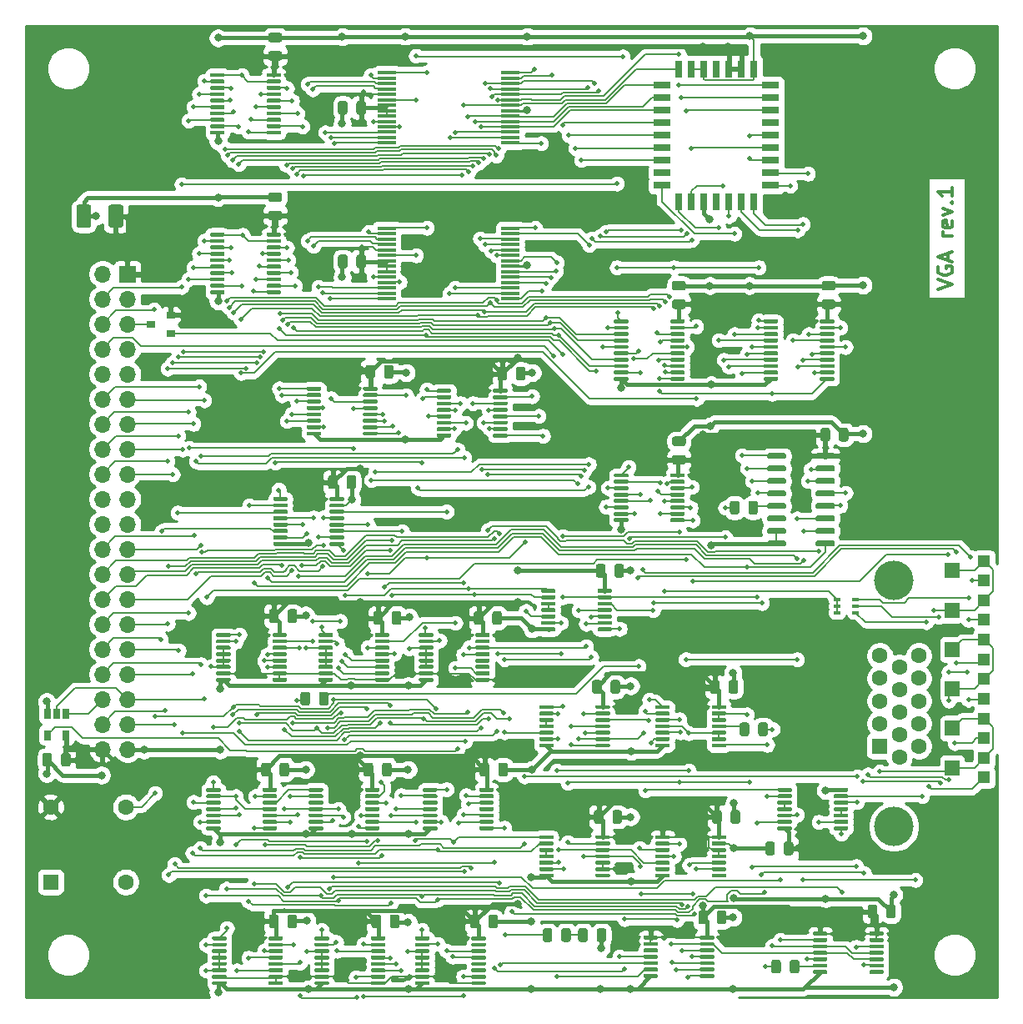
<source format=gbr>
%TF.GenerationSoftware,KiCad,Pcbnew,(5.1.6-0-10_14)*%
%TF.CreationDate,2020-12-19T15:47:54+01:00*%
%TF.ProjectId,vga,7667612e-6b69-4636-9164-5f7063625858,1*%
%TF.SameCoordinates,Original*%
%TF.FileFunction,Copper,L1,Top*%
%TF.FilePolarity,Positive*%
%FSLAX46Y46*%
G04 Gerber Fmt 4.6, Leading zero omitted, Abs format (unit mm)*
G04 Created by KiCad (PCBNEW (5.1.6-0-10_14)) date 2020-12-19 15:47:54*
%MOMM*%
%LPD*%
G01*
G04 APERTURE LIST*
%TA.AperFunction,NonConductor*%
%ADD10C,0.300000*%
%TD*%
%TA.AperFunction,SMDPad,CuDef*%
%ADD11R,1.500000X1.600000*%
%TD*%
%TA.AperFunction,SMDPad,CuDef*%
%ADD12R,1.200000X1.200000*%
%TD*%
%TA.AperFunction,SMDPad,CuDef*%
%ADD13R,0.650000X0.400000*%
%TD*%
%TA.AperFunction,ComponentPad*%
%ADD14R,1.700000X1.700000*%
%TD*%
%TA.AperFunction,ComponentPad*%
%ADD15O,1.700000X1.700000*%
%TD*%
%TA.AperFunction,ComponentPad*%
%ADD16R,1.600000X1.600000*%
%TD*%
%TA.AperFunction,ComponentPad*%
%ADD17C,1.600000*%
%TD*%
%TA.AperFunction,ComponentPad*%
%ADD18C,4.000000*%
%TD*%
%TA.AperFunction,SMDPad,CuDef*%
%ADD19R,0.900000X0.800000*%
%TD*%
%TA.AperFunction,SMDPad,CuDef*%
%ADD20R,1.870000X0.380000*%
%TD*%
%TA.AperFunction,SMDPad,CuDef*%
%ADD21R,0.760000X1.780000*%
%TD*%
%TA.AperFunction,SMDPad,CuDef*%
%ADD22R,1.780000X0.760000*%
%TD*%
%TA.AperFunction,SMDPad,CuDef*%
%ADD23R,0.650000X1.060000*%
%TD*%
%TA.AperFunction,ViaPad*%
%ADD24C,0.800000*%
%TD*%
%TA.AperFunction,ViaPad*%
%ADD25C,0.500000*%
%TD*%
%TA.AperFunction,Conductor*%
%ADD26C,0.400000*%
%TD*%
%TA.AperFunction,Conductor*%
%ADD27C,0.160000*%
%TD*%
%TA.AperFunction,Conductor*%
%ADD28C,0.250000*%
%TD*%
%TA.AperFunction,Conductor*%
%ADD29C,0.254000*%
%TD*%
G04 APERTURE END LIST*
D10*
X143278571Y-77414285D02*
X144778571Y-76914285D01*
X143278571Y-76414285D01*
X143350000Y-75128571D02*
X143278571Y-75271428D01*
X143278571Y-75485714D01*
X143350000Y-75700000D01*
X143492857Y-75842857D01*
X143635714Y-75914285D01*
X143921428Y-75985714D01*
X144135714Y-75985714D01*
X144421428Y-75914285D01*
X144564285Y-75842857D01*
X144707142Y-75700000D01*
X144778571Y-75485714D01*
X144778571Y-75342857D01*
X144707142Y-75128571D01*
X144635714Y-75057142D01*
X144135714Y-75057142D01*
X144135714Y-75342857D01*
X144350000Y-74485714D02*
X144350000Y-73771428D01*
X144778571Y-74628571D02*
X143278571Y-74128571D01*
X144778571Y-73628571D01*
X144778571Y-71985714D02*
X143778571Y-71985714D01*
X144064285Y-71985714D02*
X143921428Y-71914285D01*
X143850000Y-71842857D01*
X143778571Y-71700000D01*
X143778571Y-71557142D01*
X144707142Y-70485714D02*
X144778571Y-70628571D01*
X144778571Y-70914285D01*
X144707142Y-71057142D01*
X144564285Y-71128571D01*
X143992857Y-71128571D01*
X143850000Y-71057142D01*
X143778571Y-70914285D01*
X143778571Y-70628571D01*
X143850000Y-70485714D01*
X143992857Y-70414285D01*
X144135714Y-70414285D01*
X144278571Y-71128571D01*
X143778571Y-69914285D02*
X144778571Y-69557142D01*
X143778571Y-69200000D01*
X144635714Y-68628571D02*
X144707142Y-68557142D01*
X144778571Y-68628571D01*
X144707142Y-68700000D01*
X144635714Y-68628571D01*
X144778571Y-68628571D01*
X144778571Y-67128571D02*
X144778571Y-67985714D01*
X144778571Y-67557142D02*
X143278571Y-67557142D01*
X143492857Y-67700000D01*
X143635714Y-67842857D01*
X143707142Y-67985714D01*
%TO.P,C31,2*%
%TO.N,GND*%
%TA.AperFunction,SMDPad,CuDef*%
G36*
G01*
X57325000Y-69075000D02*
X57325000Y-70925000D01*
G75*
G02*
X57075000Y-71175000I-250000J0D01*
G01*
X56075000Y-71175000D01*
G75*
G02*
X55825000Y-70925000I0J250000D01*
G01*
X55825000Y-69075000D01*
G75*
G02*
X56075000Y-68825000I250000J0D01*
G01*
X57075000Y-68825000D01*
G75*
G02*
X57325000Y-69075000I0J-250000D01*
G01*
G37*
%TD.AperFunction*%
%TO.P,C31,1*%
%TO.N,VCC*%
%TA.AperFunction,SMDPad,CuDef*%
G36*
G01*
X60575000Y-69075000D02*
X60575000Y-70925000D01*
G75*
G02*
X60325000Y-71175000I-250000J0D01*
G01*
X59325000Y-71175000D01*
G75*
G02*
X59075000Y-70925000I0J250000D01*
G01*
X59075000Y-69075000D01*
G75*
G02*
X59325000Y-68825000I250000J0D01*
G01*
X60325000Y-68825000D01*
G75*
G02*
X60575000Y-69075000I0J-250000D01*
G01*
G37*
%TD.AperFunction*%
%TD*%
%TO.P,R5,2*%
%TO.N,/buf_clk*%
%TA.AperFunction,SMDPad,CuDef*%
G36*
G01*
X125050000Y-122556250D02*
X125050000Y-121643750D01*
G75*
G02*
X125293750Y-121400000I243750J0D01*
G01*
X125781250Y-121400000D01*
G75*
G02*
X126025000Y-121643750I0J-243750D01*
G01*
X126025000Y-122556250D01*
G75*
G02*
X125781250Y-122800000I-243750J0D01*
G01*
X125293750Y-122800000D01*
G75*
G02*
X125050000Y-122556250I0J243750D01*
G01*
G37*
%TD.AperFunction*%
%TO.P,R5,1*%
%TO.N,/~hx2*%
%TA.AperFunction,SMDPad,CuDef*%
G36*
G01*
X123175000Y-122556250D02*
X123175000Y-121643750D01*
G75*
G02*
X123418750Y-121400000I243750J0D01*
G01*
X123906250Y-121400000D01*
G75*
G02*
X124150000Y-121643750I0J-243750D01*
G01*
X124150000Y-122556250D01*
G75*
G02*
X123906250Y-122800000I-243750J0D01*
G01*
X123418750Y-122800000D01*
G75*
G02*
X123175000Y-122556250I0J243750D01*
G01*
G37*
%TD.AperFunction*%
%TD*%
%TO.P,C32,2*%
%TO.N,GND*%
%TA.AperFunction,SMDPad,CuDef*%
G36*
G01*
X53350000Y-124743750D02*
X53350000Y-125656250D01*
G75*
G02*
X53106250Y-125900000I-243750J0D01*
G01*
X52618750Y-125900000D01*
G75*
G02*
X52375000Y-125656250I0J243750D01*
G01*
X52375000Y-124743750D01*
G75*
G02*
X52618750Y-124500000I243750J0D01*
G01*
X53106250Y-124500000D01*
G75*
G02*
X53350000Y-124743750I0J-243750D01*
G01*
G37*
%TD.AperFunction*%
%TO.P,C32,1*%
%TO.N,VCC*%
%TA.AperFunction,SMDPad,CuDef*%
G36*
G01*
X55225000Y-124743750D02*
X55225000Y-125656250D01*
G75*
G02*
X54981250Y-125900000I-243750J0D01*
G01*
X54493750Y-125900000D01*
G75*
G02*
X54250000Y-125656250I0J243750D01*
G01*
X54250000Y-124743750D01*
G75*
G02*
X54493750Y-124500000I243750J0D01*
G01*
X54981250Y-124500000D01*
G75*
G02*
X55225000Y-124743750I0J-243750D01*
G01*
G37*
%TD.AperFunction*%
%TD*%
D11*
%TO.P,RV6,2*%
%TO.N,/ar*%
X144750000Y-126000000D03*
D12*
%TO.P,RV6,3*%
X148000000Y-125000000D03*
%TO.P,RV6,1*%
%TO.N,Net-(D1-Pad4)*%
X148000000Y-127000000D03*
%TD*%
D11*
%TO.P,RV5,2*%
%TO.N,/ar*%
X144750000Y-122000000D03*
D12*
%TO.P,RV5,3*%
X148000000Y-121000000D03*
%TO.P,RV5,1*%
%TO.N,/color_out_r*%
X148000000Y-123000000D03*
%TD*%
D11*
%TO.P,RV4,2*%
%TO.N,/ag*%
X144750000Y-118000000D03*
D12*
%TO.P,RV4,3*%
X148000000Y-117000000D03*
%TO.P,RV4,1*%
%TO.N,Net-(D1-Pad5)*%
X148000000Y-119000000D03*
%TD*%
D11*
%TO.P,RV3,2*%
%TO.N,/ag*%
X144750000Y-114000000D03*
D12*
%TO.P,RV3,3*%
X148000000Y-113000000D03*
%TO.P,RV3,1*%
%TO.N,/color_out_g*%
X148000000Y-115000000D03*
%TD*%
D11*
%TO.P,RV2,2*%
%TO.N,/ab*%
X144750000Y-110000000D03*
D12*
%TO.P,RV2,3*%
X148000000Y-109000000D03*
%TO.P,RV2,1*%
%TO.N,Net-(D1-Pad6)*%
X148000000Y-111000000D03*
%TD*%
D11*
%TO.P,RV1,2*%
%TO.N,/ab*%
X144750000Y-106000000D03*
D12*
%TO.P,RV1,3*%
X148000000Y-105000000D03*
%TO.P,RV1,1*%
%TO.N,/color_out_b*%
X148000000Y-107000000D03*
%TD*%
%TO.P,R4,2*%
%TO.N,Net-(D2-Pad1)*%
%TA.AperFunction,SMDPad,CuDef*%
G36*
G01*
X107750000Y-142543750D02*
X107750000Y-143456250D01*
G75*
G02*
X107506250Y-143700000I-243750J0D01*
G01*
X107018750Y-143700000D01*
G75*
G02*
X106775000Y-143456250I0J243750D01*
G01*
X106775000Y-142543750D01*
G75*
G02*
X107018750Y-142300000I243750J0D01*
G01*
X107506250Y-142300000D01*
G75*
G02*
X107750000Y-142543750I0J-243750D01*
G01*
G37*
%TD.AperFunction*%
%TO.P,R4,1*%
%TO.N,GND*%
%TA.AperFunction,SMDPad,CuDef*%
G36*
G01*
X109625000Y-142543750D02*
X109625000Y-143456250D01*
G75*
G02*
X109381250Y-143700000I-243750J0D01*
G01*
X108893750Y-143700000D01*
G75*
G02*
X108650000Y-143456250I0J243750D01*
G01*
X108650000Y-142543750D01*
G75*
G02*
X108893750Y-142300000I243750J0D01*
G01*
X109381250Y-142300000D01*
G75*
G02*
X109625000Y-142543750I0J-243750D01*
G01*
G37*
%TD.AperFunction*%
%TD*%
%TO.P,D2,2*%
%TO.N,/ext_sel*%
%TA.AperFunction,SMDPad,CuDef*%
G36*
G01*
X104150000Y-142543750D02*
X104150000Y-143456250D01*
G75*
G02*
X103906250Y-143700000I-243750J0D01*
G01*
X103418750Y-143700000D01*
G75*
G02*
X103175000Y-143456250I0J243750D01*
G01*
X103175000Y-142543750D01*
G75*
G02*
X103418750Y-142300000I243750J0D01*
G01*
X103906250Y-142300000D01*
G75*
G02*
X104150000Y-142543750I0J-243750D01*
G01*
G37*
%TD.AperFunction*%
%TO.P,D2,1*%
%TO.N,Net-(D2-Pad1)*%
%TA.AperFunction,SMDPad,CuDef*%
G36*
G01*
X106025000Y-142543750D02*
X106025000Y-143456250D01*
G75*
G02*
X105781250Y-143700000I-243750J0D01*
G01*
X105293750Y-143700000D01*
G75*
G02*
X105050000Y-143456250I0J243750D01*
G01*
X105050000Y-142543750D01*
G75*
G02*
X105293750Y-142300000I243750J0D01*
G01*
X105781250Y-142300000D01*
G75*
G02*
X106025000Y-142543750I0J-243750D01*
G01*
G37*
%TD.AperFunction*%
%TD*%
D13*
%TO.P,D1,6*%
%TO.N,Net-(D1-Pad6)*%
X134950000Y-108950000D03*
%TO.P,D1,4*%
%TO.N,Net-(D1-Pad4)*%
X134950000Y-110250000D03*
%TO.P,D1,2*%
%TO.N,/color_out_i*%
X133050000Y-109600000D03*
%TO.P,D1,5*%
%TO.N,Net-(D1-Pad5)*%
X134950000Y-109600000D03*
%TO.P,D1,3*%
%TO.N,/color_out_i*%
X133050000Y-110250000D03*
%TO.P,D1,1*%
X133050000Y-108950000D03*
%TD*%
%TO.P,C1,1*%
%TO.N,VCC*%
%TA.AperFunction,SMDPad,CuDef*%
G36*
G01*
X75375000Y-142056250D02*
X75375000Y-141143750D01*
G75*
G02*
X75618750Y-140900000I243750J0D01*
G01*
X76106250Y-140900000D01*
G75*
G02*
X76350000Y-141143750I0J-243750D01*
G01*
X76350000Y-142056250D01*
G75*
G02*
X76106250Y-142300000I-243750J0D01*
G01*
X75618750Y-142300000D01*
G75*
G02*
X75375000Y-142056250I0J243750D01*
G01*
G37*
%TD.AperFunction*%
%TO.P,C1,2*%
%TO.N,GND*%
%TA.AperFunction,SMDPad,CuDef*%
G36*
G01*
X77250000Y-142056250D02*
X77250000Y-141143750D01*
G75*
G02*
X77493750Y-140900000I243750J0D01*
G01*
X77981250Y-140900000D01*
G75*
G02*
X78225000Y-141143750I0J-243750D01*
G01*
X78225000Y-142056250D01*
G75*
G02*
X77981250Y-142300000I-243750J0D01*
G01*
X77493750Y-142300000D01*
G75*
G02*
X77250000Y-142056250I0J243750D01*
G01*
G37*
%TD.AperFunction*%
%TD*%
%TO.P,C2,2*%
%TO.N,GND*%
%TA.AperFunction,SMDPad,CuDef*%
G36*
G01*
X77250000Y-111056250D02*
X77250000Y-110143750D01*
G75*
G02*
X77493750Y-109900000I243750J0D01*
G01*
X77981250Y-109900000D01*
G75*
G02*
X78225000Y-110143750I0J-243750D01*
G01*
X78225000Y-111056250D01*
G75*
G02*
X77981250Y-111300000I-243750J0D01*
G01*
X77493750Y-111300000D01*
G75*
G02*
X77250000Y-111056250I0J243750D01*
G01*
G37*
%TD.AperFunction*%
%TO.P,C2,1*%
%TO.N,VCC*%
%TA.AperFunction,SMDPad,CuDef*%
G36*
G01*
X75375000Y-111056250D02*
X75375000Y-110143750D01*
G75*
G02*
X75618750Y-109900000I243750J0D01*
G01*
X76106250Y-109900000D01*
G75*
G02*
X76350000Y-110143750I0J-243750D01*
G01*
X76350000Y-111056250D01*
G75*
G02*
X76106250Y-111300000I-243750J0D01*
G01*
X75618750Y-111300000D01*
G75*
G02*
X75375000Y-111056250I0J243750D01*
G01*
G37*
%TD.AperFunction*%
%TD*%
%TO.P,C3,1*%
%TO.N,VCC*%
%TA.AperFunction,SMDPad,CuDef*%
G36*
G01*
X98575000Y-86456250D02*
X98575000Y-85543750D01*
G75*
G02*
X98818750Y-85300000I243750J0D01*
G01*
X99306250Y-85300000D01*
G75*
G02*
X99550000Y-85543750I0J-243750D01*
G01*
X99550000Y-86456250D01*
G75*
G02*
X99306250Y-86700000I-243750J0D01*
G01*
X98818750Y-86700000D01*
G75*
G02*
X98575000Y-86456250I0J243750D01*
G01*
G37*
%TD.AperFunction*%
%TO.P,C3,2*%
%TO.N,GND*%
%TA.AperFunction,SMDPad,CuDef*%
G36*
G01*
X100450000Y-86456250D02*
X100450000Y-85543750D01*
G75*
G02*
X100693750Y-85300000I243750J0D01*
G01*
X101181250Y-85300000D01*
G75*
G02*
X101425000Y-85543750I0J-243750D01*
G01*
X101425000Y-86456250D01*
G75*
G02*
X101181250Y-86700000I-243750J0D01*
G01*
X100693750Y-86700000D01*
G75*
G02*
X100450000Y-86456250I0J243750D01*
G01*
G37*
%TD.AperFunction*%
%TD*%
%TO.P,C4,2*%
%TO.N,GND*%
%TA.AperFunction,SMDPad,CuDef*%
G36*
G01*
X87050000Y-86256250D02*
X87050000Y-85343750D01*
G75*
G02*
X87293750Y-85100000I243750J0D01*
G01*
X87781250Y-85100000D01*
G75*
G02*
X88025000Y-85343750I0J-243750D01*
G01*
X88025000Y-86256250D01*
G75*
G02*
X87781250Y-86500000I-243750J0D01*
G01*
X87293750Y-86500000D01*
G75*
G02*
X87050000Y-86256250I0J243750D01*
G01*
G37*
%TD.AperFunction*%
%TO.P,C4,1*%
%TO.N,VCC*%
%TA.AperFunction,SMDPad,CuDef*%
G36*
G01*
X85175000Y-86256250D02*
X85175000Y-85343750D01*
G75*
G02*
X85418750Y-85100000I243750J0D01*
G01*
X85906250Y-85100000D01*
G75*
G02*
X86150000Y-85343750I0J-243750D01*
G01*
X86150000Y-86256250D01*
G75*
G02*
X85906250Y-86500000I-243750J0D01*
G01*
X85418750Y-86500000D01*
G75*
G02*
X85175000Y-86256250I0J243750D01*
G01*
G37*
%TD.AperFunction*%
%TD*%
%TO.P,C5,2*%
%TO.N,GND*%
%TA.AperFunction,SMDPad,CuDef*%
G36*
G01*
X87650000Y-142056250D02*
X87650000Y-141143750D01*
G75*
G02*
X87893750Y-140900000I243750J0D01*
G01*
X88381250Y-140900000D01*
G75*
G02*
X88625000Y-141143750I0J-243750D01*
G01*
X88625000Y-142056250D01*
G75*
G02*
X88381250Y-142300000I-243750J0D01*
G01*
X87893750Y-142300000D01*
G75*
G02*
X87650000Y-142056250I0J243750D01*
G01*
G37*
%TD.AperFunction*%
%TO.P,C5,1*%
%TO.N,VCC*%
%TA.AperFunction,SMDPad,CuDef*%
G36*
G01*
X85775000Y-142056250D02*
X85775000Y-141143750D01*
G75*
G02*
X86018750Y-140900000I243750J0D01*
G01*
X86506250Y-140900000D01*
G75*
G02*
X86750000Y-141143750I0J-243750D01*
G01*
X86750000Y-142056250D01*
G75*
G02*
X86506250Y-142300000I-243750J0D01*
G01*
X86018750Y-142300000D01*
G75*
G02*
X85775000Y-142056250I0J243750D01*
G01*
G37*
%TD.AperFunction*%
%TD*%
%TO.P,C6,2*%
%TO.N,GND*%
%TA.AperFunction,SMDPad,CuDef*%
G36*
G01*
X76456250Y-52350000D02*
X75543750Y-52350000D01*
G75*
G02*
X75300000Y-52106250I0J243750D01*
G01*
X75300000Y-51618750D01*
G75*
G02*
X75543750Y-51375000I243750J0D01*
G01*
X76456250Y-51375000D01*
G75*
G02*
X76700000Y-51618750I0J-243750D01*
G01*
X76700000Y-52106250D01*
G75*
G02*
X76456250Y-52350000I-243750J0D01*
G01*
G37*
%TD.AperFunction*%
%TO.P,C6,1*%
%TO.N,VCC*%
%TA.AperFunction,SMDPad,CuDef*%
G36*
G01*
X76456250Y-54225000D02*
X75543750Y-54225000D01*
G75*
G02*
X75300000Y-53981250I0J243750D01*
G01*
X75300000Y-53493750D01*
G75*
G02*
X75543750Y-53250000I243750J0D01*
G01*
X76456250Y-53250000D01*
G75*
G02*
X76700000Y-53493750I0J-243750D01*
G01*
X76700000Y-53981250D01*
G75*
G02*
X76456250Y-54225000I-243750J0D01*
G01*
G37*
%TD.AperFunction*%
%TD*%
%TO.P,C7,1*%
%TO.N,VCC*%
%TA.AperFunction,SMDPad,CuDef*%
G36*
G01*
X81375000Y-97456250D02*
X81375000Y-96543750D01*
G75*
G02*
X81618750Y-96300000I243750J0D01*
G01*
X82106250Y-96300000D01*
G75*
G02*
X82350000Y-96543750I0J-243750D01*
G01*
X82350000Y-97456250D01*
G75*
G02*
X82106250Y-97700000I-243750J0D01*
G01*
X81618750Y-97700000D01*
G75*
G02*
X81375000Y-97456250I0J243750D01*
G01*
G37*
%TD.AperFunction*%
%TO.P,C7,2*%
%TO.N,GND*%
%TA.AperFunction,SMDPad,CuDef*%
G36*
G01*
X83250000Y-97456250D02*
X83250000Y-96543750D01*
G75*
G02*
X83493750Y-96300000I243750J0D01*
G01*
X83981250Y-96300000D01*
G75*
G02*
X84225000Y-96543750I0J-243750D01*
G01*
X84225000Y-97456250D01*
G75*
G02*
X83981250Y-97700000I-243750J0D01*
G01*
X83493750Y-97700000D01*
G75*
G02*
X83250000Y-97456250I0J243750D01*
G01*
G37*
%TD.AperFunction*%
%TD*%
%TO.P,C8,1*%
%TO.N,VCC*%
%TA.AperFunction,SMDPad,CuDef*%
G36*
G01*
X85975000Y-111256250D02*
X85975000Y-110343750D01*
G75*
G02*
X86218750Y-110100000I243750J0D01*
G01*
X86706250Y-110100000D01*
G75*
G02*
X86950000Y-110343750I0J-243750D01*
G01*
X86950000Y-111256250D01*
G75*
G02*
X86706250Y-111500000I-243750J0D01*
G01*
X86218750Y-111500000D01*
G75*
G02*
X85975000Y-111256250I0J243750D01*
G01*
G37*
%TD.AperFunction*%
%TO.P,C8,2*%
%TO.N,GND*%
%TA.AperFunction,SMDPad,CuDef*%
G36*
G01*
X87850000Y-111256250D02*
X87850000Y-110343750D01*
G75*
G02*
X88093750Y-110100000I243750J0D01*
G01*
X88581250Y-110100000D01*
G75*
G02*
X88825000Y-110343750I0J-243750D01*
G01*
X88825000Y-111256250D01*
G75*
G02*
X88581250Y-111500000I-243750J0D01*
G01*
X88093750Y-111500000D01*
G75*
G02*
X87850000Y-111256250I0J243750D01*
G01*
G37*
%TD.AperFunction*%
%TD*%
%TO.P,C9,2*%
%TO.N,GND*%
%TA.AperFunction,SMDPad,CuDef*%
G36*
G01*
X97650000Y-142056250D02*
X97650000Y-141143750D01*
G75*
G02*
X97893750Y-140900000I243750J0D01*
G01*
X98381250Y-140900000D01*
G75*
G02*
X98625000Y-141143750I0J-243750D01*
G01*
X98625000Y-142056250D01*
G75*
G02*
X98381250Y-142300000I-243750J0D01*
G01*
X97893750Y-142300000D01*
G75*
G02*
X97650000Y-142056250I0J243750D01*
G01*
G37*
%TD.AperFunction*%
%TO.P,C9,1*%
%TO.N,VCC*%
%TA.AperFunction,SMDPad,CuDef*%
G36*
G01*
X95775000Y-142056250D02*
X95775000Y-141143750D01*
G75*
G02*
X96018750Y-140900000I243750J0D01*
G01*
X96506250Y-140900000D01*
G75*
G02*
X96750000Y-141143750I0J-243750D01*
G01*
X96750000Y-142056250D01*
G75*
G02*
X96506250Y-142300000I-243750J0D01*
G01*
X96018750Y-142300000D01*
G75*
G02*
X95775000Y-142056250I0J243750D01*
G01*
G37*
%TD.AperFunction*%
%TD*%
%TO.P,C10,2*%
%TO.N,GND*%
%TA.AperFunction,SMDPad,CuDef*%
G36*
G01*
X98050000Y-111256250D02*
X98050000Y-110343750D01*
G75*
G02*
X98293750Y-110100000I243750J0D01*
G01*
X98781250Y-110100000D01*
G75*
G02*
X99025000Y-110343750I0J-243750D01*
G01*
X99025000Y-111256250D01*
G75*
G02*
X98781250Y-111500000I-243750J0D01*
G01*
X98293750Y-111500000D01*
G75*
G02*
X98050000Y-111256250I0J243750D01*
G01*
G37*
%TD.AperFunction*%
%TO.P,C10,1*%
%TO.N,VCC*%
%TA.AperFunction,SMDPad,CuDef*%
G36*
G01*
X96175000Y-111256250D02*
X96175000Y-110343750D01*
G75*
G02*
X96418750Y-110100000I243750J0D01*
G01*
X96906250Y-110100000D01*
G75*
G02*
X97150000Y-110343750I0J-243750D01*
G01*
X97150000Y-111256250D01*
G75*
G02*
X96906250Y-111500000I-243750J0D01*
G01*
X96418750Y-111500000D01*
G75*
G02*
X96175000Y-111256250I0J243750D01*
G01*
G37*
%TD.AperFunction*%
%TD*%
%TO.P,C11,1*%
%TO.N,VCC*%
%TA.AperFunction,SMDPad,CuDef*%
G36*
G01*
X85225000Y-58543750D02*
X85225000Y-59456250D01*
G75*
G02*
X84981250Y-59700000I-243750J0D01*
G01*
X84493750Y-59700000D01*
G75*
G02*
X84250000Y-59456250I0J243750D01*
G01*
X84250000Y-58543750D01*
G75*
G02*
X84493750Y-58300000I243750J0D01*
G01*
X84981250Y-58300000D01*
G75*
G02*
X85225000Y-58543750I0J-243750D01*
G01*
G37*
%TD.AperFunction*%
%TO.P,C11,2*%
%TO.N,GND*%
%TA.AperFunction,SMDPad,CuDef*%
G36*
G01*
X83350000Y-58543750D02*
X83350000Y-59456250D01*
G75*
G02*
X83106250Y-59700000I-243750J0D01*
G01*
X82618750Y-59700000D01*
G75*
G02*
X82375000Y-59456250I0J243750D01*
G01*
X82375000Y-58543750D01*
G75*
G02*
X82618750Y-58300000I243750J0D01*
G01*
X83106250Y-58300000D01*
G75*
G02*
X83350000Y-58543750I0J-243750D01*
G01*
G37*
%TD.AperFunction*%
%TD*%
%TO.P,C12,2*%
%TO.N,GND*%
%TA.AperFunction,SMDPad,CuDef*%
G36*
G01*
X83350000Y-74143750D02*
X83350000Y-75056250D01*
G75*
G02*
X83106250Y-75300000I-243750J0D01*
G01*
X82618750Y-75300000D01*
G75*
G02*
X82375000Y-75056250I0J243750D01*
G01*
X82375000Y-74143750D01*
G75*
G02*
X82618750Y-73900000I243750J0D01*
G01*
X83106250Y-73900000D01*
G75*
G02*
X83350000Y-74143750I0J-243750D01*
G01*
G37*
%TD.AperFunction*%
%TO.P,C12,1*%
%TO.N,VCC*%
%TA.AperFunction,SMDPad,CuDef*%
G36*
G01*
X85225000Y-74143750D02*
X85225000Y-75056250D01*
G75*
G02*
X84981250Y-75300000I-243750J0D01*
G01*
X84493750Y-75300000D01*
G75*
G02*
X84250000Y-75056250I0J243750D01*
G01*
X84250000Y-74143750D01*
G75*
G02*
X84493750Y-73900000I243750J0D01*
G01*
X84981250Y-73900000D01*
G75*
G02*
X85225000Y-74143750I0J-243750D01*
G01*
G37*
%TD.AperFunction*%
%TD*%
%TO.P,C14,1*%
%TO.N,VCC*%
%TA.AperFunction,SMDPad,CuDef*%
G36*
G01*
X84975000Y-126656250D02*
X84975000Y-125743750D01*
G75*
G02*
X85218750Y-125500000I243750J0D01*
G01*
X85706250Y-125500000D01*
G75*
G02*
X85950000Y-125743750I0J-243750D01*
G01*
X85950000Y-126656250D01*
G75*
G02*
X85706250Y-126900000I-243750J0D01*
G01*
X85218750Y-126900000D01*
G75*
G02*
X84975000Y-126656250I0J243750D01*
G01*
G37*
%TD.AperFunction*%
%TO.P,C14,2*%
%TO.N,GND*%
%TA.AperFunction,SMDPad,CuDef*%
G36*
G01*
X86850000Y-126656250D02*
X86850000Y-125743750D01*
G75*
G02*
X87093750Y-125500000I243750J0D01*
G01*
X87581250Y-125500000D01*
G75*
G02*
X87825000Y-125743750I0J-243750D01*
G01*
X87825000Y-126656250D01*
G75*
G02*
X87581250Y-126900000I-243750J0D01*
G01*
X87093750Y-126900000D01*
G75*
G02*
X86850000Y-126656250I0J243750D01*
G01*
G37*
%TD.AperFunction*%
%TD*%
%TO.P,C15,1*%
%TO.N,VCC*%
%TA.AperFunction,SMDPad,CuDef*%
G36*
G01*
X76456250Y-70425000D02*
X75543750Y-70425000D01*
G75*
G02*
X75300000Y-70181250I0J243750D01*
G01*
X75300000Y-69693750D01*
G75*
G02*
X75543750Y-69450000I243750J0D01*
G01*
X76456250Y-69450000D01*
G75*
G02*
X76700000Y-69693750I0J-243750D01*
G01*
X76700000Y-70181250D01*
G75*
G02*
X76456250Y-70425000I-243750J0D01*
G01*
G37*
%TD.AperFunction*%
%TO.P,C15,2*%
%TO.N,GND*%
%TA.AperFunction,SMDPad,CuDef*%
G36*
G01*
X76456250Y-68550000D02*
X75543750Y-68550000D01*
G75*
G02*
X75300000Y-68306250I0J243750D01*
G01*
X75300000Y-67818750D01*
G75*
G02*
X75543750Y-67575000I243750J0D01*
G01*
X76456250Y-67575000D01*
G75*
G02*
X76700000Y-67818750I0J-243750D01*
G01*
X76700000Y-68306250D01*
G75*
G02*
X76456250Y-68550000I-243750J0D01*
G01*
G37*
%TD.AperFunction*%
%TD*%
%TO.P,C16,1*%
%TO.N,VCC*%
%TA.AperFunction,SMDPad,CuDef*%
G36*
G01*
X108575000Y-106456250D02*
X108575000Y-105543750D01*
G75*
G02*
X108818750Y-105300000I243750J0D01*
G01*
X109306250Y-105300000D01*
G75*
G02*
X109550000Y-105543750I0J-243750D01*
G01*
X109550000Y-106456250D01*
G75*
G02*
X109306250Y-106700000I-243750J0D01*
G01*
X108818750Y-106700000D01*
G75*
G02*
X108575000Y-106456250I0J243750D01*
G01*
G37*
%TD.AperFunction*%
%TO.P,C16,2*%
%TO.N,GND*%
%TA.AperFunction,SMDPad,CuDef*%
G36*
G01*
X110450000Y-106456250D02*
X110450000Y-105543750D01*
G75*
G02*
X110693750Y-105300000I243750J0D01*
G01*
X111181250Y-105300000D01*
G75*
G02*
X111425000Y-105543750I0J-243750D01*
G01*
X111425000Y-106456250D01*
G75*
G02*
X111181250Y-106700000I-243750J0D01*
G01*
X110693750Y-106700000D01*
G75*
G02*
X110450000Y-106456250I0J243750D01*
G01*
G37*
%TD.AperFunction*%
%TD*%
%TO.P,C18,2*%
%TO.N,GND*%
%TA.AperFunction,SMDPad,CuDef*%
G36*
G01*
X120850000Y-141656250D02*
X120850000Y-140743750D01*
G75*
G02*
X121093750Y-140500000I243750J0D01*
G01*
X121581250Y-140500000D01*
G75*
G02*
X121825000Y-140743750I0J-243750D01*
G01*
X121825000Y-141656250D01*
G75*
G02*
X121581250Y-141900000I-243750J0D01*
G01*
X121093750Y-141900000D01*
G75*
G02*
X120850000Y-141656250I0J243750D01*
G01*
G37*
%TD.AperFunction*%
%TO.P,C18,1*%
%TO.N,VCC*%
%TA.AperFunction,SMDPad,CuDef*%
G36*
G01*
X118975000Y-141656250D02*
X118975000Y-140743750D01*
G75*
G02*
X119218750Y-140500000I243750J0D01*
G01*
X119706250Y-140500000D01*
G75*
G02*
X119950000Y-140743750I0J-243750D01*
G01*
X119950000Y-141656250D01*
G75*
G02*
X119706250Y-141900000I-243750J0D01*
G01*
X119218750Y-141900000D01*
G75*
G02*
X118975000Y-141656250I0J243750D01*
G01*
G37*
%TD.AperFunction*%
%TD*%
%TO.P,C19,1*%
%TO.N,VCC*%
%TA.AperFunction,SMDPad,CuDef*%
G36*
G01*
X74575000Y-126656250D02*
X74575000Y-125743750D01*
G75*
G02*
X74818750Y-125500000I243750J0D01*
G01*
X75306250Y-125500000D01*
G75*
G02*
X75550000Y-125743750I0J-243750D01*
G01*
X75550000Y-126656250D01*
G75*
G02*
X75306250Y-126900000I-243750J0D01*
G01*
X74818750Y-126900000D01*
G75*
G02*
X74575000Y-126656250I0J243750D01*
G01*
G37*
%TD.AperFunction*%
%TO.P,C19,2*%
%TO.N,GND*%
%TA.AperFunction,SMDPad,CuDef*%
G36*
G01*
X76450000Y-126656250D02*
X76450000Y-125743750D01*
G75*
G02*
X76693750Y-125500000I243750J0D01*
G01*
X77181250Y-125500000D01*
G75*
G02*
X77425000Y-125743750I0J-243750D01*
G01*
X77425000Y-126656250D01*
G75*
G02*
X77181250Y-126900000I-243750J0D01*
G01*
X76693750Y-126900000D01*
G75*
G02*
X76450000Y-126656250I0J243750D01*
G01*
G37*
%TD.AperFunction*%
%TD*%
%TO.P,C20,1*%
%TO.N,VCC*%
%TA.AperFunction,SMDPad,CuDef*%
G36*
G01*
X132656250Y-79425000D02*
X131743750Y-79425000D01*
G75*
G02*
X131500000Y-79181250I0J243750D01*
G01*
X131500000Y-78693750D01*
G75*
G02*
X131743750Y-78450000I243750J0D01*
G01*
X132656250Y-78450000D01*
G75*
G02*
X132900000Y-78693750I0J-243750D01*
G01*
X132900000Y-79181250D01*
G75*
G02*
X132656250Y-79425000I-243750J0D01*
G01*
G37*
%TD.AperFunction*%
%TO.P,C20,2*%
%TO.N,GND*%
%TA.AperFunction,SMDPad,CuDef*%
G36*
G01*
X132656250Y-77550000D02*
X131743750Y-77550000D01*
G75*
G02*
X131500000Y-77306250I0J243750D01*
G01*
X131500000Y-76818750D01*
G75*
G02*
X131743750Y-76575000I243750J0D01*
G01*
X132656250Y-76575000D01*
G75*
G02*
X132900000Y-76818750I0J-243750D01*
G01*
X132900000Y-77306250D01*
G75*
G02*
X132656250Y-77550000I-243750J0D01*
G01*
G37*
%TD.AperFunction*%
%TD*%
%TO.P,C21,2*%
%TO.N,GND*%
%TA.AperFunction,SMDPad,CuDef*%
G36*
G01*
X117456250Y-77550000D02*
X116543750Y-77550000D01*
G75*
G02*
X116300000Y-77306250I0J243750D01*
G01*
X116300000Y-76818750D01*
G75*
G02*
X116543750Y-76575000I243750J0D01*
G01*
X117456250Y-76575000D01*
G75*
G02*
X117700000Y-76818750I0J-243750D01*
G01*
X117700000Y-77306250D01*
G75*
G02*
X117456250Y-77550000I-243750J0D01*
G01*
G37*
%TD.AperFunction*%
%TO.P,C21,1*%
%TO.N,VCC*%
%TA.AperFunction,SMDPad,CuDef*%
G36*
G01*
X117456250Y-79425000D02*
X116543750Y-79425000D01*
G75*
G02*
X116300000Y-79181250I0J243750D01*
G01*
X116300000Y-78693750D01*
G75*
G02*
X116543750Y-78450000I243750J0D01*
G01*
X117456250Y-78450000D01*
G75*
G02*
X117700000Y-78693750I0J-243750D01*
G01*
X117700000Y-79181250D01*
G75*
G02*
X117456250Y-79425000I-243750J0D01*
G01*
G37*
%TD.AperFunction*%
%TD*%
%TO.P,C22,2*%
%TO.N,GND*%
%TA.AperFunction,SMDPad,CuDef*%
G36*
G01*
X138050000Y-141056250D02*
X138050000Y-140143750D01*
G75*
G02*
X138293750Y-139900000I243750J0D01*
G01*
X138781250Y-139900000D01*
G75*
G02*
X139025000Y-140143750I0J-243750D01*
G01*
X139025000Y-141056250D01*
G75*
G02*
X138781250Y-141300000I-243750J0D01*
G01*
X138293750Y-141300000D01*
G75*
G02*
X138050000Y-141056250I0J243750D01*
G01*
G37*
%TD.AperFunction*%
%TO.P,C22,1*%
%TO.N,VCC*%
%TA.AperFunction,SMDPad,CuDef*%
G36*
G01*
X136175000Y-141056250D02*
X136175000Y-140143750D01*
G75*
G02*
X136418750Y-139900000I243750J0D01*
G01*
X136906250Y-139900000D01*
G75*
G02*
X137150000Y-140143750I0J-243750D01*
G01*
X137150000Y-141056250D01*
G75*
G02*
X136906250Y-141300000I-243750J0D01*
G01*
X136418750Y-141300000D01*
G75*
G02*
X136175000Y-141056250I0J243750D01*
G01*
G37*
%TD.AperFunction*%
%TD*%
%TO.P,C23,1*%
%TO.N,VCC*%
%TA.AperFunction,SMDPad,CuDef*%
G36*
G01*
X120175000Y-118256250D02*
X120175000Y-117343750D01*
G75*
G02*
X120418750Y-117100000I243750J0D01*
G01*
X120906250Y-117100000D01*
G75*
G02*
X121150000Y-117343750I0J-243750D01*
G01*
X121150000Y-118256250D01*
G75*
G02*
X120906250Y-118500000I-243750J0D01*
G01*
X120418750Y-118500000D01*
G75*
G02*
X120175000Y-118256250I0J243750D01*
G01*
G37*
%TD.AperFunction*%
%TO.P,C23,2*%
%TO.N,GND*%
%TA.AperFunction,SMDPad,CuDef*%
G36*
G01*
X122050000Y-118256250D02*
X122050000Y-117343750D01*
G75*
G02*
X122293750Y-117100000I243750J0D01*
G01*
X122781250Y-117100000D01*
G75*
G02*
X123025000Y-117343750I0J-243750D01*
G01*
X123025000Y-118256250D01*
G75*
G02*
X122781250Y-118500000I-243750J0D01*
G01*
X122293750Y-118500000D01*
G75*
G02*
X122050000Y-118256250I0J243750D01*
G01*
G37*
%TD.AperFunction*%
%TD*%
%TO.P,C24,2*%
%TO.N,GND*%
%TA.AperFunction,SMDPad,CuDef*%
G36*
G01*
X133250000Y-92656250D02*
X133250000Y-91743750D01*
G75*
G02*
X133493750Y-91500000I243750J0D01*
G01*
X133981250Y-91500000D01*
G75*
G02*
X134225000Y-91743750I0J-243750D01*
G01*
X134225000Y-92656250D01*
G75*
G02*
X133981250Y-92900000I-243750J0D01*
G01*
X133493750Y-92900000D01*
G75*
G02*
X133250000Y-92656250I0J243750D01*
G01*
G37*
%TD.AperFunction*%
%TO.P,C24,1*%
%TO.N,VCC*%
%TA.AperFunction,SMDPad,CuDef*%
G36*
G01*
X131375000Y-92656250D02*
X131375000Y-91743750D01*
G75*
G02*
X131618750Y-91500000I243750J0D01*
G01*
X132106250Y-91500000D01*
G75*
G02*
X132350000Y-91743750I0J-243750D01*
G01*
X132350000Y-92656250D01*
G75*
G02*
X132106250Y-92900000I-243750J0D01*
G01*
X131618750Y-92900000D01*
G75*
G02*
X131375000Y-92656250I0J243750D01*
G01*
G37*
%TD.AperFunction*%
%TD*%
%TO.P,C25,2*%
%TO.N,GND*%
%TA.AperFunction,SMDPad,CuDef*%
G36*
G01*
X126750000Y-133743750D02*
X126750000Y-134656250D01*
G75*
G02*
X126506250Y-134900000I-243750J0D01*
G01*
X126018750Y-134900000D01*
G75*
G02*
X125775000Y-134656250I0J243750D01*
G01*
X125775000Y-133743750D01*
G75*
G02*
X126018750Y-133500000I243750J0D01*
G01*
X126506250Y-133500000D01*
G75*
G02*
X126750000Y-133743750I0J-243750D01*
G01*
G37*
%TD.AperFunction*%
%TO.P,C25,1*%
%TO.N,VCC*%
%TA.AperFunction,SMDPad,CuDef*%
G36*
G01*
X128625000Y-133743750D02*
X128625000Y-134656250D01*
G75*
G02*
X128381250Y-134900000I-243750J0D01*
G01*
X127893750Y-134900000D01*
G75*
G02*
X127650000Y-134656250I0J243750D01*
G01*
X127650000Y-133743750D01*
G75*
G02*
X127893750Y-133500000I243750J0D01*
G01*
X128381250Y-133500000D01*
G75*
G02*
X128625000Y-133743750I0J-243750D01*
G01*
G37*
%TD.AperFunction*%
%TD*%
%TO.P,C26,1*%
%TO.N,VCC*%
%TA.AperFunction,SMDPad,CuDef*%
G36*
G01*
X96775000Y-126656250D02*
X96775000Y-125743750D01*
G75*
G02*
X97018750Y-125500000I243750J0D01*
G01*
X97506250Y-125500000D01*
G75*
G02*
X97750000Y-125743750I0J-243750D01*
G01*
X97750000Y-126656250D01*
G75*
G02*
X97506250Y-126900000I-243750J0D01*
G01*
X97018750Y-126900000D01*
G75*
G02*
X96775000Y-126656250I0J243750D01*
G01*
G37*
%TD.AperFunction*%
%TO.P,C26,2*%
%TO.N,GND*%
%TA.AperFunction,SMDPad,CuDef*%
G36*
G01*
X98650000Y-126656250D02*
X98650000Y-125743750D01*
G75*
G02*
X98893750Y-125500000I243750J0D01*
G01*
X99381250Y-125500000D01*
G75*
G02*
X99625000Y-125743750I0J-243750D01*
G01*
X99625000Y-126656250D01*
G75*
G02*
X99381250Y-126900000I-243750J0D01*
G01*
X98893750Y-126900000D01*
G75*
G02*
X98650000Y-126656250I0J243750D01*
G01*
G37*
%TD.AperFunction*%
%TD*%
%TO.P,C27,1*%
%TO.N,VCC*%
%TA.AperFunction,SMDPad,CuDef*%
G36*
G01*
X117456250Y-95225000D02*
X116543750Y-95225000D01*
G75*
G02*
X116300000Y-94981250I0J243750D01*
G01*
X116300000Y-94493750D01*
G75*
G02*
X116543750Y-94250000I243750J0D01*
G01*
X117456250Y-94250000D01*
G75*
G02*
X117700000Y-94493750I0J-243750D01*
G01*
X117700000Y-94981250D01*
G75*
G02*
X117456250Y-95225000I-243750J0D01*
G01*
G37*
%TD.AperFunction*%
%TO.P,C27,2*%
%TO.N,GND*%
%TA.AperFunction,SMDPad,CuDef*%
G36*
G01*
X117456250Y-93350000D02*
X116543750Y-93350000D01*
G75*
G02*
X116300000Y-93106250I0J243750D01*
G01*
X116300000Y-92618750D01*
G75*
G02*
X116543750Y-92375000I243750J0D01*
G01*
X117456250Y-92375000D01*
G75*
G02*
X117700000Y-92618750I0J-243750D01*
G01*
X117700000Y-93106250D01*
G75*
G02*
X117456250Y-93350000I-243750J0D01*
G01*
G37*
%TD.AperFunction*%
%TD*%
%TO.P,C28,2*%
%TO.N,GND*%
%TA.AperFunction,SMDPad,CuDef*%
G36*
G01*
X110250000Y-131456250D02*
X110250000Y-130543750D01*
G75*
G02*
X110493750Y-130300000I243750J0D01*
G01*
X110981250Y-130300000D01*
G75*
G02*
X111225000Y-130543750I0J-243750D01*
G01*
X111225000Y-131456250D01*
G75*
G02*
X110981250Y-131700000I-243750J0D01*
G01*
X110493750Y-131700000D01*
G75*
G02*
X110250000Y-131456250I0J243750D01*
G01*
G37*
%TD.AperFunction*%
%TO.P,C28,1*%
%TO.N,VCC*%
%TA.AperFunction,SMDPad,CuDef*%
G36*
G01*
X108375000Y-131456250D02*
X108375000Y-130543750D01*
G75*
G02*
X108618750Y-130300000I243750J0D01*
G01*
X109106250Y-130300000D01*
G75*
G02*
X109350000Y-130543750I0J-243750D01*
G01*
X109350000Y-131456250D01*
G75*
G02*
X109106250Y-131700000I-243750J0D01*
G01*
X108618750Y-131700000D01*
G75*
G02*
X108375000Y-131456250I0J243750D01*
G01*
G37*
%TD.AperFunction*%
%TD*%
%TO.P,C29,1*%
%TO.N,VCC*%
%TA.AperFunction,SMDPad,CuDef*%
G36*
G01*
X108175000Y-118256250D02*
X108175000Y-117343750D01*
G75*
G02*
X108418750Y-117100000I243750J0D01*
G01*
X108906250Y-117100000D01*
G75*
G02*
X109150000Y-117343750I0J-243750D01*
G01*
X109150000Y-118256250D01*
G75*
G02*
X108906250Y-118500000I-243750J0D01*
G01*
X108418750Y-118500000D01*
G75*
G02*
X108175000Y-118256250I0J243750D01*
G01*
G37*
%TD.AperFunction*%
%TO.P,C29,2*%
%TO.N,GND*%
%TA.AperFunction,SMDPad,CuDef*%
G36*
G01*
X110050000Y-118256250D02*
X110050000Y-117343750D01*
G75*
G02*
X110293750Y-117100000I243750J0D01*
G01*
X110781250Y-117100000D01*
G75*
G02*
X111025000Y-117343750I0J-243750D01*
G01*
X111025000Y-118256250D01*
G75*
G02*
X110781250Y-118500000I-243750J0D01*
G01*
X110293750Y-118500000D01*
G75*
G02*
X110050000Y-118256250I0J243750D01*
G01*
G37*
%TD.AperFunction*%
%TD*%
%TO.P,C30,2*%
%TO.N,GND*%
%TA.AperFunction,SMDPad,CuDef*%
G36*
G01*
X122250000Y-131456250D02*
X122250000Y-130543750D01*
G75*
G02*
X122493750Y-130300000I243750J0D01*
G01*
X122981250Y-130300000D01*
G75*
G02*
X123225000Y-130543750I0J-243750D01*
G01*
X123225000Y-131456250D01*
G75*
G02*
X122981250Y-131700000I-243750J0D01*
G01*
X122493750Y-131700000D01*
G75*
G02*
X122250000Y-131456250I0J243750D01*
G01*
G37*
%TD.AperFunction*%
%TO.P,C30,1*%
%TO.N,VCC*%
%TA.AperFunction,SMDPad,CuDef*%
G36*
G01*
X120375000Y-131456250D02*
X120375000Y-130543750D01*
G75*
G02*
X120618750Y-130300000I243750J0D01*
G01*
X121106250Y-130300000D01*
G75*
G02*
X121350000Y-130543750I0J-243750D01*
G01*
X121350000Y-131456250D01*
G75*
G02*
X121106250Y-131700000I-243750J0D01*
G01*
X120618750Y-131700000D01*
G75*
G02*
X120375000Y-131456250I0J243750D01*
G01*
G37*
%TD.AperFunction*%
%TD*%
D14*
%TO.P,J1,1*%
%TO.N,VCC*%
X61000000Y-75870000D03*
D15*
%TO.P,J1,2*%
%TO.N,GND*%
X58460000Y-75870000D03*
%TO.P,J1,3*%
%TO.N,N/C*%
X61000000Y-78410000D03*
%TO.P,J1,4*%
%TO.N,/~rst*%
X58460000Y-78410000D03*
%TO.P,J1,5*%
%TO.N,/~rdy*%
X61000000Y-80950000D03*
%TO.P,J1,6*%
%TO.N,/ena*%
X58460000Y-80950000D03*
%TO.P,J1,7*%
%TO.N,N/C*%
X61000000Y-83490000D03*
%TO.P,J1,8*%
%TO.N,/~we*%
X58460000Y-83490000D03*
%TO.P,J1,9*%
%TO.N,N/C*%
X61000000Y-86030000D03*
%TO.P,J1,10*%
X58460000Y-86030000D03*
%TO.P,J1,11*%
%TO.N,/d0*%
X61000000Y-88570000D03*
%TO.P,J1,12*%
%TO.N,/d1*%
X58460000Y-88570000D03*
%TO.P,J1,13*%
%TO.N,/d2*%
X61000000Y-91110000D03*
%TO.P,J1,14*%
%TO.N,/d3*%
X58460000Y-91110000D03*
%TO.P,J1,15*%
%TO.N,/d4*%
X61000000Y-93650000D03*
%TO.P,J1,16*%
%TO.N,/d5*%
X58460000Y-93650000D03*
%TO.P,J1,17*%
%TO.N,/d6*%
X61000000Y-96190000D03*
%TO.P,J1,18*%
%TO.N,/d7*%
X58460000Y-96190000D03*
%TO.P,J1,19*%
%TO.N,N/C*%
X61000000Y-98730000D03*
%TO.P,J1,20*%
X58460000Y-98730000D03*
%TO.P,J1,21*%
X61000000Y-101270000D03*
%TO.P,J1,22*%
X58460000Y-101270000D03*
%TO.P,J1,23*%
%TO.N,/a0*%
X61000000Y-103810000D03*
%TO.P,J1,24*%
%TO.N,/a1*%
X58460000Y-103810000D03*
%TO.P,J1,25*%
%TO.N,/a2*%
X61000000Y-106350000D03*
%TO.P,J1,26*%
%TO.N,/a3*%
X58460000Y-106350000D03*
%TO.P,J1,27*%
%TO.N,/a4*%
X61000000Y-108890000D03*
%TO.P,J1,28*%
%TO.N,/a5*%
X58460000Y-108890000D03*
%TO.P,J1,29*%
%TO.N,/a6*%
X61000000Y-111430000D03*
%TO.P,J1,30*%
%TO.N,/a7*%
X58460000Y-111430000D03*
%TO.P,J1,31*%
%TO.N,/a8*%
X61000000Y-113970000D03*
%TO.P,J1,32*%
%TO.N,/a9*%
X58460000Y-113970000D03*
%TO.P,J1,33*%
%TO.N,/a10*%
X61000000Y-116510000D03*
%TO.P,J1,34*%
%TO.N,/a11*%
X58460000Y-116510000D03*
%TO.P,J1,35*%
%TO.N,/a12*%
X61000000Y-119050000D03*
%TO.P,J1,36*%
%TO.N,/a13*%
X58460000Y-119050000D03*
%TO.P,J1,37*%
%TO.N,/a14*%
X61000000Y-121590000D03*
%TO.P,J1,38*%
%TO.N,/a15*%
X58460000Y-121590000D03*
%TO.P,J1,39*%
%TO.N,GND*%
X61000000Y-124130000D03*
%TO.P,J1,40*%
%TO.N,VCC*%
X58460000Y-124130000D03*
%TD*%
D16*
%TO.P,J2,1*%
%TO.N,/ar*%
X137400000Y-123800000D03*
D17*
%TO.P,J2,2*%
%TO.N,/ag*%
X137400000Y-121510000D03*
%TO.P,J2,3*%
%TO.N,/ab*%
X137400000Y-119220000D03*
%TO.P,J2,4*%
%TO.N,N/C*%
X137400000Y-116930000D03*
%TO.P,J2,5*%
%TO.N,GND*%
X137400000Y-114640000D03*
%TO.P,J2,6*%
X139380000Y-124945000D03*
%TO.P,J2,7*%
X139380000Y-122655000D03*
%TO.P,J2,8*%
X139380000Y-120365000D03*
%TO.P,J2,9*%
%TO.N,N/C*%
X139380000Y-118075000D03*
%TO.P,J2,10*%
%TO.N,GND*%
X139380000Y-115785000D03*
%TO.P,J2,11*%
%TO.N,N/C*%
X141360000Y-123800000D03*
%TO.P,J2,12*%
X141360000Y-121510000D03*
%TO.P,J2,13*%
%TO.N,/hsync_out*%
X141360000Y-119220000D03*
%TO.P,J2,14*%
%TO.N,/vsync_out*%
X141360000Y-116930000D03*
%TO.P,J2,15*%
%TO.N,N/C*%
X141360000Y-114640000D03*
D18*
%TO.P,J2,0*%
%TO.N,GND*%
X138820000Y-106985000D03*
X138820000Y-131985000D03*
%TD*%
D19*
%TO.P,Q1,1*%
%TO.N,/rdy_out*%
X65400000Y-81950000D03*
%TO.P,Q1,2*%
%TO.N,VCC*%
X65400000Y-80050000D03*
%TO.P,Q1,3*%
%TO.N,/~rdy*%
X63400000Y-81000000D03*
%TD*%
%TO.P,R1,1*%
%TO.N,/~hsync_out*%
%TA.AperFunction,SMDPad,CuDef*%
G36*
G01*
X129225000Y-145743750D02*
X129225000Y-146656250D01*
G75*
G02*
X128981250Y-146900000I-243750J0D01*
G01*
X128493750Y-146900000D01*
G75*
G02*
X128250000Y-146656250I0J243750D01*
G01*
X128250000Y-145743750D01*
G75*
G02*
X128493750Y-145500000I243750J0D01*
G01*
X128981250Y-145500000D01*
G75*
G02*
X129225000Y-145743750I0J-243750D01*
G01*
G37*
%TD.AperFunction*%
%TO.P,R1,2*%
%TO.N,/v_clk*%
%TA.AperFunction,SMDPad,CuDef*%
G36*
G01*
X127350000Y-145743750D02*
X127350000Y-146656250D01*
G75*
G02*
X127106250Y-146900000I-243750J0D01*
G01*
X126618750Y-146900000D01*
G75*
G02*
X126375000Y-146656250I0J243750D01*
G01*
X126375000Y-145743750D01*
G75*
G02*
X126618750Y-145500000I243750J0D01*
G01*
X127106250Y-145500000D01*
G75*
G02*
X127350000Y-145743750I0J-243750D01*
G01*
G37*
%TD.AperFunction*%
%TD*%
%TO.P,R2,2*%
%TO.N,/a_sel_clk*%
%TA.AperFunction,SMDPad,CuDef*%
G36*
G01*
X80450000Y-119456250D02*
X80450000Y-118543750D01*
G75*
G02*
X80693750Y-118300000I243750J0D01*
G01*
X81181250Y-118300000D01*
G75*
G02*
X81425000Y-118543750I0J-243750D01*
G01*
X81425000Y-119456250D01*
G75*
G02*
X81181250Y-119700000I-243750J0D01*
G01*
X80693750Y-119700000D01*
G75*
G02*
X80450000Y-119456250I0J243750D01*
G01*
G37*
%TD.AperFunction*%
%TO.P,R2,1*%
%TO.N,/hx0*%
%TA.AperFunction,SMDPad,CuDef*%
G36*
G01*
X78575000Y-119456250D02*
X78575000Y-118543750D01*
G75*
G02*
X78818750Y-118300000I243750J0D01*
G01*
X79306250Y-118300000D01*
G75*
G02*
X79550000Y-118543750I0J-243750D01*
G01*
X79550000Y-119456250D01*
G75*
G02*
X79306250Y-119700000I-243750J0D01*
G01*
X78818750Y-119700000D01*
G75*
G02*
X78575000Y-119456250I0J243750D01*
G01*
G37*
%TD.AperFunction*%
%TD*%
%TO.P,R3,1*%
%TO.N,Net-(R3-Pad1)*%
%TA.AperFunction,SMDPad,CuDef*%
G36*
G01*
X122175000Y-100056250D02*
X122175000Y-99143750D01*
G75*
G02*
X122418750Y-98900000I243750J0D01*
G01*
X122906250Y-98900000D01*
G75*
G02*
X123150000Y-99143750I0J-243750D01*
G01*
X123150000Y-100056250D01*
G75*
G02*
X122906250Y-100300000I-243750J0D01*
G01*
X122418750Y-100300000D01*
G75*
G02*
X122175000Y-100056250I0J243750D01*
G01*
G37*
%TD.AperFunction*%
%TO.P,R3,2*%
%TO.N,/pixel_out*%
%TA.AperFunction,SMDPad,CuDef*%
G36*
G01*
X124050000Y-100056250D02*
X124050000Y-99143750D01*
G75*
G02*
X124293750Y-98900000I243750J0D01*
G01*
X124781250Y-98900000D01*
G75*
G02*
X125025000Y-99143750I0J-243750D01*
G01*
X125025000Y-100056250D01*
G75*
G02*
X124781250Y-100300000I-243750J0D01*
G01*
X124293750Y-100300000D01*
G75*
G02*
X124050000Y-100056250I0J243750D01*
G01*
G37*
%TD.AperFunction*%
%TD*%
%TO.P,U1,1*%
%TO.N,/~h_rst*%
%TA.AperFunction,SMDPad,CuDef*%
G36*
G01*
X70000000Y-112625000D02*
X70000000Y-112425000D01*
G75*
G02*
X70100000Y-112325000I100000J0D01*
G01*
X71375000Y-112325000D01*
G75*
G02*
X71475000Y-112425000I0J-100000D01*
G01*
X71475000Y-112625000D01*
G75*
G02*
X71375000Y-112725000I-100000J0D01*
G01*
X70100000Y-112725000D01*
G75*
G02*
X70000000Y-112625000I0J100000D01*
G01*
G37*
%TD.AperFunction*%
%TO.P,U1,2*%
%TO.N,/pixel_clk*%
%TA.AperFunction,SMDPad,CuDef*%
G36*
G01*
X70000000Y-113275000D02*
X70000000Y-113075000D01*
G75*
G02*
X70100000Y-112975000I100000J0D01*
G01*
X71375000Y-112975000D01*
G75*
G02*
X71475000Y-113075000I0J-100000D01*
G01*
X71475000Y-113275000D01*
G75*
G02*
X71375000Y-113375000I-100000J0D01*
G01*
X70100000Y-113375000D01*
G75*
G02*
X70000000Y-113275000I0J100000D01*
G01*
G37*
%TD.AperFunction*%
%TO.P,U1,3*%
%TO.N,GND*%
%TA.AperFunction,SMDPad,CuDef*%
G36*
G01*
X70000000Y-113925000D02*
X70000000Y-113725000D01*
G75*
G02*
X70100000Y-113625000I100000J0D01*
G01*
X71375000Y-113625000D01*
G75*
G02*
X71475000Y-113725000I0J-100000D01*
G01*
X71475000Y-113925000D01*
G75*
G02*
X71375000Y-114025000I-100000J0D01*
G01*
X70100000Y-114025000D01*
G75*
G02*
X70000000Y-113925000I0J100000D01*
G01*
G37*
%TD.AperFunction*%
%TO.P,U1,4*%
%TA.AperFunction,SMDPad,CuDef*%
G36*
G01*
X70000000Y-114575000D02*
X70000000Y-114375000D01*
G75*
G02*
X70100000Y-114275000I100000J0D01*
G01*
X71375000Y-114275000D01*
G75*
G02*
X71475000Y-114375000I0J-100000D01*
G01*
X71475000Y-114575000D01*
G75*
G02*
X71375000Y-114675000I-100000J0D01*
G01*
X70100000Y-114675000D01*
G75*
G02*
X70000000Y-114575000I0J100000D01*
G01*
G37*
%TD.AperFunction*%
%TO.P,U1,5*%
%TA.AperFunction,SMDPad,CuDef*%
G36*
G01*
X70000000Y-115225000D02*
X70000000Y-115025000D01*
G75*
G02*
X70100000Y-114925000I100000J0D01*
G01*
X71375000Y-114925000D01*
G75*
G02*
X71475000Y-115025000I0J-100000D01*
G01*
X71475000Y-115225000D01*
G75*
G02*
X71375000Y-115325000I-100000J0D01*
G01*
X70100000Y-115325000D01*
G75*
G02*
X70000000Y-115225000I0J100000D01*
G01*
G37*
%TD.AperFunction*%
%TO.P,U1,6*%
%TA.AperFunction,SMDPad,CuDef*%
G36*
G01*
X70000000Y-115875000D02*
X70000000Y-115675000D01*
G75*
G02*
X70100000Y-115575000I100000J0D01*
G01*
X71375000Y-115575000D01*
G75*
G02*
X71475000Y-115675000I0J-100000D01*
G01*
X71475000Y-115875000D01*
G75*
G02*
X71375000Y-115975000I-100000J0D01*
G01*
X70100000Y-115975000D01*
G75*
G02*
X70000000Y-115875000I0J100000D01*
G01*
G37*
%TD.AperFunction*%
%TO.P,U1,7*%
%TO.N,VCC*%
%TA.AperFunction,SMDPad,CuDef*%
G36*
G01*
X70000000Y-116525000D02*
X70000000Y-116325000D01*
G75*
G02*
X70100000Y-116225000I100000J0D01*
G01*
X71375000Y-116225000D01*
G75*
G02*
X71475000Y-116325000I0J-100000D01*
G01*
X71475000Y-116525000D01*
G75*
G02*
X71375000Y-116625000I-100000J0D01*
G01*
X70100000Y-116625000D01*
G75*
G02*
X70000000Y-116525000I0J100000D01*
G01*
G37*
%TD.AperFunction*%
%TO.P,U1,8*%
%TO.N,GND*%
%TA.AperFunction,SMDPad,CuDef*%
G36*
G01*
X70000000Y-117175000D02*
X70000000Y-116975000D01*
G75*
G02*
X70100000Y-116875000I100000J0D01*
G01*
X71375000Y-116875000D01*
G75*
G02*
X71475000Y-116975000I0J-100000D01*
G01*
X71475000Y-117175000D01*
G75*
G02*
X71375000Y-117275000I-100000J0D01*
G01*
X70100000Y-117275000D01*
G75*
G02*
X70000000Y-117175000I0J100000D01*
G01*
G37*
%TD.AperFunction*%
%TO.P,U1,9*%
%TO.N,VCC*%
%TA.AperFunction,SMDPad,CuDef*%
G36*
G01*
X75725000Y-117175000D02*
X75725000Y-116975000D01*
G75*
G02*
X75825000Y-116875000I100000J0D01*
G01*
X77100000Y-116875000D01*
G75*
G02*
X77200000Y-116975000I0J-100000D01*
G01*
X77200000Y-117175000D01*
G75*
G02*
X77100000Y-117275000I-100000J0D01*
G01*
X75825000Y-117275000D01*
G75*
G02*
X75725000Y-117175000I0J100000D01*
G01*
G37*
%TD.AperFunction*%
%TO.P,U1,10*%
%TA.AperFunction,SMDPad,CuDef*%
G36*
G01*
X75725000Y-116525000D02*
X75725000Y-116325000D01*
G75*
G02*
X75825000Y-116225000I100000J0D01*
G01*
X77100000Y-116225000D01*
G75*
G02*
X77200000Y-116325000I0J-100000D01*
G01*
X77200000Y-116525000D01*
G75*
G02*
X77100000Y-116625000I-100000J0D01*
G01*
X75825000Y-116625000D01*
G75*
G02*
X75725000Y-116525000I0J100000D01*
G01*
G37*
%TD.AperFunction*%
%TO.P,U1,11*%
%TO.N,/hx3*%
%TA.AperFunction,SMDPad,CuDef*%
G36*
G01*
X75725000Y-115875000D02*
X75725000Y-115675000D01*
G75*
G02*
X75825000Y-115575000I100000J0D01*
G01*
X77100000Y-115575000D01*
G75*
G02*
X77200000Y-115675000I0J-100000D01*
G01*
X77200000Y-115875000D01*
G75*
G02*
X77100000Y-115975000I-100000J0D01*
G01*
X75825000Y-115975000D01*
G75*
G02*
X75725000Y-115875000I0J100000D01*
G01*
G37*
%TD.AperFunction*%
%TO.P,U1,12*%
%TO.N,Net-(R6-Pad1)*%
%TA.AperFunction,SMDPad,CuDef*%
G36*
G01*
X75725000Y-115225000D02*
X75725000Y-115025000D01*
G75*
G02*
X75825000Y-114925000I100000J0D01*
G01*
X77100000Y-114925000D01*
G75*
G02*
X77200000Y-115025000I0J-100000D01*
G01*
X77200000Y-115225000D01*
G75*
G02*
X77100000Y-115325000I-100000J0D01*
G01*
X75825000Y-115325000D01*
G75*
G02*
X75725000Y-115225000I0J100000D01*
G01*
G37*
%TD.AperFunction*%
%TO.P,U1,13*%
%TO.N,/hx1*%
%TA.AperFunction,SMDPad,CuDef*%
G36*
G01*
X75725000Y-114575000D02*
X75725000Y-114375000D01*
G75*
G02*
X75825000Y-114275000I100000J0D01*
G01*
X77100000Y-114275000D01*
G75*
G02*
X77200000Y-114375000I0J-100000D01*
G01*
X77200000Y-114575000D01*
G75*
G02*
X77100000Y-114675000I-100000J0D01*
G01*
X75825000Y-114675000D01*
G75*
G02*
X75725000Y-114575000I0J100000D01*
G01*
G37*
%TD.AperFunction*%
%TO.P,U1,14*%
%TO.N,/hx0*%
%TA.AperFunction,SMDPad,CuDef*%
G36*
G01*
X75725000Y-113925000D02*
X75725000Y-113725000D01*
G75*
G02*
X75825000Y-113625000I100000J0D01*
G01*
X77100000Y-113625000D01*
G75*
G02*
X77200000Y-113725000I0J-100000D01*
G01*
X77200000Y-113925000D01*
G75*
G02*
X77100000Y-114025000I-100000J0D01*
G01*
X75825000Y-114025000D01*
G75*
G02*
X75725000Y-113925000I0J100000D01*
G01*
G37*
%TD.AperFunction*%
%TO.P,U1,15*%
%TO.N,Net-(U1-Pad15)*%
%TA.AperFunction,SMDPad,CuDef*%
G36*
G01*
X75725000Y-113275000D02*
X75725000Y-113075000D01*
G75*
G02*
X75825000Y-112975000I100000J0D01*
G01*
X77100000Y-112975000D01*
G75*
G02*
X77200000Y-113075000I0J-100000D01*
G01*
X77200000Y-113275000D01*
G75*
G02*
X77100000Y-113375000I-100000J0D01*
G01*
X75825000Y-113375000D01*
G75*
G02*
X75725000Y-113275000I0J100000D01*
G01*
G37*
%TD.AperFunction*%
%TO.P,U1,16*%
%TO.N,VCC*%
%TA.AperFunction,SMDPad,CuDef*%
G36*
G01*
X75725000Y-112625000D02*
X75725000Y-112425000D01*
G75*
G02*
X75825000Y-112325000I100000J0D01*
G01*
X77100000Y-112325000D01*
G75*
G02*
X77200000Y-112425000I0J-100000D01*
G01*
X77200000Y-112625000D01*
G75*
G02*
X77100000Y-112725000I-100000J0D01*
G01*
X75825000Y-112725000D01*
G75*
G02*
X75725000Y-112625000I0J100000D01*
G01*
G37*
%TD.AperFunction*%
%TD*%
%TO.P,U2,16*%
%TO.N,VCC*%
%TA.AperFunction,SMDPad,CuDef*%
G36*
G01*
X75325000Y-143425000D02*
X75325000Y-143225000D01*
G75*
G02*
X75425000Y-143125000I100000J0D01*
G01*
X76700000Y-143125000D01*
G75*
G02*
X76800000Y-143225000I0J-100000D01*
G01*
X76800000Y-143425000D01*
G75*
G02*
X76700000Y-143525000I-100000J0D01*
G01*
X75425000Y-143525000D01*
G75*
G02*
X75325000Y-143425000I0J100000D01*
G01*
G37*
%TD.AperFunction*%
%TO.P,U2,15*%
%TO.N,Net-(U2-Pad15)*%
%TA.AperFunction,SMDPad,CuDef*%
G36*
G01*
X75325000Y-144075000D02*
X75325000Y-143875000D01*
G75*
G02*
X75425000Y-143775000I100000J0D01*
G01*
X76700000Y-143775000D01*
G75*
G02*
X76800000Y-143875000I0J-100000D01*
G01*
X76800000Y-144075000D01*
G75*
G02*
X76700000Y-144175000I-100000J0D01*
G01*
X75425000Y-144175000D01*
G75*
G02*
X75325000Y-144075000I0J100000D01*
G01*
G37*
%TD.AperFunction*%
%TO.P,U2,14*%
%TO.N,/vy0*%
%TA.AperFunction,SMDPad,CuDef*%
G36*
G01*
X75325000Y-144725000D02*
X75325000Y-144525000D01*
G75*
G02*
X75425000Y-144425000I100000J0D01*
G01*
X76700000Y-144425000D01*
G75*
G02*
X76800000Y-144525000I0J-100000D01*
G01*
X76800000Y-144725000D01*
G75*
G02*
X76700000Y-144825000I-100000J0D01*
G01*
X75425000Y-144825000D01*
G75*
G02*
X75325000Y-144725000I0J100000D01*
G01*
G37*
%TD.AperFunction*%
%TO.P,U2,13*%
%TO.N,/vy1*%
%TA.AperFunction,SMDPad,CuDef*%
G36*
G01*
X75325000Y-145375000D02*
X75325000Y-145175000D01*
G75*
G02*
X75425000Y-145075000I100000J0D01*
G01*
X76700000Y-145075000D01*
G75*
G02*
X76800000Y-145175000I0J-100000D01*
G01*
X76800000Y-145375000D01*
G75*
G02*
X76700000Y-145475000I-100000J0D01*
G01*
X75425000Y-145475000D01*
G75*
G02*
X75325000Y-145375000I0J100000D01*
G01*
G37*
%TD.AperFunction*%
%TO.P,U2,12*%
%TO.N,/vy2*%
%TA.AperFunction,SMDPad,CuDef*%
G36*
G01*
X75325000Y-146025000D02*
X75325000Y-145825000D01*
G75*
G02*
X75425000Y-145725000I100000J0D01*
G01*
X76700000Y-145725000D01*
G75*
G02*
X76800000Y-145825000I0J-100000D01*
G01*
X76800000Y-146025000D01*
G75*
G02*
X76700000Y-146125000I-100000J0D01*
G01*
X75425000Y-146125000D01*
G75*
G02*
X75325000Y-146025000I0J100000D01*
G01*
G37*
%TD.AperFunction*%
%TO.P,U2,11*%
%TO.N,/vy3*%
%TA.AperFunction,SMDPad,CuDef*%
G36*
G01*
X75325000Y-146675000D02*
X75325000Y-146475000D01*
G75*
G02*
X75425000Y-146375000I100000J0D01*
G01*
X76700000Y-146375000D01*
G75*
G02*
X76800000Y-146475000I0J-100000D01*
G01*
X76800000Y-146675000D01*
G75*
G02*
X76700000Y-146775000I-100000J0D01*
G01*
X75425000Y-146775000D01*
G75*
G02*
X75325000Y-146675000I0J100000D01*
G01*
G37*
%TD.AperFunction*%
%TO.P,U2,10*%
%TO.N,VCC*%
%TA.AperFunction,SMDPad,CuDef*%
G36*
G01*
X75325000Y-147325000D02*
X75325000Y-147125000D01*
G75*
G02*
X75425000Y-147025000I100000J0D01*
G01*
X76700000Y-147025000D01*
G75*
G02*
X76800000Y-147125000I0J-100000D01*
G01*
X76800000Y-147325000D01*
G75*
G02*
X76700000Y-147425000I-100000J0D01*
G01*
X75425000Y-147425000D01*
G75*
G02*
X75325000Y-147325000I0J100000D01*
G01*
G37*
%TD.AperFunction*%
%TO.P,U2,9*%
%TA.AperFunction,SMDPad,CuDef*%
G36*
G01*
X75325000Y-147975000D02*
X75325000Y-147775000D01*
G75*
G02*
X75425000Y-147675000I100000J0D01*
G01*
X76700000Y-147675000D01*
G75*
G02*
X76800000Y-147775000I0J-100000D01*
G01*
X76800000Y-147975000D01*
G75*
G02*
X76700000Y-148075000I-100000J0D01*
G01*
X75425000Y-148075000D01*
G75*
G02*
X75325000Y-147975000I0J100000D01*
G01*
G37*
%TD.AperFunction*%
%TO.P,U2,8*%
%TO.N,GND*%
%TA.AperFunction,SMDPad,CuDef*%
G36*
G01*
X69600000Y-147975000D02*
X69600000Y-147775000D01*
G75*
G02*
X69700000Y-147675000I100000J0D01*
G01*
X70975000Y-147675000D01*
G75*
G02*
X71075000Y-147775000I0J-100000D01*
G01*
X71075000Y-147975000D01*
G75*
G02*
X70975000Y-148075000I-100000J0D01*
G01*
X69700000Y-148075000D01*
G75*
G02*
X69600000Y-147975000I0J100000D01*
G01*
G37*
%TD.AperFunction*%
%TO.P,U2,7*%
%TO.N,VCC*%
%TA.AperFunction,SMDPad,CuDef*%
G36*
G01*
X69600000Y-147325000D02*
X69600000Y-147125000D01*
G75*
G02*
X69700000Y-147025000I100000J0D01*
G01*
X70975000Y-147025000D01*
G75*
G02*
X71075000Y-147125000I0J-100000D01*
G01*
X71075000Y-147325000D01*
G75*
G02*
X70975000Y-147425000I-100000J0D01*
G01*
X69700000Y-147425000D01*
G75*
G02*
X69600000Y-147325000I0J100000D01*
G01*
G37*
%TD.AperFunction*%
%TO.P,U2,6*%
%TO.N,GND*%
%TA.AperFunction,SMDPad,CuDef*%
G36*
G01*
X69600000Y-146675000D02*
X69600000Y-146475000D01*
G75*
G02*
X69700000Y-146375000I100000J0D01*
G01*
X70975000Y-146375000D01*
G75*
G02*
X71075000Y-146475000I0J-100000D01*
G01*
X71075000Y-146675000D01*
G75*
G02*
X70975000Y-146775000I-100000J0D01*
G01*
X69700000Y-146775000D01*
G75*
G02*
X69600000Y-146675000I0J100000D01*
G01*
G37*
%TD.AperFunction*%
%TO.P,U2,5*%
%TA.AperFunction,SMDPad,CuDef*%
G36*
G01*
X69600000Y-146025000D02*
X69600000Y-145825000D01*
G75*
G02*
X69700000Y-145725000I100000J0D01*
G01*
X70975000Y-145725000D01*
G75*
G02*
X71075000Y-145825000I0J-100000D01*
G01*
X71075000Y-146025000D01*
G75*
G02*
X70975000Y-146125000I-100000J0D01*
G01*
X69700000Y-146125000D01*
G75*
G02*
X69600000Y-146025000I0J100000D01*
G01*
G37*
%TD.AperFunction*%
%TO.P,U2,4*%
%TA.AperFunction,SMDPad,CuDef*%
G36*
G01*
X69600000Y-145375000D02*
X69600000Y-145175000D01*
G75*
G02*
X69700000Y-145075000I100000J0D01*
G01*
X70975000Y-145075000D01*
G75*
G02*
X71075000Y-145175000I0J-100000D01*
G01*
X71075000Y-145375000D01*
G75*
G02*
X70975000Y-145475000I-100000J0D01*
G01*
X69700000Y-145475000D01*
G75*
G02*
X69600000Y-145375000I0J100000D01*
G01*
G37*
%TD.AperFunction*%
%TO.P,U2,3*%
%TA.AperFunction,SMDPad,CuDef*%
G36*
G01*
X69600000Y-144725000D02*
X69600000Y-144525000D01*
G75*
G02*
X69700000Y-144425000I100000J0D01*
G01*
X70975000Y-144425000D01*
G75*
G02*
X71075000Y-144525000I0J-100000D01*
G01*
X71075000Y-144725000D01*
G75*
G02*
X70975000Y-144825000I-100000J0D01*
G01*
X69700000Y-144825000D01*
G75*
G02*
X69600000Y-144725000I0J100000D01*
G01*
G37*
%TD.AperFunction*%
%TO.P,U2,2*%
%TO.N,/v_clk*%
%TA.AperFunction,SMDPad,CuDef*%
G36*
G01*
X69600000Y-144075000D02*
X69600000Y-143875000D01*
G75*
G02*
X69700000Y-143775000I100000J0D01*
G01*
X70975000Y-143775000D01*
G75*
G02*
X71075000Y-143875000I0J-100000D01*
G01*
X71075000Y-144075000D01*
G75*
G02*
X70975000Y-144175000I-100000J0D01*
G01*
X69700000Y-144175000D01*
G75*
G02*
X69600000Y-144075000I0J100000D01*
G01*
G37*
%TD.AperFunction*%
%TO.P,U2,1*%
%TO.N,/~v_rst*%
%TA.AperFunction,SMDPad,CuDef*%
G36*
G01*
X69600000Y-143425000D02*
X69600000Y-143225000D01*
G75*
G02*
X69700000Y-143125000I100000J0D01*
G01*
X70975000Y-143125000D01*
G75*
G02*
X71075000Y-143225000I0J-100000D01*
G01*
X71075000Y-143425000D01*
G75*
G02*
X70975000Y-143525000I-100000J0D01*
G01*
X69700000Y-143525000D01*
G75*
G02*
X69600000Y-143425000I0J100000D01*
G01*
G37*
%TD.AperFunction*%
%TD*%
%TO.P,U3,16*%
%TO.N,VCC*%
%TA.AperFunction,SMDPad,CuDef*%
G36*
G01*
X98125000Y-87825000D02*
X98125000Y-87625000D01*
G75*
G02*
X98225000Y-87525000I100000J0D01*
G01*
X99500000Y-87525000D01*
G75*
G02*
X99600000Y-87625000I0J-100000D01*
G01*
X99600000Y-87825000D01*
G75*
G02*
X99500000Y-87925000I-100000J0D01*
G01*
X98225000Y-87925000D01*
G75*
G02*
X98125000Y-87825000I0J100000D01*
G01*
G37*
%TD.AperFunction*%
%TO.P,U3,15*%
%TO.N,GND*%
%TA.AperFunction,SMDPad,CuDef*%
G36*
G01*
X98125000Y-88475000D02*
X98125000Y-88275000D01*
G75*
G02*
X98225000Y-88175000I100000J0D01*
G01*
X99500000Y-88175000D01*
G75*
G02*
X99600000Y-88275000I0J-100000D01*
G01*
X99600000Y-88475000D01*
G75*
G02*
X99500000Y-88575000I-100000J0D01*
G01*
X98225000Y-88575000D01*
G75*
G02*
X98125000Y-88475000I0J100000D01*
G01*
G37*
%TD.AperFunction*%
%TO.P,U3,14*%
%TO.N,/hx6*%
%TA.AperFunction,SMDPad,CuDef*%
G36*
G01*
X98125000Y-89125000D02*
X98125000Y-88925000D01*
G75*
G02*
X98225000Y-88825000I100000J0D01*
G01*
X99500000Y-88825000D01*
G75*
G02*
X99600000Y-88925000I0J-100000D01*
G01*
X99600000Y-89125000D01*
G75*
G02*
X99500000Y-89225000I-100000J0D01*
G01*
X98225000Y-89225000D01*
G75*
G02*
X98125000Y-89125000I0J100000D01*
G01*
G37*
%TD.AperFunction*%
%TO.P,U3,13*%
%TO.N,/a3*%
%TA.AperFunction,SMDPad,CuDef*%
G36*
G01*
X98125000Y-89775000D02*
X98125000Y-89575000D01*
G75*
G02*
X98225000Y-89475000I100000J0D01*
G01*
X99500000Y-89475000D01*
G75*
G02*
X99600000Y-89575000I0J-100000D01*
G01*
X99600000Y-89775000D01*
G75*
G02*
X99500000Y-89875000I-100000J0D01*
G01*
X98225000Y-89875000D01*
G75*
G02*
X98125000Y-89775000I0J100000D01*
G01*
G37*
%TD.AperFunction*%
%TO.P,U3,12*%
%TO.N,/char_a3*%
%TA.AperFunction,SMDPad,CuDef*%
G36*
G01*
X98125000Y-90425000D02*
X98125000Y-90225000D01*
G75*
G02*
X98225000Y-90125000I100000J0D01*
G01*
X99500000Y-90125000D01*
G75*
G02*
X99600000Y-90225000I0J-100000D01*
G01*
X99600000Y-90425000D01*
G75*
G02*
X99500000Y-90525000I-100000J0D01*
G01*
X98225000Y-90525000D01*
G75*
G02*
X98125000Y-90425000I0J100000D01*
G01*
G37*
%TD.AperFunction*%
%TO.P,U3,11*%
%TO.N,/hx5*%
%TA.AperFunction,SMDPad,CuDef*%
G36*
G01*
X98125000Y-91075000D02*
X98125000Y-90875000D01*
G75*
G02*
X98225000Y-90775000I100000J0D01*
G01*
X99500000Y-90775000D01*
G75*
G02*
X99600000Y-90875000I0J-100000D01*
G01*
X99600000Y-91075000D01*
G75*
G02*
X99500000Y-91175000I-100000J0D01*
G01*
X98225000Y-91175000D01*
G75*
G02*
X98125000Y-91075000I0J100000D01*
G01*
G37*
%TD.AperFunction*%
%TO.P,U3,10*%
%TO.N,/a2*%
%TA.AperFunction,SMDPad,CuDef*%
G36*
G01*
X98125000Y-91725000D02*
X98125000Y-91525000D01*
G75*
G02*
X98225000Y-91425000I100000J0D01*
G01*
X99500000Y-91425000D01*
G75*
G02*
X99600000Y-91525000I0J-100000D01*
G01*
X99600000Y-91725000D01*
G75*
G02*
X99500000Y-91825000I-100000J0D01*
G01*
X98225000Y-91825000D01*
G75*
G02*
X98125000Y-91725000I0J100000D01*
G01*
G37*
%TD.AperFunction*%
%TO.P,U3,9*%
%TO.N,/char_a2*%
%TA.AperFunction,SMDPad,CuDef*%
G36*
G01*
X98125000Y-92375000D02*
X98125000Y-92175000D01*
G75*
G02*
X98225000Y-92075000I100000J0D01*
G01*
X99500000Y-92075000D01*
G75*
G02*
X99600000Y-92175000I0J-100000D01*
G01*
X99600000Y-92375000D01*
G75*
G02*
X99500000Y-92475000I-100000J0D01*
G01*
X98225000Y-92475000D01*
G75*
G02*
X98125000Y-92375000I0J100000D01*
G01*
G37*
%TD.AperFunction*%
%TO.P,U3,8*%
%TO.N,GND*%
%TA.AperFunction,SMDPad,CuDef*%
G36*
G01*
X92400000Y-92375000D02*
X92400000Y-92175000D01*
G75*
G02*
X92500000Y-92075000I100000J0D01*
G01*
X93775000Y-92075000D01*
G75*
G02*
X93875000Y-92175000I0J-100000D01*
G01*
X93875000Y-92375000D01*
G75*
G02*
X93775000Y-92475000I-100000J0D01*
G01*
X92500000Y-92475000D01*
G75*
G02*
X92400000Y-92375000I0J100000D01*
G01*
G37*
%TD.AperFunction*%
%TO.P,U3,7*%
%TO.N,/char_a1*%
%TA.AperFunction,SMDPad,CuDef*%
G36*
G01*
X92400000Y-91725000D02*
X92400000Y-91525000D01*
G75*
G02*
X92500000Y-91425000I100000J0D01*
G01*
X93775000Y-91425000D01*
G75*
G02*
X93875000Y-91525000I0J-100000D01*
G01*
X93875000Y-91725000D01*
G75*
G02*
X93775000Y-91825000I-100000J0D01*
G01*
X92500000Y-91825000D01*
G75*
G02*
X92400000Y-91725000I0J100000D01*
G01*
G37*
%TD.AperFunction*%
%TO.P,U3,6*%
%TO.N,/a1*%
%TA.AperFunction,SMDPad,CuDef*%
G36*
G01*
X92400000Y-91075000D02*
X92400000Y-90875000D01*
G75*
G02*
X92500000Y-90775000I100000J0D01*
G01*
X93775000Y-90775000D01*
G75*
G02*
X93875000Y-90875000I0J-100000D01*
G01*
X93875000Y-91075000D01*
G75*
G02*
X93775000Y-91175000I-100000J0D01*
G01*
X92500000Y-91175000D01*
G75*
G02*
X92400000Y-91075000I0J100000D01*
G01*
G37*
%TD.AperFunction*%
%TO.P,U3,5*%
%TO.N,/hx4*%
%TA.AperFunction,SMDPad,CuDef*%
G36*
G01*
X92400000Y-90425000D02*
X92400000Y-90225000D01*
G75*
G02*
X92500000Y-90125000I100000J0D01*
G01*
X93775000Y-90125000D01*
G75*
G02*
X93875000Y-90225000I0J-100000D01*
G01*
X93875000Y-90425000D01*
G75*
G02*
X93775000Y-90525000I-100000J0D01*
G01*
X92500000Y-90525000D01*
G75*
G02*
X92400000Y-90425000I0J100000D01*
G01*
G37*
%TD.AperFunction*%
%TO.P,U3,4*%
%TO.N,/char_a0*%
%TA.AperFunction,SMDPad,CuDef*%
G36*
G01*
X92400000Y-89775000D02*
X92400000Y-89575000D01*
G75*
G02*
X92500000Y-89475000I100000J0D01*
G01*
X93775000Y-89475000D01*
G75*
G02*
X93875000Y-89575000I0J-100000D01*
G01*
X93875000Y-89775000D01*
G75*
G02*
X93775000Y-89875000I-100000J0D01*
G01*
X92500000Y-89875000D01*
G75*
G02*
X92400000Y-89775000I0J100000D01*
G01*
G37*
%TD.AperFunction*%
%TO.P,U3,3*%
%TO.N,/a0*%
%TA.AperFunction,SMDPad,CuDef*%
G36*
G01*
X92400000Y-89125000D02*
X92400000Y-88925000D01*
G75*
G02*
X92500000Y-88825000I100000J0D01*
G01*
X93775000Y-88825000D01*
G75*
G02*
X93875000Y-88925000I0J-100000D01*
G01*
X93875000Y-89125000D01*
G75*
G02*
X93775000Y-89225000I-100000J0D01*
G01*
X92500000Y-89225000D01*
G75*
G02*
X92400000Y-89125000I0J100000D01*
G01*
G37*
%TD.AperFunction*%
%TO.P,U3,2*%
%TO.N,/hx3*%
%TA.AperFunction,SMDPad,CuDef*%
G36*
G01*
X92400000Y-88475000D02*
X92400000Y-88275000D01*
G75*
G02*
X92500000Y-88175000I100000J0D01*
G01*
X93775000Y-88175000D01*
G75*
G02*
X93875000Y-88275000I0J-100000D01*
G01*
X93875000Y-88475000D01*
G75*
G02*
X93775000Y-88575000I-100000J0D01*
G01*
X92500000Y-88575000D01*
G75*
G02*
X92400000Y-88475000I0J100000D01*
G01*
G37*
%TD.AperFunction*%
%TO.P,U3,1*%
%TO.N,/a_sel*%
%TA.AperFunction,SMDPad,CuDef*%
G36*
G01*
X92400000Y-87825000D02*
X92400000Y-87625000D01*
G75*
G02*
X92500000Y-87525000I100000J0D01*
G01*
X93775000Y-87525000D01*
G75*
G02*
X93875000Y-87625000I0J-100000D01*
G01*
X93875000Y-87825000D01*
G75*
G02*
X93775000Y-87925000I-100000J0D01*
G01*
X92500000Y-87925000D01*
G75*
G02*
X92400000Y-87825000I0J100000D01*
G01*
G37*
%TD.AperFunction*%
%TD*%
%TO.P,U4,1*%
%TO.N,/a_sel*%
%TA.AperFunction,SMDPad,CuDef*%
G36*
G01*
X79200000Y-87625000D02*
X79200000Y-87425000D01*
G75*
G02*
X79300000Y-87325000I100000J0D01*
G01*
X80575000Y-87325000D01*
G75*
G02*
X80675000Y-87425000I0J-100000D01*
G01*
X80675000Y-87625000D01*
G75*
G02*
X80575000Y-87725000I-100000J0D01*
G01*
X79300000Y-87725000D01*
G75*
G02*
X79200000Y-87625000I0J100000D01*
G01*
G37*
%TD.AperFunction*%
%TO.P,U4,2*%
%TO.N,/hx7*%
%TA.AperFunction,SMDPad,CuDef*%
G36*
G01*
X79200000Y-88275000D02*
X79200000Y-88075000D01*
G75*
G02*
X79300000Y-87975000I100000J0D01*
G01*
X80575000Y-87975000D01*
G75*
G02*
X80675000Y-88075000I0J-100000D01*
G01*
X80675000Y-88275000D01*
G75*
G02*
X80575000Y-88375000I-100000J0D01*
G01*
X79300000Y-88375000D01*
G75*
G02*
X79200000Y-88275000I0J100000D01*
G01*
G37*
%TD.AperFunction*%
%TO.P,U4,3*%
%TO.N,/a4*%
%TA.AperFunction,SMDPad,CuDef*%
G36*
G01*
X79200000Y-88925000D02*
X79200000Y-88725000D01*
G75*
G02*
X79300000Y-88625000I100000J0D01*
G01*
X80575000Y-88625000D01*
G75*
G02*
X80675000Y-88725000I0J-100000D01*
G01*
X80675000Y-88925000D01*
G75*
G02*
X80575000Y-89025000I-100000J0D01*
G01*
X79300000Y-89025000D01*
G75*
G02*
X79200000Y-88925000I0J100000D01*
G01*
G37*
%TD.AperFunction*%
%TO.P,U4,4*%
%TO.N,/char_a4*%
%TA.AperFunction,SMDPad,CuDef*%
G36*
G01*
X79200000Y-89575000D02*
X79200000Y-89375000D01*
G75*
G02*
X79300000Y-89275000I100000J0D01*
G01*
X80575000Y-89275000D01*
G75*
G02*
X80675000Y-89375000I0J-100000D01*
G01*
X80675000Y-89575000D01*
G75*
G02*
X80575000Y-89675000I-100000J0D01*
G01*
X79300000Y-89675000D01*
G75*
G02*
X79200000Y-89575000I0J100000D01*
G01*
G37*
%TD.AperFunction*%
%TO.P,U4,5*%
%TO.N,/hx8*%
%TA.AperFunction,SMDPad,CuDef*%
G36*
G01*
X79200000Y-90225000D02*
X79200000Y-90025000D01*
G75*
G02*
X79300000Y-89925000I100000J0D01*
G01*
X80575000Y-89925000D01*
G75*
G02*
X80675000Y-90025000I0J-100000D01*
G01*
X80675000Y-90225000D01*
G75*
G02*
X80575000Y-90325000I-100000J0D01*
G01*
X79300000Y-90325000D01*
G75*
G02*
X79200000Y-90225000I0J100000D01*
G01*
G37*
%TD.AperFunction*%
%TO.P,U4,6*%
%TO.N,/a5*%
%TA.AperFunction,SMDPad,CuDef*%
G36*
G01*
X79200000Y-90875000D02*
X79200000Y-90675000D01*
G75*
G02*
X79300000Y-90575000I100000J0D01*
G01*
X80575000Y-90575000D01*
G75*
G02*
X80675000Y-90675000I0J-100000D01*
G01*
X80675000Y-90875000D01*
G75*
G02*
X80575000Y-90975000I-100000J0D01*
G01*
X79300000Y-90975000D01*
G75*
G02*
X79200000Y-90875000I0J100000D01*
G01*
G37*
%TD.AperFunction*%
%TO.P,U4,7*%
%TO.N,/char_a5*%
%TA.AperFunction,SMDPad,CuDef*%
G36*
G01*
X79200000Y-91525000D02*
X79200000Y-91325000D01*
G75*
G02*
X79300000Y-91225000I100000J0D01*
G01*
X80575000Y-91225000D01*
G75*
G02*
X80675000Y-91325000I0J-100000D01*
G01*
X80675000Y-91525000D01*
G75*
G02*
X80575000Y-91625000I-100000J0D01*
G01*
X79300000Y-91625000D01*
G75*
G02*
X79200000Y-91525000I0J100000D01*
G01*
G37*
%TD.AperFunction*%
%TO.P,U4,8*%
%TO.N,GND*%
%TA.AperFunction,SMDPad,CuDef*%
G36*
G01*
X79200000Y-92175000D02*
X79200000Y-91975000D01*
G75*
G02*
X79300000Y-91875000I100000J0D01*
G01*
X80575000Y-91875000D01*
G75*
G02*
X80675000Y-91975000I0J-100000D01*
G01*
X80675000Y-92175000D01*
G75*
G02*
X80575000Y-92275000I-100000J0D01*
G01*
X79300000Y-92275000D01*
G75*
G02*
X79200000Y-92175000I0J100000D01*
G01*
G37*
%TD.AperFunction*%
%TO.P,U4,9*%
%TO.N,/char_a6*%
%TA.AperFunction,SMDPad,CuDef*%
G36*
G01*
X84925000Y-92175000D02*
X84925000Y-91975000D01*
G75*
G02*
X85025000Y-91875000I100000J0D01*
G01*
X86300000Y-91875000D01*
G75*
G02*
X86400000Y-91975000I0J-100000D01*
G01*
X86400000Y-92175000D01*
G75*
G02*
X86300000Y-92275000I-100000J0D01*
G01*
X85025000Y-92275000D01*
G75*
G02*
X84925000Y-92175000I0J100000D01*
G01*
G37*
%TD.AperFunction*%
%TO.P,U4,10*%
%TO.N,/a6*%
%TA.AperFunction,SMDPad,CuDef*%
G36*
G01*
X84925000Y-91525000D02*
X84925000Y-91325000D01*
G75*
G02*
X85025000Y-91225000I100000J0D01*
G01*
X86300000Y-91225000D01*
G75*
G02*
X86400000Y-91325000I0J-100000D01*
G01*
X86400000Y-91525000D01*
G75*
G02*
X86300000Y-91625000I-100000J0D01*
G01*
X85025000Y-91625000D01*
G75*
G02*
X84925000Y-91525000I0J100000D01*
G01*
G37*
%TD.AperFunction*%
%TO.P,U4,11*%
%TO.N,/hx9*%
%TA.AperFunction,SMDPad,CuDef*%
G36*
G01*
X84925000Y-90875000D02*
X84925000Y-90675000D01*
G75*
G02*
X85025000Y-90575000I100000J0D01*
G01*
X86300000Y-90575000D01*
G75*
G02*
X86400000Y-90675000I0J-100000D01*
G01*
X86400000Y-90875000D01*
G75*
G02*
X86300000Y-90975000I-100000J0D01*
G01*
X85025000Y-90975000D01*
G75*
G02*
X84925000Y-90875000I0J100000D01*
G01*
G37*
%TD.AperFunction*%
%TO.P,U4,12*%
%TO.N,/char_a7*%
%TA.AperFunction,SMDPad,CuDef*%
G36*
G01*
X84925000Y-90225000D02*
X84925000Y-90025000D01*
G75*
G02*
X85025000Y-89925000I100000J0D01*
G01*
X86300000Y-89925000D01*
G75*
G02*
X86400000Y-90025000I0J-100000D01*
G01*
X86400000Y-90225000D01*
G75*
G02*
X86300000Y-90325000I-100000J0D01*
G01*
X85025000Y-90325000D01*
G75*
G02*
X84925000Y-90225000I0J100000D01*
G01*
G37*
%TD.AperFunction*%
%TO.P,U4,13*%
%TO.N,/a7*%
%TA.AperFunction,SMDPad,CuDef*%
G36*
G01*
X84925000Y-89575000D02*
X84925000Y-89375000D01*
G75*
G02*
X85025000Y-89275000I100000J0D01*
G01*
X86300000Y-89275000D01*
G75*
G02*
X86400000Y-89375000I0J-100000D01*
G01*
X86400000Y-89575000D01*
G75*
G02*
X86300000Y-89675000I-100000J0D01*
G01*
X85025000Y-89675000D01*
G75*
G02*
X84925000Y-89575000I0J100000D01*
G01*
G37*
%TD.AperFunction*%
%TO.P,U4,14*%
%TO.N,/int_a7*%
%TA.AperFunction,SMDPad,CuDef*%
G36*
G01*
X84925000Y-88925000D02*
X84925000Y-88725000D01*
G75*
G02*
X85025000Y-88625000I100000J0D01*
G01*
X86300000Y-88625000D01*
G75*
G02*
X86400000Y-88725000I0J-100000D01*
G01*
X86400000Y-88925000D01*
G75*
G02*
X86300000Y-89025000I-100000J0D01*
G01*
X85025000Y-89025000D01*
G75*
G02*
X84925000Y-88925000I0J100000D01*
G01*
G37*
%TD.AperFunction*%
%TO.P,U4,15*%
%TO.N,GND*%
%TA.AperFunction,SMDPad,CuDef*%
G36*
G01*
X84925000Y-88275000D02*
X84925000Y-88075000D01*
G75*
G02*
X85025000Y-87975000I100000J0D01*
G01*
X86300000Y-87975000D01*
G75*
G02*
X86400000Y-88075000I0J-100000D01*
G01*
X86400000Y-88275000D01*
G75*
G02*
X86300000Y-88375000I-100000J0D01*
G01*
X85025000Y-88375000D01*
G75*
G02*
X84925000Y-88275000I0J100000D01*
G01*
G37*
%TD.AperFunction*%
%TO.P,U4,16*%
%TO.N,VCC*%
%TA.AperFunction,SMDPad,CuDef*%
G36*
G01*
X84925000Y-87625000D02*
X84925000Y-87425000D01*
G75*
G02*
X85025000Y-87325000I100000J0D01*
G01*
X86300000Y-87325000D01*
G75*
G02*
X86400000Y-87425000I0J-100000D01*
G01*
X86400000Y-87625000D01*
G75*
G02*
X86300000Y-87725000I-100000J0D01*
G01*
X85025000Y-87725000D01*
G75*
G02*
X84925000Y-87625000I0J100000D01*
G01*
G37*
%TD.AperFunction*%
%TD*%
%TO.P,U5,16*%
%TO.N,VCC*%
%TA.AperFunction,SMDPad,CuDef*%
G36*
G01*
X81525000Y-98825000D02*
X81525000Y-98625000D01*
G75*
G02*
X81625000Y-98525000I100000J0D01*
G01*
X82900000Y-98525000D01*
G75*
G02*
X83000000Y-98625000I0J-100000D01*
G01*
X83000000Y-98825000D01*
G75*
G02*
X82900000Y-98925000I-100000J0D01*
G01*
X81625000Y-98925000D01*
G75*
G02*
X81525000Y-98825000I0J100000D01*
G01*
G37*
%TD.AperFunction*%
%TO.P,U5,15*%
%TO.N,GND*%
%TA.AperFunction,SMDPad,CuDef*%
G36*
G01*
X81525000Y-99475000D02*
X81525000Y-99275000D01*
G75*
G02*
X81625000Y-99175000I100000J0D01*
G01*
X82900000Y-99175000D01*
G75*
G02*
X83000000Y-99275000I0J-100000D01*
G01*
X83000000Y-99475000D01*
G75*
G02*
X82900000Y-99575000I-100000J0D01*
G01*
X81625000Y-99575000D01*
G75*
G02*
X81525000Y-99475000I0J100000D01*
G01*
G37*
%TD.AperFunction*%
%TO.P,U5,14*%
%TO.N,/int_a11*%
%TA.AperFunction,SMDPad,CuDef*%
G36*
G01*
X81525000Y-100125000D02*
X81525000Y-99925000D01*
G75*
G02*
X81625000Y-99825000I100000J0D01*
G01*
X82900000Y-99825000D01*
G75*
G02*
X83000000Y-99925000I0J-100000D01*
G01*
X83000000Y-100125000D01*
G75*
G02*
X82900000Y-100225000I-100000J0D01*
G01*
X81625000Y-100225000D01*
G75*
G02*
X81525000Y-100125000I0J100000D01*
G01*
G37*
%TD.AperFunction*%
%TO.P,U5,13*%
%TO.N,/a11*%
%TA.AperFunction,SMDPad,CuDef*%
G36*
G01*
X81525000Y-100775000D02*
X81525000Y-100575000D01*
G75*
G02*
X81625000Y-100475000I100000J0D01*
G01*
X82900000Y-100475000D01*
G75*
G02*
X83000000Y-100575000I0J-100000D01*
G01*
X83000000Y-100775000D01*
G75*
G02*
X82900000Y-100875000I-100000J0D01*
G01*
X81625000Y-100875000D01*
G75*
G02*
X81525000Y-100775000I0J100000D01*
G01*
G37*
%TD.AperFunction*%
%TO.P,U5,12*%
%TO.N,/char_a11*%
%TA.AperFunction,SMDPad,CuDef*%
G36*
G01*
X81525000Y-101425000D02*
X81525000Y-101225000D01*
G75*
G02*
X81625000Y-101125000I100000J0D01*
G01*
X82900000Y-101125000D01*
G75*
G02*
X83000000Y-101225000I0J-100000D01*
G01*
X83000000Y-101425000D01*
G75*
G02*
X82900000Y-101525000I-100000J0D01*
G01*
X81625000Y-101525000D01*
G75*
G02*
X81525000Y-101425000I0J100000D01*
G01*
G37*
%TD.AperFunction*%
%TO.P,U5,11*%
%TO.N,/int_a10*%
%TA.AperFunction,SMDPad,CuDef*%
G36*
G01*
X81525000Y-102075000D02*
X81525000Y-101875000D01*
G75*
G02*
X81625000Y-101775000I100000J0D01*
G01*
X82900000Y-101775000D01*
G75*
G02*
X83000000Y-101875000I0J-100000D01*
G01*
X83000000Y-102075000D01*
G75*
G02*
X82900000Y-102175000I-100000J0D01*
G01*
X81625000Y-102175000D01*
G75*
G02*
X81525000Y-102075000I0J100000D01*
G01*
G37*
%TD.AperFunction*%
%TO.P,U5,10*%
%TO.N,/a10*%
%TA.AperFunction,SMDPad,CuDef*%
G36*
G01*
X81525000Y-102725000D02*
X81525000Y-102525000D01*
G75*
G02*
X81625000Y-102425000I100000J0D01*
G01*
X82900000Y-102425000D01*
G75*
G02*
X83000000Y-102525000I0J-100000D01*
G01*
X83000000Y-102725000D01*
G75*
G02*
X82900000Y-102825000I-100000J0D01*
G01*
X81625000Y-102825000D01*
G75*
G02*
X81525000Y-102725000I0J100000D01*
G01*
G37*
%TD.AperFunction*%
%TO.P,U5,9*%
%TO.N,/char_a10*%
%TA.AperFunction,SMDPad,CuDef*%
G36*
G01*
X81525000Y-103375000D02*
X81525000Y-103175000D01*
G75*
G02*
X81625000Y-103075000I100000J0D01*
G01*
X82900000Y-103075000D01*
G75*
G02*
X83000000Y-103175000I0J-100000D01*
G01*
X83000000Y-103375000D01*
G75*
G02*
X82900000Y-103475000I-100000J0D01*
G01*
X81625000Y-103475000D01*
G75*
G02*
X81525000Y-103375000I0J100000D01*
G01*
G37*
%TD.AperFunction*%
%TO.P,U5,8*%
%TO.N,GND*%
%TA.AperFunction,SMDPad,CuDef*%
G36*
G01*
X75800000Y-103375000D02*
X75800000Y-103175000D01*
G75*
G02*
X75900000Y-103075000I100000J0D01*
G01*
X77175000Y-103075000D01*
G75*
G02*
X77275000Y-103175000I0J-100000D01*
G01*
X77275000Y-103375000D01*
G75*
G02*
X77175000Y-103475000I-100000J0D01*
G01*
X75900000Y-103475000D01*
G75*
G02*
X75800000Y-103375000I0J100000D01*
G01*
G37*
%TD.AperFunction*%
%TO.P,U5,7*%
%TO.N,/char_a9*%
%TA.AperFunction,SMDPad,CuDef*%
G36*
G01*
X75800000Y-102725000D02*
X75800000Y-102525000D01*
G75*
G02*
X75900000Y-102425000I100000J0D01*
G01*
X77175000Y-102425000D01*
G75*
G02*
X77275000Y-102525000I0J-100000D01*
G01*
X77275000Y-102725000D01*
G75*
G02*
X77175000Y-102825000I-100000J0D01*
G01*
X75900000Y-102825000D01*
G75*
G02*
X75800000Y-102725000I0J100000D01*
G01*
G37*
%TD.AperFunction*%
%TO.P,U5,6*%
%TO.N,/a9*%
%TA.AperFunction,SMDPad,CuDef*%
G36*
G01*
X75800000Y-102075000D02*
X75800000Y-101875000D01*
G75*
G02*
X75900000Y-101775000I100000J0D01*
G01*
X77175000Y-101775000D01*
G75*
G02*
X77275000Y-101875000I0J-100000D01*
G01*
X77275000Y-102075000D01*
G75*
G02*
X77175000Y-102175000I-100000J0D01*
G01*
X75900000Y-102175000D01*
G75*
G02*
X75800000Y-102075000I0J100000D01*
G01*
G37*
%TD.AperFunction*%
%TO.P,U5,5*%
%TO.N,/int_a9*%
%TA.AperFunction,SMDPad,CuDef*%
G36*
G01*
X75800000Y-101425000D02*
X75800000Y-101225000D01*
G75*
G02*
X75900000Y-101125000I100000J0D01*
G01*
X77175000Y-101125000D01*
G75*
G02*
X77275000Y-101225000I0J-100000D01*
G01*
X77275000Y-101425000D01*
G75*
G02*
X77175000Y-101525000I-100000J0D01*
G01*
X75900000Y-101525000D01*
G75*
G02*
X75800000Y-101425000I0J100000D01*
G01*
G37*
%TD.AperFunction*%
%TO.P,U5,4*%
%TO.N,/char_a8*%
%TA.AperFunction,SMDPad,CuDef*%
G36*
G01*
X75800000Y-100775000D02*
X75800000Y-100575000D01*
G75*
G02*
X75900000Y-100475000I100000J0D01*
G01*
X77175000Y-100475000D01*
G75*
G02*
X77275000Y-100575000I0J-100000D01*
G01*
X77275000Y-100775000D01*
G75*
G02*
X77175000Y-100875000I-100000J0D01*
G01*
X75900000Y-100875000D01*
G75*
G02*
X75800000Y-100775000I0J100000D01*
G01*
G37*
%TD.AperFunction*%
%TO.P,U5,3*%
%TO.N,/a8*%
%TA.AperFunction,SMDPad,CuDef*%
G36*
G01*
X75800000Y-100125000D02*
X75800000Y-99925000D01*
G75*
G02*
X75900000Y-99825000I100000J0D01*
G01*
X77175000Y-99825000D01*
G75*
G02*
X77275000Y-99925000I0J-100000D01*
G01*
X77275000Y-100125000D01*
G75*
G02*
X77175000Y-100225000I-100000J0D01*
G01*
X75900000Y-100225000D01*
G75*
G02*
X75800000Y-100125000I0J100000D01*
G01*
G37*
%TD.AperFunction*%
%TO.P,U5,2*%
%TO.N,/int_a8*%
%TA.AperFunction,SMDPad,CuDef*%
G36*
G01*
X75800000Y-99475000D02*
X75800000Y-99275000D01*
G75*
G02*
X75900000Y-99175000I100000J0D01*
G01*
X77175000Y-99175000D01*
G75*
G02*
X77275000Y-99275000I0J-100000D01*
G01*
X77275000Y-99475000D01*
G75*
G02*
X77175000Y-99575000I-100000J0D01*
G01*
X75900000Y-99575000D01*
G75*
G02*
X75800000Y-99475000I0J100000D01*
G01*
G37*
%TD.AperFunction*%
%TO.P,U5,1*%
%TO.N,/a_sel*%
%TA.AperFunction,SMDPad,CuDef*%
G36*
G01*
X75800000Y-98825000D02*
X75800000Y-98625000D01*
G75*
G02*
X75900000Y-98525000I100000J0D01*
G01*
X77175000Y-98525000D01*
G75*
G02*
X77275000Y-98625000I0J-100000D01*
G01*
X77275000Y-98825000D01*
G75*
G02*
X77175000Y-98925000I-100000J0D01*
G01*
X75900000Y-98925000D01*
G75*
G02*
X75800000Y-98825000I0J100000D01*
G01*
G37*
%TD.AperFunction*%
%TD*%
%TO.P,U6,16*%
%TO.N,VCC*%
%TA.AperFunction,SMDPad,CuDef*%
G36*
G01*
X86125000Y-112625000D02*
X86125000Y-112425000D01*
G75*
G02*
X86225000Y-112325000I100000J0D01*
G01*
X87500000Y-112325000D01*
G75*
G02*
X87600000Y-112425000I0J-100000D01*
G01*
X87600000Y-112625000D01*
G75*
G02*
X87500000Y-112725000I-100000J0D01*
G01*
X86225000Y-112725000D01*
G75*
G02*
X86125000Y-112625000I0J100000D01*
G01*
G37*
%TD.AperFunction*%
%TO.P,U6,15*%
%TO.N,Net-(U11-Pad10)*%
%TA.AperFunction,SMDPad,CuDef*%
G36*
G01*
X86125000Y-113275000D02*
X86125000Y-113075000D01*
G75*
G02*
X86225000Y-112975000I100000J0D01*
G01*
X87500000Y-112975000D01*
G75*
G02*
X87600000Y-113075000I0J-100000D01*
G01*
X87600000Y-113275000D01*
G75*
G02*
X87500000Y-113375000I-100000J0D01*
G01*
X86225000Y-113375000D01*
G75*
G02*
X86125000Y-113275000I0J100000D01*
G01*
G37*
%TD.AperFunction*%
%TO.P,U6,14*%
%TO.N,/hx4*%
%TA.AperFunction,SMDPad,CuDef*%
G36*
G01*
X86125000Y-113925000D02*
X86125000Y-113725000D01*
G75*
G02*
X86225000Y-113625000I100000J0D01*
G01*
X87500000Y-113625000D01*
G75*
G02*
X87600000Y-113725000I0J-100000D01*
G01*
X87600000Y-113925000D01*
G75*
G02*
X87500000Y-114025000I-100000J0D01*
G01*
X86225000Y-114025000D01*
G75*
G02*
X86125000Y-113925000I0J100000D01*
G01*
G37*
%TD.AperFunction*%
%TO.P,U6,13*%
%TO.N,/hx5*%
%TA.AperFunction,SMDPad,CuDef*%
G36*
G01*
X86125000Y-114575000D02*
X86125000Y-114375000D01*
G75*
G02*
X86225000Y-114275000I100000J0D01*
G01*
X87500000Y-114275000D01*
G75*
G02*
X87600000Y-114375000I0J-100000D01*
G01*
X87600000Y-114575000D01*
G75*
G02*
X87500000Y-114675000I-100000J0D01*
G01*
X86225000Y-114675000D01*
G75*
G02*
X86125000Y-114575000I0J100000D01*
G01*
G37*
%TD.AperFunction*%
%TO.P,U6,12*%
%TO.N,/hx6*%
%TA.AperFunction,SMDPad,CuDef*%
G36*
G01*
X86125000Y-115225000D02*
X86125000Y-115025000D01*
G75*
G02*
X86225000Y-114925000I100000J0D01*
G01*
X87500000Y-114925000D01*
G75*
G02*
X87600000Y-115025000I0J-100000D01*
G01*
X87600000Y-115225000D01*
G75*
G02*
X87500000Y-115325000I-100000J0D01*
G01*
X86225000Y-115325000D01*
G75*
G02*
X86125000Y-115225000I0J100000D01*
G01*
G37*
%TD.AperFunction*%
%TO.P,U6,11*%
%TO.N,/hx7*%
%TA.AperFunction,SMDPad,CuDef*%
G36*
G01*
X86125000Y-115875000D02*
X86125000Y-115675000D01*
G75*
G02*
X86225000Y-115575000I100000J0D01*
G01*
X87500000Y-115575000D01*
G75*
G02*
X87600000Y-115675000I0J-100000D01*
G01*
X87600000Y-115875000D01*
G75*
G02*
X87500000Y-115975000I-100000J0D01*
G01*
X86225000Y-115975000D01*
G75*
G02*
X86125000Y-115875000I0J100000D01*
G01*
G37*
%TD.AperFunction*%
%TO.P,U6,10*%
%TO.N,Net-(U1-Pad15)*%
%TA.AperFunction,SMDPad,CuDef*%
G36*
G01*
X86125000Y-116525000D02*
X86125000Y-116325000D01*
G75*
G02*
X86225000Y-116225000I100000J0D01*
G01*
X87500000Y-116225000D01*
G75*
G02*
X87600000Y-116325000I0J-100000D01*
G01*
X87600000Y-116525000D01*
G75*
G02*
X87500000Y-116625000I-100000J0D01*
G01*
X86225000Y-116625000D01*
G75*
G02*
X86125000Y-116525000I0J100000D01*
G01*
G37*
%TD.AperFunction*%
%TO.P,U6,9*%
%TO.N,VCC*%
%TA.AperFunction,SMDPad,CuDef*%
G36*
G01*
X86125000Y-117175000D02*
X86125000Y-116975000D01*
G75*
G02*
X86225000Y-116875000I100000J0D01*
G01*
X87500000Y-116875000D01*
G75*
G02*
X87600000Y-116975000I0J-100000D01*
G01*
X87600000Y-117175000D01*
G75*
G02*
X87500000Y-117275000I-100000J0D01*
G01*
X86225000Y-117275000D01*
G75*
G02*
X86125000Y-117175000I0J100000D01*
G01*
G37*
%TD.AperFunction*%
%TO.P,U6,8*%
%TO.N,GND*%
%TA.AperFunction,SMDPad,CuDef*%
G36*
G01*
X80400000Y-117175000D02*
X80400000Y-116975000D01*
G75*
G02*
X80500000Y-116875000I100000J0D01*
G01*
X81775000Y-116875000D01*
G75*
G02*
X81875000Y-116975000I0J-100000D01*
G01*
X81875000Y-117175000D01*
G75*
G02*
X81775000Y-117275000I-100000J0D01*
G01*
X80500000Y-117275000D01*
G75*
G02*
X80400000Y-117175000I0J100000D01*
G01*
G37*
%TD.AperFunction*%
%TO.P,U6,7*%
%TO.N,VCC*%
%TA.AperFunction,SMDPad,CuDef*%
G36*
G01*
X80400000Y-116525000D02*
X80400000Y-116325000D01*
G75*
G02*
X80500000Y-116225000I100000J0D01*
G01*
X81775000Y-116225000D01*
G75*
G02*
X81875000Y-116325000I0J-100000D01*
G01*
X81875000Y-116525000D01*
G75*
G02*
X81775000Y-116625000I-100000J0D01*
G01*
X80500000Y-116625000D01*
G75*
G02*
X80400000Y-116525000I0J100000D01*
G01*
G37*
%TD.AperFunction*%
%TO.P,U6,6*%
%TO.N,GND*%
%TA.AperFunction,SMDPad,CuDef*%
G36*
G01*
X80400000Y-115875000D02*
X80400000Y-115675000D01*
G75*
G02*
X80500000Y-115575000I100000J0D01*
G01*
X81775000Y-115575000D01*
G75*
G02*
X81875000Y-115675000I0J-100000D01*
G01*
X81875000Y-115875000D01*
G75*
G02*
X81775000Y-115975000I-100000J0D01*
G01*
X80500000Y-115975000D01*
G75*
G02*
X80400000Y-115875000I0J100000D01*
G01*
G37*
%TD.AperFunction*%
%TO.P,U6,5*%
%TA.AperFunction,SMDPad,CuDef*%
G36*
G01*
X80400000Y-115225000D02*
X80400000Y-115025000D01*
G75*
G02*
X80500000Y-114925000I100000J0D01*
G01*
X81775000Y-114925000D01*
G75*
G02*
X81875000Y-115025000I0J-100000D01*
G01*
X81875000Y-115225000D01*
G75*
G02*
X81775000Y-115325000I-100000J0D01*
G01*
X80500000Y-115325000D01*
G75*
G02*
X80400000Y-115225000I0J100000D01*
G01*
G37*
%TD.AperFunction*%
%TO.P,U6,4*%
%TA.AperFunction,SMDPad,CuDef*%
G36*
G01*
X80400000Y-114575000D02*
X80400000Y-114375000D01*
G75*
G02*
X80500000Y-114275000I100000J0D01*
G01*
X81775000Y-114275000D01*
G75*
G02*
X81875000Y-114375000I0J-100000D01*
G01*
X81875000Y-114575000D01*
G75*
G02*
X81775000Y-114675000I-100000J0D01*
G01*
X80500000Y-114675000D01*
G75*
G02*
X80400000Y-114575000I0J100000D01*
G01*
G37*
%TD.AperFunction*%
%TO.P,U6,3*%
%TA.AperFunction,SMDPad,CuDef*%
G36*
G01*
X80400000Y-113925000D02*
X80400000Y-113725000D01*
G75*
G02*
X80500000Y-113625000I100000J0D01*
G01*
X81775000Y-113625000D01*
G75*
G02*
X81875000Y-113725000I0J-100000D01*
G01*
X81875000Y-113925000D01*
G75*
G02*
X81775000Y-114025000I-100000J0D01*
G01*
X80500000Y-114025000D01*
G75*
G02*
X80400000Y-113925000I0J100000D01*
G01*
G37*
%TD.AperFunction*%
%TO.P,U6,2*%
%TO.N,/pixel_clk*%
%TA.AperFunction,SMDPad,CuDef*%
G36*
G01*
X80400000Y-113275000D02*
X80400000Y-113075000D01*
G75*
G02*
X80500000Y-112975000I100000J0D01*
G01*
X81775000Y-112975000D01*
G75*
G02*
X81875000Y-113075000I0J-100000D01*
G01*
X81875000Y-113275000D01*
G75*
G02*
X81775000Y-113375000I-100000J0D01*
G01*
X80500000Y-113375000D01*
G75*
G02*
X80400000Y-113275000I0J100000D01*
G01*
G37*
%TD.AperFunction*%
%TO.P,U6,1*%
%TO.N,/~h_rst*%
%TA.AperFunction,SMDPad,CuDef*%
G36*
G01*
X80400000Y-112625000D02*
X80400000Y-112425000D01*
G75*
G02*
X80500000Y-112325000I100000J0D01*
G01*
X81775000Y-112325000D01*
G75*
G02*
X81875000Y-112425000I0J-100000D01*
G01*
X81875000Y-112625000D01*
G75*
G02*
X81775000Y-112725000I-100000J0D01*
G01*
X80500000Y-112725000D01*
G75*
G02*
X80400000Y-112625000I0J100000D01*
G01*
G37*
%TD.AperFunction*%
%TD*%
%TO.P,U7,1*%
%TO.N,/~v_rst*%
%TA.AperFunction,SMDPad,CuDef*%
G36*
G01*
X80000000Y-143425000D02*
X80000000Y-143225000D01*
G75*
G02*
X80100000Y-143125000I100000J0D01*
G01*
X81375000Y-143125000D01*
G75*
G02*
X81475000Y-143225000I0J-100000D01*
G01*
X81475000Y-143425000D01*
G75*
G02*
X81375000Y-143525000I-100000J0D01*
G01*
X80100000Y-143525000D01*
G75*
G02*
X80000000Y-143425000I0J100000D01*
G01*
G37*
%TD.AperFunction*%
%TO.P,U7,2*%
%TO.N,/v_clk*%
%TA.AperFunction,SMDPad,CuDef*%
G36*
G01*
X80000000Y-144075000D02*
X80000000Y-143875000D01*
G75*
G02*
X80100000Y-143775000I100000J0D01*
G01*
X81375000Y-143775000D01*
G75*
G02*
X81475000Y-143875000I0J-100000D01*
G01*
X81475000Y-144075000D01*
G75*
G02*
X81375000Y-144175000I-100000J0D01*
G01*
X80100000Y-144175000D01*
G75*
G02*
X80000000Y-144075000I0J100000D01*
G01*
G37*
%TD.AperFunction*%
%TO.P,U7,3*%
%TO.N,GND*%
%TA.AperFunction,SMDPad,CuDef*%
G36*
G01*
X80000000Y-144725000D02*
X80000000Y-144525000D01*
G75*
G02*
X80100000Y-144425000I100000J0D01*
G01*
X81375000Y-144425000D01*
G75*
G02*
X81475000Y-144525000I0J-100000D01*
G01*
X81475000Y-144725000D01*
G75*
G02*
X81375000Y-144825000I-100000J0D01*
G01*
X80100000Y-144825000D01*
G75*
G02*
X80000000Y-144725000I0J100000D01*
G01*
G37*
%TD.AperFunction*%
%TO.P,U7,4*%
%TA.AperFunction,SMDPad,CuDef*%
G36*
G01*
X80000000Y-145375000D02*
X80000000Y-145175000D01*
G75*
G02*
X80100000Y-145075000I100000J0D01*
G01*
X81375000Y-145075000D01*
G75*
G02*
X81475000Y-145175000I0J-100000D01*
G01*
X81475000Y-145375000D01*
G75*
G02*
X81375000Y-145475000I-100000J0D01*
G01*
X80100000Y-145475000D01*
G75*
G02*
X80000000Y-145375000I0J100000D01*
G01*
G37*
%TD.AperFunction*%
%TO.P,U7,5*%
%TA.AperFunction,SMDPad,CuDef*%
G36*
G01*
X80000000Y-146025000D02*
X80000000Y-145825000D01*
G75*
G02*
X80100000Y-145725000I100000J0D01*
G01*
X81375000Y-145725000D01*
G75*
G02*
X81475000Y-145825000I0J-100000D01*
G01*
X81475000Y-146025000D01*
G75*
G02*
X81375000Y-146125000I-100000J0D01*
G01*
X80100000Y-146125000D01*
G75*
G02*
X80000000Y-146025000I0J100000D01*
G01*
G37*
%TD.AperFunction*%
%TO.P,U7,6*%
%TA.AperFunction,SMDPad,CuDef*%
G36*
G01*
X80000000Y-146675000D02*
X80000000Y-146475000D01*
G75*
G02*
X80100000Y-146375000I100000J0D01*
G01*
X81375000Y-146375000D01*
G75*
G02*
X81475000Y-146475000I0J-100000D01*
G01*
X81475000Y-146675000D01*
G75*
G02*
X81375000Y-146775000I-100000J0D01*
G01*
X80100000Y-146775000D01*
G75*
G02*
X80000000Y-146675000I0J100000D01*
G01*
G37*
%TD.AperFunction*%
%TO.P,U7,7*%
%TO.N,VCC*%
%TA.AperFunction,SMDPad,CuDef*%
G36*
G01*
X80000000Y-147325000D02*
X80000000Y-147125000D01*
G75*
G02*
X80100000Y-147025000I100000J0D01*
G01*
X81375000Y-147025000D01*
G75*
G02*
X81475000Y-147125000I0J-100000D01*
G01*
X81475000Y-147325000D01*
G75*
G02*
X81375000Y-147425000I-100000J0D01*
G01*
X80100000Y-147425000D01*
G75*
G02*
X80000000Y-147325000I0J100000D01*
G01*
G37*
%TD.AperFunction*%
%TO.P,U7,8*%
%TO.N,GND*%
%TA.AperFunction,SMDPad,CuDef*%
G36*
G01*
X80000000Y-147975000D02*
X80000000Y-147775000D01*
G75*
G02*
X80100000Y-147675000I100000J0D01*
G01*
X81375000Y-147675000D01*
G75*
G02*
X81475000Y-147775000I0J-100000D01*
G01*
X81475000Y-147975000D01*
G75*
G02*
X81375000Y-148075000I-100000J0D01*
G01*
X80100000Y-148075000D01*
G75*
G02*
X80000000Y-147975000I0J100000D01*
G01*
G37*
%TD.AperFunction*%
%TO.P,U7,9*%
%TO.N,VCC*%
%TA.AperFunction,SMDPad,CuDef*%
G36*
G01*
X85725000Y-147975000D02*
X85725000Y-147775000D01*
G75*
G02*
X85825000Y-147675000I100000J0D01*
G01*
X87100000Y-147675000D01*
G75*
G02*
X87200000Y-147775000I0J-100000D01*
G01*
X87200000Y-147975000D01*
G75*
G02*
X87100000Y-148075000I-100000J0D01*
G01*
X85825000Y-148075000D01*
G75*
G02*
X85725000Y-147975000I0J100000D01*
G01*
G37*
%TD.AperFunction*%
%TO.P,U7,10*%
%TO.N,Net-(U2-Pad15)*%
%TA.AperFunction,SMDPad,CuDef*%
G36*
G01*
X85725000Y-147325000D02*
X85725000Y-147125000D01*
G75*
G02*
X85825000Y-147025000I100000J0D01*
G01*
X87100000Y-147025000D01*
G75*
G02*
X87200000Y-147125000I0J-100000D01*
G01*
X87200000Y-147325000D01*
G75*
G02*
X87100000Y-147425000I-100000J0D01*
G01*
X85825000Y-147425000D01*
G75*
G02*
X85725000Y-147325000I0J100000D01*
G01*
G37*
%TD.AperFunction*%
%TO.P,U7,11*%
%TO.N,/int_a10*%
%TA.AperFunction,SMDPad,CuDef*%
G36*
G01*
X85725000Y-146675000D02*
X85725000Y-146475000D01*
G75*
G02*
X85825000Y-146375000I100000J0D01*
G01*
X87100000Y-146375000D01*
G75*
G02*
X87200000Y-146475000I0J-100000D01*
G01*
X87200000Y-146675000D01*
G75*
G02*
X87100000Y-146775000I-100000J0D01*
G01*
X85825000Y-146775000D01*
G75*
G02*
X85725000Y-146675000I0J100000D01*
G01*
G37*
%TD.AperFunction*%
%TO.P,U7,12*%
%TO.N,/int_a9*%
%TA.AperFunction,SMDPad,CuDef*%
G36*
G01*
X85725000Y-146025000D02*
X85725000Y-145825000D01*
G75*
G02*
X85825000Y-145725000I100000J0D01*
G01*
X87100000Y-145725000D01*
G75*
G02*
X87200000Y-145825000I0J-100000D01*
G01*
X87200000Y-146025000D01*
G75*
G02*
X87100000Y-146125000I-100000J0D01*
G01*
X85825000Y-146125000D01*
G75*
G02*
X85725000Y-146025000I0J100000D01*
G01*
G37*
%TD.AperFunction*%
%TO.P,U7,13*%
%TO.N,/int_a8*%
%TA.AperFunction,SMDPad,CuDef*%
G36*
G01*
X85725000Y-145375000D02*
X85725000Y-145175000D01*
G75*
G02*
X85825000Y-145075000I100000J0D01*
G01*
X87100000Y-145075000D01*
G75*
G02*
X87200000Y-145175000I0J-100000D01*
G01*
X87200000Y-145375000D01*
G75*
G02*
X87100000Y-145475000I-100000J0D01*
G01*
X85825000Y-145475000D01*
G75*
G02*
X85725000Y-145375000I0J100000D01*
G01*
G37*
%TD.AperFunction*%
%TO.P,U7,14*%
%TO.N,/int_a7*%
%TA.AperFunction,SMDPad,CuDef*%
G36*
G01*
X85725000Y-144725000D02*
X85725000Y-144525000D01*
G75*
G02*
X85825000Y-144425000I100000J0D01*
G01*
X87100000Y-144425000D01*
G75*
G02*
X87200000Y-144525000I0J-100000D01*
G01*
X87200000Y-144725000D01*
G75*
G02*
X87100000Y-144825000I-100000J0D01*
G01*
X85825000Y-144825000D01*
G75*
G02*
X85725000Y-144725000I0J100000D01*
G01*
G37*
%TD.AperFunction*%
%TO.P,U7,15*%
%TO.N,Net-(U12-Pad10)*%
%TA.AperFunction,SMDPad,CuDef*%
G36*
G01*
X85725000Y-144075000D02*
X85725000Y-143875000D01*
G75*
G02*
X85825000Y-143775000I100000J0D01*
G01*
X87100000Y-143775000D01*
G75*
G02*
X87200000Y-143875000I0J-100000D01*
G01*
X87200000Y-144075000D01*
G75*
G02*
X87100000Y-144175000I-100000J0D01*
G01*
X85825000Y-144175000D01*
G75*
G02*
X85725000Y-144075000I0J100000D01*
G01*
G37*
%TD.AperFunction*%
%TO.P,U7,16*%
%TO.N,VCC*%
%TA.AperFunction,SMDPad,CuDef*%
G36*
G01*
X85725000Y-143425000D02*
X85725000Y-143225000D01*
G75*
G02*
X85825000Y-143125000I100000J0D01*
G01*
X87100000Y-143125000D01*
G75*
G02*
X87200000Y-143225000I0J-100000D01*
G01*
X87200000Y-143425000D01*
G75*
G02*
X87100000Y-143525000I-100000J0D01*
G01*
X85825000Y-143525000D01*
G75*
G02*
X85725000Y-143425000I0J100000D01*
G01*
G37*
%TD.AperFunction*%
%TD*%
%TO.P,U8,1*%
%TO.N,/~a_sel*%
%TA.AperFunction,SMDPad,CuDef*%
G36*
G01*
X69400000Y-55775000D02*
X69400000Y-55575000D01*
G75*
G02*
X69500000Y-55475000I100000J0D01*
G01*
X70775000Y-55475000D01*
G75*
G02*
X70875000Y-55575000I0J-100000D01*
G01*
X70875000Y-55775000D01*
G75*
G02*
X70775000Y-55875000I-100000J0D01*
G01*
X69500000Y-55875000D01*
G75*
G02*
X69400000Y-55775000I0J100000D01*
G01*
G37*
%TD.AperFunction*%
%TO.P,U8,2*%
%TO.N,/d0*%
%TA.AperFunction,SMDPad,CuDef*%
G36*
G01*
X69400000Y-56425000D02*
X69400000Y-56225000D01*
G75*
G02*
X69500000Y-56125000I100000J0D01*
G01*
X70775000Y-56125000D01*
G75*
G02*
X70875000Y-56225000I0J-100000D01*
G01*
X70875000Y-56425000D01*
G75*
G02*
X70775000Y-56525000I-100000J0D01*
G01*
X69500000Y-56525000D01*
G75*
G02*
X69400000Y-56425000I0J100000D01*
G01*
G37*
%TD.AperFunction*%
%TO.P,U8,3*%
%TO.N,/text_d4*%
%TA.AperFunction,SMDPad,CuDef*%
G36*
G01*
X69400000Y-57075000D02*
X69400000Y-56875000D01*
G75*
G02*
X69500000Y-56775000I100000J0D01*
G01*
X70775000Y-56775000D01*
G75*
G02*
X70875000Y-56875000I0J-100000D01*
G01*
X70875000Y-57075000D01*
G75*
G02*
X70775000Y-57175000I-100000J0D01*
G01*
X69500000Y-57175000D01*
G75*
G02*
X69400000Y-57075000I0J100000D01*
G01*
G37*
%TD.AperFunction*%
%TO.P,U8,4*%
%TO.N,/d1*%
%TA.AperFunction,SMDPad,CuDef*%
G36*
G01*
X69400000Y-57725000D02*
X69400000Y-57525000D01*
G75*
G02*
X69500000Y-57425000I100000J0D01*
G01*
X70775000Y-57425000D01*
G75*
G02*
X70875000Y-57525000I0J-100000D01*
G01*
X70875000Y-57725000D01*
G75*
G02*
X70775000Y-57825000I-100000J0D01*
G01*
X69500000Y-57825000D01*
G75*
G02*
X69400000Y-57725000I0J100000D01*
G01*
G37*
%TD.AperFunction*%
%TO.P,U8,5*%
%TO.N,/text_d5*%
%TA.AperFunction,SMDPad,CuDef*%
G36*
G01*
X69400000Y-58375000D02*
X69400000Y-58175000D01*
G75*
G02*
X69500000Y-58075000I100000J0D01*
G01*
X70775000Y-58075000D01*
G75*
G02*
X70875000Y-58175000I0J-100000D01*
G01*
X70875000Y-58375000D01*
G75*
G02*
X70775000Y-58475000I-100000J0D01*
G01*
X69500000Y-58475000D01*
G75*
G02*
X69400000Y-58375000I0J100000D01*
G01*
G37*
%TD.AperFunction*%
%TO.P,U8,6*%
%TO.N,/d2*%
%TA.AperFunction,SMDPad,CuDef*%
G36*
G01*
X69400000Y-59025000D02*
X69400000Y-58825000D01*
G75*
G02*
X69500000Y-58725000I100000J0D01*
G01*
X70775000Y-58725000D01*
G75*
G02*
X70875000Y-58825000I0J-100000D01*
G01*
X70875000Y-59025000D01*
G75*
G02*
X70775000Y-59125000I-100000J0D01*
G01*
X69500000Y-59125000D01*
G75*
G02*
X69400000Y-59025000I0J100000D01*
G01*
G37*
%TD.AperFunction*%
%TO.P,U8,7*%
%TO.N,/text_d6*%
%TA.AperFunction,SMDPad,CuDef*%
G36*
G01*
X69400000Y-59675000D02*
X69400000Y-59475000D01*
G75*
G02*
X69500000Y-59375000I100000J0D01*
G01*
X70775000Y-59375000D01*
G75*
G02*
X70875000Y-59475000I0J-100000D01*
G01*
X70875000Y-59675000D01*
G75*
G02*
X70775000Y-59775000I-100000J0D01*
G01*
X69500000Y-59775000D01*
G75*
G02*
X69400000Y-59675000I0J100000D01*
G01*
G37*
%TD.AperFunction*%
%TO.P,U8,8*%
%TO.N,/d3*%
%TA.AperFunction,SMDPad,CuDef*%
G36*
G01*
X69400000Y-60325000D02*
X69400000Y-60125000D01*
G75*
G02*
X69500000Y-60025000I100000J0D01*
G01*
X70775000Y-60025000D01*
G75*
G02*
X70875000Y-60125000I0J-100000D01*
G01*
X70875000Y-60325000D01*
G75*
G02*
X70775000Y-60425000I-100000J0D01*
G01*
X69500000Y-60425000D01*
G75*
G02*
X69400000Y-60325000I0J100000D01*
G01*
G37*
%TD.AperFunction*%
%TO.P,U8,9*%
%TO.N,/text_d7*%
%TA.AperFunction,SMDPad,CuDef*%
G36*
G01*
X69400000Y-60975000D02*
X69400000Y-60775000D01*
G75*
G02*
X69500000Y-60675000I100000J0D01*
G01*
X70775000Y-60675000D01*
G75*
G02*
X70875000Y-60775000I0J-100000D01*
G01*
X70875000Y-60975000D01*
G75*
G02*
X70775000Y-61075000I-100000J0D01*
G01*
X69500000Y-61075000D01*
G75*
G02*
X69400000Y-60975000I0J100000D01*
G01*
G37*
%TD.AperFunction*%
%TO.P,U8,10*%
%TO.N,GND*%
%TA.AperFunction,SMDPad,CuDef*%
G36*
G01*
X69400000Y-61625000D02*
X69400000Y-61425000D01*
G75*
G02*
X69500000Y-61325000I100000J0D01*
G01*
X70775000Y-61325000D01*
G75*
G02*
X70875000Y-61425000I0J-100000D01*
G01*
X70875000Y-61625000D01*
G75*
G02*
X70775000Y-61725000I-100000J0D01*
G01*
X69500000Y-61725000D01*
G75*
G02*
X69400000Y-61625000I0J100000D01*
G01*
G37*
%TD.AperFunction*%
%TO.P,U8,11*%
%TO.N,/d7*%
%TA.AperFunction,SMDPad,CuDef*%
G36*
G01*
X75125000Y-61625000D02*
X75125000Y-61425000D01*
G75*
G02*
X75225000Y-61325000I100000J0D01*
G01*
X76500000Y-61325000D01*
G75*
G02*
X76600000Y-61425000I0J-100000D01*
G01*
X76600000Y-61625000D01*
G75*
G02*
X76500000Y-61725000I-100000J0D01*
G01*
X75225000Y-61725000D01*
G75*
G02*
X75125000Y-61625000I0J100000D01*
G01*
G37*
%TD.AperFunction*%
%TO.P,U8,12*%
%TO.N,/text_d3*%
%TA.AperFunction,SMDPad,CuDef*%
G36*
G01*
X75125000Y-60975000D02*
X75125000Y-60775000D01*
G75*
G02*
X75225000Y-60675000I100000J0D01*
G01*
X76500000Y-60675000D01*
G75*
G02*
X76600000Y-60775000I0J-100000D01*
G01*
X76600000Y-60975000D01*
G75*
G02*
X76500000Y-61075000I-100000J0D01*
G01*
X75225000Y-61075000D01*
G75*
G02*
X75125000Y-60975000I0J100000D01*
G01*
G37*
%TD.AperFunction*%
%TO.P,U8,13*%
%TO.N,/d6*%
%TA.AperFunction,SMDPad,CuDef*%
G36*
G01*
X75125000Y-60325000D02*
X75125000Y-60125000D01*
G75*
G02*
X75225000Y-60025000I100000J0D01*
G01*
X76500000Y-60025000D01*
G75*
G02*
X76600000Y-60125000I0J-100000D01*
G01*
X76600000Y-60325000D01*
G75*
G02*
X76500000Y-60425000I-100000J0D01*
G01*
X75225000Y-60425000D01*
G75*
G02*
X75125000Y-60325000I0J100000D01*
G01*
G37*
%TD.AperFunction*%
%TO.P,U8,14*%
%TO.N,/text_d2*%
%TA.AperFunction,SMDPad,CuDef*%
G36*
G01*
X75125000Y-59675000D02*
X75125000Y-59475000D01*
G75*
G02*
X75225000Y-59375000I100000J0D01*
G01*
X76500000Y-59375000D01*
G75*
G02*
X76600000Y-59475000I0J-100000D01*
G01*
X76600000Y-59675000D01*
G75*
G02*
X76500000Y-59775000I-100000J0D01*
G01*
X75225000Y-59775000D01*
G75*
G02*
X75125000Y-59675000I0J100000D01*
G01*
G37*
%TD.AperFunction*%
%TO.P,U8,15*%
%TO.N,/d5*%
%TA.AperFunction,SMDPad,CuDef*%
G36*
G01*
X75125000Y-59025000D02*
X75125000Y-58825000D01*
G75*
G02*
X75225000Y-58725000I100000J0D01*
G01*
X76500000Y-58725000D01*
G75*
G02*
X76600000Y-58825000I0J-100000D01*
G01*
X76600000Y-59025000D01*
G75*
G02*
X76500000Y-59125000I-100000J0D01*
G01*
X75225000Y-59125000D01*
G75*
G02*
X75125000Y-59025000I0J100000D01*
G01*
G37*
%TD.AperFunction*%
%TO.P,U8,16*%
%TO.N,/text_d1*%
%TA.AperFunction,SMDPad,CuDef*%
G36*
G01*
X75125000Y-58375000D02*
X75125000Y-58175000D01*
G75*
G02*
X75225000Y-58075000I100000J0D01*
G01*
X76500000Y-58075000D01*
G75*
G02*
X76600000Y-58175000I0J-100000D01*
G01*
X76600000Y-58375000D01*
G75*
G02*
X76500000Y-58475000I-100000J0D01*
G01*
X75225000Y-58475000D01*
G75*
G02*
X75125000Y-58375000I0J100000D01*
G01*
G37*
%TD.AperFunction*%
%TO.P,U8,17*%
%TO.N,/d4*%
%TA.AperFunction,SMDPad,CuDef*%
G36*
G01*
X75125000Y-57725000D02*
X75125000Y-57525000D01*
G75*
G02*
X75225000Y-57425000I100000J0D01*
G01*
X76500000Y-57425000D01*
G75*
G02*
X76600000Y-57525000I0J-100000D01*
G01*
X76600000Y-57725000D01*
G75*
G02*
X76500000Y-57825000I-100000J0D01*
G01*
X75225000Y-57825000D01*
G75*
G02*
X75125000Y-57725000I0J100000D01*
G01*
G37*
%TD.AperFunction*%
%TO.P,U8,18*%
%TO.N,/text_d0*%
%TA.AperFunction,SMDPad,CuDef*%
G36*
G01*
X75125000Y-57075000D02*
X75125000Y-56875000D01*
G75*
G02*
X75225000Y-56775000I100000J0D01*
G01*
X76500000Y-56775000D01*
G75*
G02*
X76600000Y-56875000I0J-100000D01*
G01*
X76600000Y-57075000D01*
G75*
G02*
X76500000Y-57175000I-100000J0D01*
G01*
X75225000Y-57175000D01*
G75*
G02*
X75125000Y-57075000I0J100000D01*
G01*
G37*
%TD.AperFunction*%
%TO.P,U8,19*%
%TO.N,/~a_sel*%
%TA.AperFunction,SMDPad,CuDef*%
G36*
G01*
X75125000Y-56425000D02*
X75125000Y-56225000D01*
G75*
G02*
X75225000Y-56125000I100000J0D01*
G01*
X76500000Y-56125000D01*
G75*
G02*
X76600000Y-56225000I0J-100000D01*
G01*
X76600000Y-56425000D01*
G75*
G02*
X76500000Y-56525000I-100000J0D01*
G01*
X75225000Y-56525000D01*
G75*
G02*
X75125000Y-56425000I0J100000D01*
G01*
G37*
%TD.AperFunction*%
%TO.P,U8,20*%
%TO.N,VCC*%
%TA.AperFunction,SMDPad,CuDef*%
G36*
G01*
X75125000Y-55775000D02*
X75125000Y-55575000D01*
G75*
G02*
X75225000Y-55475000I100000J0D01*
G01*
X76500000Y-55475000D01*
G75*
G02*
X76600000Y-55575000I0J-100000D01*
G01*
X76600000Y-55775000D01*
G75*
G02*
X76500000Y-55875000I-100000J0D01*
G01*
X75225000Y-55875000D01*
G75*
G02*
X75125000Y-55775000I0J100000D01*
G01*
G37*
%TD.AperFunction*%
%TD*%
D20*
%TO.P,U9,22*%
%TO.N,/text_d3*%
X99870000Y-58725000D03*
%TO.P,U9,21*%
%TO.N,GND*%
X99870000Y-59275000D03*
%TO.P,U9,20*%
%TO.N,/text_d2*%
X99870000Y-59825000D03*
%TO.P,U9,23*%
%TO.N,/text_d4*%
X99870000Y-58175000D03*
%TO.P,U9,24*%
%TO.N,/text_d5*%
X99870000Y-57625000D03*
%TO.P,U9,19*%
%TO.N,/text_d1*%
X99870000Y-60375000D03*
%TO.P,U9,25*%
%TO.N,/text_d6*%
X99870000Y-57075000D03*
%TO.P,U9,18*%
%TO.N,/text_d0*%
X99870000Y-60925000D03*
%TO.P,U9,26*%
%TO.N,/text_d7*%
X99870000Y-56525000D03*
%TO.P,U9,17*%
%TO.N,/char_a0*%
X99870000Y-61475000D03*
%TO.P,U9,16*%
%TO.N,/char_a1*%
X99870000Y-62025000D03*
%TO.P,U9,27*%
%TO.N,/~text_ram_cs*%
X99870000Y-55975000D03*
%TO.P,U9,28*%
%TO.N,/char_a3*%
X99870000Y-55425000D03*
%TO.P,U9,15*%
%TO.N,/char_a2*%
X99870000Y-62575000D03*
%TO.P,U9,14*%
%TO.N,/char_a10*%
X87330000Y-62575000D03*
%TO.P,U9,1*%
%TO.N,/a_sel*%
X87330000Y-55425000D03*
%TO.P,U9,2*%
%TO.N,/char_a11*%
X87330000Y-55975000D03*
%TO.P,U9,13*%
%TO.N,/char_a4*%
X87330000Y-62025000D03*
%TO.P,U9,12*%
%TO.N,/char_a5*%
X87330000Y-61475000D03*
%TO.P,U9,3*%
%TO.N,/char_a9*%
X87330000Y-56525000D03*
%TO.P,U9,11*%
%TO.N,/char_a6*%
X87330000Y-60925000D03*
%TO.P,U9,4*%
%TO.N,/char_a8*%
X87330000Y-57075000D03*
%TO.P,U9,10*%
%TO.N,/char_a7*%
X87330000Y-60375000D03*
%TO.P,U9,5*%
%TO.N,VCC*%
X87330000Y-57625000D03*
%TO.P,U9,6*%
%TO.N,/~text_ram_we*%
X87330000Y-58175000D03*
%TO.P,U9,9*%
%TO.N,VCC*%
X87330000Y-59825000D03*
%TO.P,U9,8*%
X87330000Y-59275000D03*
%TO.P,U9,7*%
X87330000Y-58725000D03*
%TD*%
%TO.P,U10,7*%
%TO.N,VCC*%
X87330000Y-74525000D03*
%TO.P,U10,8*%
X87330000Y-75075000D03*
%TO.P,U10,9*%
X87330000Y-75625000D03*
%TO.P,U10,6*%
%TO.N,/~color_ram_we*%
X87330000Y-73975000D03*
%TO.P,U10,5*%
%TO.N,VCC*%
X87330000Y-73425000D03*
%TO.P,U10,10*%
%TO.N,/char_a7*%
X87330000Y-76175000D03*
%TO.P,U10,4*%
%TO.N,/char_a8*%
X87330000Y-72875000D03*
%TO.P,U10,11*%
%TO.N,/char_a6*%
X87330000Y-76725000D03*
%TO.P,U10,3*%
%TO.N,/char_a9*%
X87330000Y-72325000D03*
%TO.P,U10,12*%
%TO.N,/char_a5*%
X87330000Y-77275000D03*
%TO.P,U10,13*%
%TO.N,/char_a4*%
X87330000Y-77825000D03*
%TO.P,U10,2*%
%TO.N,/char_a11*%
X87330000Y-71775000D03*
%TO.P,U10,1*%
%TO.N,/a_sel*%
X87330000Y-71225000D03*
%TO.P,U10,14*%
%TO.N,/char_a10*%
X87330000Y-78375000D03*
%TO.P,U10,15*%
%TO.N,/char_a2*%
X99870000Y-78375000D03*
%TO.P,U10,28*%
%TO.N,/char_a3*%
X99870000Y-71225000D03*
%TO.P,U10,27*%
%TO.N,/~color_ram_cs*%
X99870000Y-71775000D03*
%TO.P,U10,16*%
%TO.N,/char_a1*%
X99870000Y-77825000D03*
%TO.P,U10,17*%
%TO.N,/char_a0*%
X99870000Y-77275000D03*
%TO.P,U10,26*%
%TO.N,/color_d7*%
X99870000Y-72325000D03*
%TO.P,U10,18*%
%TO.N,/color_d0*%
X99870000Y-76725000D03*
%TO.P,U10,25*%
%TO.N,/color_d6*%
X99870000Y-72875000D03*
%TO.P,U10,19*%
%TO.N,/color_d1*%
X99870000Y-76175000D03*
%TO.P,U10,24*%
%TO.N,/color_d5*%
X99870000Y-73425000D03*
%TO.P,U10,23*%
%TO.N,/color_d4*%
X99870000Y-73975000D03*
%TO.P,U10,20*%
%TO.N,/color_d2*%
X99870000Y-75625000D03*
%TO.P,U10,21*%
%TO.N,GND*%
X99870000Y-75075000D03*
%TO.P,U10,22*%
%TO.N,/color_d3*%
X99870000Y-74525000D03*
%TD*%
%TO.P,U11,1*%
%TO.N,/~h_rst*%
%TA.AperFunction,SMDPad,CuDef*%
G36*
G01*
X90600000Y-112625000D02*
X90600000Y-112425000D01*
G75*
G02*
X90700000Y-112325000I100000J0D01*
G01*
X91975000Y-112325000D01*
G75*
G02*
X92075000Y-112425000I0J-100000D01*
G01*
X92075000Y-112625000D01*
G75*
G02*
X91975000Y-112725000I-100000J0D01*
G01*
X90700000Y-112725000D01*
G75*
G02*
X90600000Y-112625000I0J100000D01*
G01*
G37*
%TD.AperFunction*%
%TO.P,U11,2*%
%TO.N,/pixel_clk*%
%TA.AperFunction,SMDPad,CuDef*%
G36*
G01*
X90600000Y-113275000D02*
X90600000Y-113075000D01*
G75*
G02*
X90700000Y-112975000I100000J0D01*
G01*
X91975000Y-112975000D01*
G75*
G02*
X92075000Y-113075000I0J-100000D01*
G01*
X92075000Y-113275000D01*
G75*
G02*
X91975000Y-113375000I-100000J0D01*
G01*
X90700000Y-113375000D01*
G75*
G02*
X90600000Y-113275000I0J100000D01*
G01*
G37*
%TD.AperFunction*%
%TO.P,U11,3*%
%TO.N,GND*%
%TA.AperFunction,SMDPad,CuDef*%
G36*
G01*
X90600000Y-113925000D02*
X90600000Y-113725000D01*
G75*
G02*
X90700000Y-113625000I100000J0D01*
G01*
X91975000Y-113625000D01*
G75*
G02*
X92075000Y-113725000I0J-100000D01*
G01*
X92075000Y-113925000D01*
G75*
G02*
X91975000Y-114025000I-100000J0D01*
G01*
X90700000Y-114025000D01*
G75*
G02*
X90600000Y-113925000I0J100000D01*
G01*
G37*
%TD.AperFunction*%
%TO.P,U11,4*%
%TA.AperFunction,SMDPad,CuDef*%
G36*
G01*
X90600000Y-114575000D02*
X90600000Y-114375000D01*
G75*
G02*
X90700000Y-114275000I100000J0D01*
G01*
X91975000Y-114275000D01*
G75*
G02*
X92075000Y-114375000I0J-100000D01*
G01*
X92075000Y-114575000D01*
G75*
G02*
X91975000Y-114675000I-100000J0D01*
G01*
X90700000Y-114675000D01*
G75*
G02*
X90600000Y-114575000I0J100000D01*
G01*
G37*
%TD.AperFunction*%
%TO.P,U11,5*%
%TA.AperFunction,SMDPad,CuDef*%
G36*
G01*
X90600000Y-115225000D02*
X90600000Y-115025000D01*
G75*
G02*
X90700000Y-114925000I100000J0D01*
G01*
X91975000Y-114925000D01*
G75*
G02*
X92075000Y-115025000I0J-100000D01*
G01*
X92075000Y-115225000D01*
G75*
G02*
X91975000Y-115325000I-100000J0D01*
G01*
X90700000Y-115325000D01*
G75*
G02*
X90600000Y-115225000I0J100000D01*
G01*
G37*
%TD.AperFunction*%
%TO.P,U11,6*%
%TA.AperFunction,SMDPad,CuDef*%
G36*
G01*
X90600000Y-115875000D02*
X90600000Y-115675000D01*
G75*
G02*
X90700000Y-115575000I100000J0D01*
G01*
X91975000Y-115575000D01*
G75*
G02*
X92075000Y-115675000I0J-100000D01*
G01*
X92075000Y-115875000D01*
G75*
G02*
X91975000Y-115975000I-100000J0D01*
G01*
X90700000Y-115975000D01*
G75*
G02*
X90600000Y-115875000I0J100000D01*
G01*
G37*
%TD.AperFunction*%
%TO.P,U11,7*%
%TO.N,VCC*%
%TA.AperFunction,SMDPad,CuDef*%
G36*
G01*
X90600000Y-116525000D02*
X90600000Y-116325000D01*
G75*
G02*
X90700000Y-116225000I100000J0D01*
G01*
X91975000Y-116225000D01*
G75*
G02*
X92075000Y-116325000I0J-100000D01*
G01*
X92075000Y-116525000D01*
G75*
G02*
X91975000Y-116625000I-100000J0D01*
G01*
X90700000Y-116625000D01*
G75*
G02*
X90600000Y-116525000I0J100000D01*
G01*
G37*
%TD.AperFunction*%
%TO.P,U11,8*%
%TO.N,GND*%
%TA.AperFunction,SMDPad,CuDef*%
G36*
G01*
X90600000Y-117175000D02*
X90600000Y-116975000D01*
G75*
G02*
X90700000Y-116875000I100000J0D01*
G01*
X91975000Y-116875000D01*
G75*
G02*
X92075000Y-116975000I0J-100000D01*
G01*
X92075000Y-117175000D01*
G75*
G02*
X91975000Y-117275000I-100000J0D01*
G01*
X90700000Y-117275000D01*
G75*
G02*
X90600000Y-117175000I0J100000D01*
G01*
G37*
%TD.AperFunction*%
%TO.P,U11,9*%
%TO.N,VCC*%
%TA.AperFunction,SMDPad,CuDef*%
G36*
G01*
X96325000Y-117175000D02*
X96325000Y-116975000D01*
G75*
G02*
X96425000Y-116875000I100000J0D01*
G01*
X97700000Y-116875000D01*
G75*
G02*
X97800000Y-116975000I0J-100000D01*
G01*
X97800000Y-117175000D01*
G75*
G02*
X97700000Y-117275000I-100000J0D01*
G01*
X96425000Y-117275000D01*
G75*
G02*
X96325000Y-117175000I0J100000D01*
G01*
G37*
%TD.AperFunction*%
%TO.P,U11,10*%
%TO.N,Net-(U11-Pad10)*%
%TA.AperFunction,SMDPad,CuDef*%
G36*
G01*
X96325000Y-116525000D02*
X96325000Y-116325000D01*
G75*
G02*
X96425000Y-116225000I100000J0D01*
G01*
X97700000Y-116225000D01*
G75*
G02*
X97800000Y-116325000I0J-100000D01*
G01*
X97800000Y-116525000D01*
G75*
G02*
X97700000Y-116625000I-100000J0D01*
G01*
X96425000Y-116625000D01*
G75*
G02*
X96325000Y-116525000I0J100000D01*
G01*
G37*
%TD.AperFunction*%
%TO.P,U11,11*%
%TO.N,N/C*%
%TA.AperFunction,SMDPad,CuDef*%
G36*
G01*
X96325000Y-115875000D02*
X96325000Y-115675000D01*
G75*
G02*
X96425000Y-115575000I100000J0D01*
G01*
X97700000Y-115575000D01*
G75*
G02*
X97800000Y-115675000I0J-100000D01*
G01*
X97800000Y-115875000D01*
G75*
G02*
X97700000Y-115975000I-100000J0D01*
G01*
X96425000Y-115975000D01*
G75*
G02*
X96325000Y-115875000I0J100000D01*
G01*
G37*
%TD.AperFunction*%
%TO.P,U11,12*%
%TA.AperFunction,SMDPad,CuDef*%
G36*
G01*
X96325000Y-115225000D02*
X96325000Y-115025000D01*
G75*
G02*
X96425000Y-114925000I100000J0D01*
G01*
X97700000Y-114925000D01*
G75*
G02*
X97800000Y-115025000I0J-100000D01*
G01*
X97800000Y-115225000D01*
G75*
G02*
X97700000Y-115325000I-100000J0D01*
G01*
X96425000Y-115325000D01*
G75*
G02*
X96325000Y-115225000I0J100000D01*
G01*
G37*
%TD.AperFunction*%
%TO.P,U11,13*%
%TO.N,/hx9*%
%TA.AperFunction,SMDPad,CuDef*%
G36*
G01*
X96325000Y-114575000D02*
X96325000Y-114375000D01*
G75*
G02*
X96425000Y-114275000I100000J0D01*
G01*
X97700000Y-114275000D01*
G75*
G02*
X97800000Y-114375000I0J-100000D01*
G01*
X97800000Y-114575000D01*
G75*
G02*
X97700000Y-114675000I-100000J0D01*
G01*
X96425000Y-114675000D01*
G75*
G02*
X96325000Y-114575000I0J100000D01*
G01*
G37*
%TD.AperFunction*%
%TO.P,U11,14*%
%TO.N,/hx8*%
%TA.AperFunction,SMDPad,CuDef*%
G36*
G01*
X96325000Y-113925000D02*
X96325000Y-113725000D01*
G75*
G02*
X96425000Y-113625000I100000J0D01*
G01*
X97700000Y-113625000D01*
G75*
G02*
X97800000Y-113725000I0J-100000D01*
G01*
X97800000Y-113925000D01*
G75*
G02*
X97700000Y-114025000I-100000J0D01*
G01*
X96425000Y-114025000D01*
G75*
G02*
X96325000Y-113925000I0J100000D01*
G01*
G37*
%TD.AperFunction*%
%TO.P,U11,15*%
%TO.N,N/C*%
%TA.AperFunction,SMDPad,CuDef*%
G36*
G01*
X96325000Y-113275000D02*
X96325000Y-113075000D01*
G75*
G02*
X96425000Y-112975000I100000J0D01*
G01*
X97700000Y-112975000D01*
G75*
G02*
X97800000Y-113075000I0J-100000D01*
G01*
X97800000Y-113275000D01*
G75*
G02*
X97700000Y-113375000I-100000J0D01*
G01*
X96425000Y-113375000D01*
G75*
G02*
X96325000Y-113275000I0J100000D01*
G01*
G37*
%TD.AperFunction*%
%TO.P,U11,16*%
%TO.N,VCC*%
%TA.AperFunction,SMDPad,CuDef*%
G36*
G01*
X96325000Y-112625000D02*
X96325000Y-112425000D01*
G75*
G02*
X96425000Y-112325000I100000J0D01*
G01*
X97700000Y-112325000D01*
G75*
G02*
X97800000Y-112425000I0J-100000D01*
G01*
X97800000Y-112625000D01*
G75*
G02*
X97700000Y-112725000I-100000J0D01*
G01*
X96425000Y-112725000D01*
G75*
G02*
X96325000Y-112625000I0J100000D01*
G01*
G37*
%TD.AperFunction*%
%TD*%
%TO.P,U12,16*%
%TO.N,VCC*%
%TA.AperFunction,SMDPad,CuDef*%
G36*
G01*
X95925000Y-143425000D02*
X95925000Y-143225000D01*
G75*
G02*
X96025000Y-143125000I100000J0D01*
G01*
X97300000Y-143125000D01*
G75*
G02*
X97400000Y-143225000I0J-100000D01*
G01*
X97400000Y-143425000D01*
G75*
G02*
X97300000Y-143525000I-100000J0D01*
G01*
X96025000Y-143525000D01*
G75*
G02*
X95925000Y-143425000I0J100000D01*
G01*
G37*
%TD.AperFunction*%
%TO.P,U12,15*%
%TO.N,N/C*%
%TA.AperFunction,SMDPad,CuDef*%
G36*
G01*
X95925000Y-144075000D02*
X95925000Y-143875000D01*
G75*
G02*
X96025000Y-143775000I100000J0D01*
G01*
X97300000Y-143775000D01*
G75*
G02*
X97400000Y-143875000I0J-100000D01*
G01*
X97400000Y-144075000D01*
G75*
G02*
X97300000Y-144175000I-100000J0D01*
G01*
X96025000Y-144175000D01*
G75*
G02*
X95925000Y-144075000I0J100000D01*
G01*
G37*
%TD.AperFunction*%
%TO.P,U12,14*%
%TO.N,/int_a11*%
%TA.AperFunction,SMDPad,CuDef*%
G36*
G01*
X95925000Y-144725000D02*
X95925000Y-144525000D01*
G75*
G02*
X96025000Y-144425000I100000J0D01*
G01*
X97300000Y-144425000D01*
G75*
G02*
X97400000Y-144525000I0J-100000D01*
G01*
X97400000Y-144725000D01*
G75*
G02*
X97300000Y-144825000I-100000J0D01*
G01*
X96025000Y-144825000D01*
G75*
G02*
X95925000Y-144725000I0J100000D01*
G01*
G37*
%TD.AperFunction*%
%TO.P,U12,13*%
%TO.N,/vy9*%
%TA.AperFunction,SMDPad,CuDef*%
G36*
G01*
X95925000Y-145375000D02*
X95925000Y-145175000D01*
G75*
G02*
X96025000Y-145075000I100000J0D01*
G01*
X97300000Y-145075000D01*
G75*
G02*
X97400000Y-145175000I0J-100000D01*
G01*
X97400000Y-145375000D01*
G75*
G02*
X97300000Y-145475000I-100000J0D01*
G01*
X96025000Y-145475000D01*
G75*
G02*
X95925000Y-145375000I0J100000D01*
G01*
G37*
%TD.AperFunction*%
%TO.P,U12,12*%
%TO.N,N/C*%
%TA.AperFunction,SMDPad,CuDef*%
G36*
G01*
X95925000Y-146025000D02*
X95925000Y-145825000D01*
G75*
G02*
X96025000Y-145725000I100000J0D01*
G01*
X97300000Y-145725000D01*
G75*
G02*
X97400000Y-145825000I0J-100000D01*
G01*
X97400000Y-146025000D01*
G75*
G02*
X97300000Y-146125000I-100000J0D01*
G01*
X96025000Y-146125000D01*
G75*
G02*
X95925000Y-146025000I0J100000D01*
G01*
G37*
%TD.AperFunction*%
%TO.P,U12,11*%
%TA.AperFunction,SMDPad,CuDef*%
G36*
G01*
X95925000Y-146675000D02*
X95925000Y-146475000D01*
G75*
G02*
X96025000Y-146375000I100000J0D01*
G01*
X97300000Y-146375000D01*
G75*
G02*
X97400000Y-146475000I0J-100000D01*
G01*
X97400000Y-146675000D01*
G75*
G02*
X97300000Y-146775000I-100000J0D01*
G01*
X96025000Y-146775000D01*
G75*
G02*
X95925000Y-146675000I0J100000D01*
G01*
G37*
%TD.AperFunction*%
%TO.P,U12,10*%
%TO.N,Net-(U12-Pad10)*%
%TA.AperFunction,SMDPad,CuDef*%
G36*
G01*
X95925000Y-147325000D02*
X95925000Y-147125000D01*
G75*
G02*
X96025000Y-147025000I100000J0D01*
G01*
X97300000Y-147025000D01*
G75*
G02*
X97400000Y-147125000I0J-100000D01*
G01*
X97400000Y-147325000D01*
G75*
G02*
X97300000Y-147425000I-100000J0D01*
G01*
X96025000Y-147425000D01*
G75*
G02*
X95925000Y-147325000I0J100000D01*
G01*
G37*
%TD.AperFunction*%
%TO.P,U12,9*%
%TO.N,VCC*%
%TA.AperFunction,SMDPad,CuDef*%
G36*
G01*
X95925000Y-147975000D02*
X95925000Y-147775000D01*
G75*
G02*
X96025000Y-147675000I100000J0D01*
G01*
X97300000Y-147675000D01*
G75*
G02*
X97400000Y-147775000I0J-100000D01*
G01*
X97400000Y-147975000D01*
G75*
G02*
X97300000Y-148075000I-100000J0D01*
G01*
X96025000Y-148075000D01*
G75*
G02*
X95925000Y-147975000I0J100000D01*
G01*
G37*
%TD.AperFunction*%
%TO.P,U12,8*%
%TO.N,GND*%
%TA.AperFunction,SMDPad,CuDef*%
G36*
G01*
X90200000Y-147975000D02*
X90200000Y-147775000D01*
G75*
G02*
X90300000Y-147675000I100000J0D01*
G01*
X91575000Y-147675000D01*
G75*
G02*
X91675000Y-147775000I0J-100000D01*
G01*
X91675000Y-147975000D01*
G75*
G02*
X91575000Y-148075000I-100000J0D01*
G01*
X90300000Y-148075000D01*
G75*
G02*
X90200000Y-147975000I0J100000D01*
G01*
G37*
%TD.AperFunction*%
%TO.P,U12,7*%
%TO.N,VCC*%
%TA.AperFunction,SMDPad,CuDef*%
G36*
G01*
X90200000Y-147325000D02*
X90200000Y-147125000D01*
G75*
G02*
X90300000Y-147025000I100000J0D01*
G01*
X91575000Y-147025000D01*
G75*
G02*
X91675000Y-147125000I0J-100000D01*
G01*
X91675000Y-147325000D01*
G75*
G02*
X91575000Y-147425000I-100000J0D01*
G01*
X90300000Y-147425000D01*
G75*
G02*
X90200000Y-147325000I0J100000D01*
G01*
G37*
%TD.AperFunction*%
%TO.P,U12,6*%
%TO.N,GND*%
%TA.AperFunction,SMDPad,CuDef*%
G36*
G01*
X90200000Y-146675000D02*
X90200000Y-146475000D01*
G75*
G02*
X90300000Y-146375000I100000J0D01*
G01*
X91575000Y-146375000D01*
G75*
G02*
X91675000Y-146475000I0J-100000D01*
G01*
X91675000Y-146675000D01*
G75*
G02*
X91575000Y-146775000I-100000J0D01*
G01*
X90300000Y-146775000D01*
G75*
G02*
X90200000Y-146675000I0J100000D01*
G01*
G37*
%TD.AperFunction*%
%TO.P,U12,5*%
%TA.AperFunction,SMDPad,CuDef*%
G36*
G01*
X90200000Y-146025000D02*
X90200000Y-145825000D01*
G75*
G02*
X90300000Y-145725000I100000J0D01*
G01*
X91575000Y-145725000D01*
G75*
G02*
X91675000Y-145825000I0J-100000D01*
G01*
X91675000Y-146025000D01*
G75*
G02*
X91575000Y-146125000I-100000J0D01*
G01*
X90300000Y-146125000D01*
G75*
G02*
X90200000Y-146025000I0J100000D01*
G01*
G37*
%TD.AperFunction*%
%TO.P,U12,4*%
%TA.AperFunction,SMDPad,CuDef*%
G36*
G01*
X90200000Y-145375000D02*
X90200000Y-145175000D01*
G75*
G02*
X90300000Y-145075000I100000J0D01*
G01*
X91575000Y-145075000D01*
G75*
G02*
X91675000Y-145175000I0J-100000D01*
G01*
X91675000Y-145375000D01*
G75*
G02*
X91575000Y-145475000I-100000J0D01*
G01*
X90300000Y-145475000D01*
G75*
G02*
X90200000Y-145375000I0J100000D01*
G01*
G37*
%TD.AperFunction*%
%TO.P,U12,3*%
%TA.AperFunction,SMDPad,CuDef*%
G36*
G01*
X90200000Y-144725000D02*
X90200000Y-144525000D01*
G75*
G02*
X90300000Y-144425000I100000J0D01*
G01*
X91575000Y-144425000D01*
G75*
G02*
X91675000Y-144525000I0J-100000D01*
G01*
X91675000Y-144725000D01*
G75*
G02*
X91575000Y-144825000I-100000J0D01*
G01*
X90300000Y-144825000D01*
G75*
G02*
X90200000Y-144725000I0J100000D01*
G01*
G37*
%TD.AperFunction*%
%TO.P,U12,2*%
%TO.N,/v_clk*%
%TA.AperFunction,SMDPad,CuDef*%
G36*
G01*
X90200000Y-144075000D02*
X90200000Y-143875000D01*
G75*
G02*
X90300000Y-143775000I100000J0D01*
G01*
X91575000Y-143775000D01*
G75*
G02*
X91675000Y-143875000I0J-100000D01*
G01*
X91675000Y-144075000D01*
G75*
G02*
X91575000Y-144175000I-100000J0D01*
G01*
X90300000Y-144175000D01*
G75*
G02*
X90200000Y-144075000I0J100000D01*
G01*
G37*
%TD.AperFunction*%
%TO.P,U12,1*%
%TO.N,/~v_rst*%
%TA.AperFunction,SMDPad,CuDef*%
G36*
G01*
X90200000Y-143425000D02*
X90200000Y-143225000D01*
G75*
G02*
X90300000Y-143125000I100000J0D01*
G01*
X91575000Y-143125000D01*
G75*
G02*
X91675000Y-143225000I0J-100000D01*
G01*
X91675000Y-143425000D01*
G75*
G02*
X91575000Y-143525000I-100000J0D01*
G01*
X90300000Y-143525000D01*
G75*
G02*
X90200000Y-143425000I0J100000D01*
G01*
G37*
%TD.AperFunction*%
%TD*%
%TO.P,U13,20*%
%TO.N,VCC*%
%TA.AperFunction,SMDPad,CuDef*%
G36*
G01*
X75125000Y-71975000D02*
X75125000Y-71775000D01*
G75*
G02*
X75225000Y-71675000I100000J0D01*
G01*
X76500000Y-71675000D01*
G75*
G02*
X76600000Y-71775000I0J-100000D01*
G01*
X76600000Y-71975000D01*
G75*
G02*
X76500000Y-72075000I-100000J0D01*
G01*
X75225000Y-72075000D01*
G75*
G02*
X75125000Y-71975000I0J100000D01*
G01*
G37*
%TD.AperFunction*%
%TO.P,U13,19*%
%TO.N,/~a_sel*%
%TA.AperFunction,SMDPad,CuDef*%
G36*
G01*
X75125000Y-72625000D02*
X75125000Y-72425000D01*
G75*
G02*
X75225000Y-72325000I100000J0D01*
G01*
X76500000Y-72325000D01*
G75*
G02*
X76600000Y-72425000I0J-100000D01*
G01*
X76600000Y-72625000D01*
G75*
G02*
X76500000Y-72725000I-100000J0D01*
G01*
X75225000Y-72725000D01*
G75*
G02*
X75125000Y-72625000I0J100000D01*
G01*
G37*
%TD.AperFunction*%
%TO.P,U13,18*%
%TO.N,/color_d0*%
%TA.AperFunction,SMDPad,CuDef*%
G36*
G01*
X75125000Y-73275000D02*
X75125000Y-73075000D01*
G75*
G02*
X75225000Y-72975000I100000J0D01*
G01*
X76500000Y-72975000D01*
G75*
G02*
X76600000Y-73075000I0J-100000D01*
G01*
X76600000Y-73275000D01*
G75*
G02*
X76500000Y-73375000I-100000J0D01*
G01*
X75225000Y-73375000D01*
G75*
G02*
X75125000Y-73275000I0J100000D01*
G01*
G37*
%TD.AperFunction*%
%TO.P,U13,17*%
%TO.N,/d4*%
%TA.AperFunction,SMDPad,CuDef*%
G36*
G01*
X75125000Y-73925000D02*
X75125000Y-73725000D01*
G75*
G02*
X75225000Y-73625000I100000J0D01*
G01*
X76500000Y-73625000D01*
G75*
G02*
X76600000Y-73725000I0J-100000D01*
G01*
X76600000Y-73925000D01*
G75*
G02*
X76500000Y-74025000I-100000J0D01*
G01*
X75225000Y-74025000D01*
G75*
G02*
X75125000Y-73925000I0J100000D01*
G01*
G37*
%TD.AperFunction*%
%TO.P,U13,16*%
%TO.N,/color_d1*%
%TA.AperFunction,SMDPad,CuDef*%
G36*
G01*
X75125000Y-74575000D02*
X75125000Y-74375000D01*
G75*
G02*
X75225000Y-74275000I100000J0D01*
G01*
X76500000Y-74275000D01*
G75*
G02*
X76600000Y-74375000I0J-100000D01*
G01*
X76600000Y-74575000D01*
G75*
G02*
X76500000Y-74675000I-100000J0D01*
G01*
X75225000Y-74675000D01*
G75*
G02*
X75125000Y-74575000I0J100000D01*
G01*
G37*
%TD.AperFunction*%
%TO.P,U13,15*%
%TO.N,/d5*%
%TA.AperFunction,SMDPad,CuDef*%
G36*
G01*
X75125000Y-75225000D02*
X75125000Y-75025000D01*
G75*
G02*
X75225000Y-74925000I100000J0D01*
G01*
X76500000Y-74925000D01*
G75*
G02*
X76600000Y-75025000I0J-100000D01*
G01*
X76600000Y-75225000D01*
G75*
G02*
X76500000Y-75325000I-100000J0D01*
G01*
X75225000Y-75325000D01*
G75*
G02*
X75125000Y-75225000I0J100000D01*
G01*
G37*
%TD.AperFunction*%
%TO.P,U13,14*%
%TO.N,/color_d2*%
%TA.AperFunction,SMDPad,CuDef*%
G36*
G01*
X75125000Y-75875000D02*
X75125000Y-75675000D01*
G75*
G02*
X75225000Y-75575000I100000J0D01*
G01*
X76500000Y-75575000D01*
G75*
G02*
X76600000Y-75675000I0J-100000D01*
G01*
X76600000Y-75875000D01*
G75*
G02*
X76500000Y-75975000I-100000J0D01*
G01*
X75225000Y-75975000D01*
G75*
G02*
X75125000Y-75875000I0J100000D01*
G01*
G37*
%TD.AperFunction*%
%TO.P,U13,13*%
%TO.N,/d6*%
%TA.AperFunction,SMDPad,CuDef*%
G36*
G01*
X75125000Y-76525000D02*
X75125000Y-76325000D01*
G75*
G02*
X75225000Y-76225000I100000J0D01*
G01*
X76500000Y-76225000D01*
G75*
G02*
X76600000Y-76325000I0J-100000D01*
G01*
X76600000Y-76525000D01*
G75*
G02*
X76500000Y-76625000I-100000J0D01*
G01*
X75225000Y-76625000D01*
G75*
G02*
X75125000Y-76525000I0J100000D01*
G01*
G37*
%TD.AperFunction*%
%TO.P,U13,12*%
%TO.N,/color_d3*%
%TA.AperFunction,SMDPad,CuDef*%
G36*
G01*
X75125000Y-77175000D02*
X75125000Y-76975000D01*
G75*
G02*
X75225000Y-76875000I100000J0D01*
G01*
X76500000Y-76875000D01*
G75*
G02*
X76600000Y-76975000I0J-100000D01*
G01*
X76600000Y-77175000D01*
G75*
G02*
X76500000Y-77275000I-100000J0D01*
G01*
X75225000Y-77275000D01*
G75*
G02*
X75125000Y-77175000I0J100000D01*
G01*
G37*
%TD.AperFunction*%
%TO.P,U13,11*%
%TO.N,/d7*%
%TA.AperFunction,SMDPad,CuDef*%
G36*
G01*
X75125000Y-77825000D02*
X75125000Y-77625000D01*
G75*
G02*
X75225000Y-77525000I100000J0D01*
G01*
X76500000Y-77525000D01*
G75*
G02*
X76600000Y-77625000I0J-100000D01*
G01*
X76600000Y-77825000D01*
G75*
G02*
X76500000Y-77925000I-100000J0D01*
G01*
X75225000Y-77925000D01*
G75*
G02*
X75125000Y-77825000I0J100000D01*
G01*
G37*
%TD.AperFunction*%
%TO.P,U13,10*%
%TO.N,GND*%
%TA.AperFunction,SMDPad,CuDef*%
G36*
G01*
X69400000Y-77825000D02*
X69400000Y-77625000D01*
G75*
G02*
X69500000Y-77525000I100000J0D01*
G01*
X70775000Y-77525000D01*
G75*
G02*
X70875000Y-77625000I0J-100000D01*
G01*
X70875000Y-77825000D01*
G75*
G02*
X70775000Y-77925000I-100000J0D01*
G01*
X69500000Y-77925000D01*
G75*
G02*
X69400000Y-77825000I0J100000D01*
G01*
G37*
%TD.AperFunction*%
%TO.P,U13,9*%
%TO.N,/color_d7*%
%TA.AperFunction,SMDPad,CuDef*%
G36*
G01*
X69400000Y-77175000D02*
X69400000Y-76975000D01*
G75*
G02*
X69500000Y-76875000I100000J0D01*
G01*
X70775000Y-76875000D01*
G75*
G02*
X70875000Y-76975000I0J-100000D01*
G01*
X70875000Y-77175000D01*
G75*
G02*
X70775000Y-77275000I-100000J0D01*
G01*
X69500000Y-77275000D01*
G75*
G02*
X69400000Y-77175000I0J100000D01*
G01*
G37*
%TD.AperFunction*%
%TO.P,U13,8*%
%TO.N,/d3*%
%TA.AperFunction,SMDPad,CuDef*%
G36*
G01*
X69400000Y-76525000D02*
X69400000Y-76325000D01*
G75*
G02*
X69500000Y-76225000I100000J0D01*
G01*
X70775000Y-76225000D01*
G75*
G02*
X70875000Y-76325000I0J-100000D01*
G01*
X70875000Y-76525000D01*
G75*
G02*
X70775000Y-76625000I-100000J0D01*
G01*
X69500000Y-76625000D01*
G75*
G02*
X69400000Y-76525000I0J100000D01*
G01*
G37*
%TD.AperFunction*%
%TO.P,U13,7*%
%TO.N,/color_d6*%
%TA.AperFunction,SMDPad,CuDef*%
G36*
G01*
X69400000Y-75875000D02*
X69400000Y-75675000D01*
G75*
G02*
X69500000Y-75575000I100000J0D01*
G01*
X70775000Y-75575000D01*
G75*
G02*
X70875000Y-75675000I0J-100000D01*
G01*
X70875000Y-75875000D01*
G75*
G02*
X70775000Y-75975000I-100000J0D01*
G01*
X69500000Y-75975000D01*
G75*
G02*
X69400000Y-75875000I0J100000D01*
G01*
G37*
%TD.AperFunction*%
%TO.P,U13,6*%
%TO.N,/d2*%
%TA.AperFunction,SMDPad,CuDef*%
G36*
G01*
X69400000Y-75225000D02*
X69400000Y-75025000D01*
G75*
G02*
X69500000Y-74925000I100000J0D01*
G01*
X70775000Y-74925000D01*
G75*
G02*
X70875000Y-75025000I0J-100000D01*
G01*
X70875000Y-75225000D01*
G75*
G02*
X70775000Y-75325000I-100000J0D01*
G01*
X69500000Y-75325000D01*
G75*
G02*
X69400000Y-75225000I0J100000D01*
G01*
G37*
%TD.AperFunction*%
%TO.P,U13,5*%
%TO.N,/color_d5*%
%TA.AperFunction,SMDPad,CuDef*%
G36*
G01*
X69400000Y-74575000D02*
X69400000Y-74375000D01*
G75*
G02*
X69500000Y-74275000I100000J0D01*
G01*
X70775000Y-74275000D01*
G75*
G02*
X70875000Y-74375000I0J-100000D01*
G01*
X70875000Y-74575000D01*
G75*
G02*
X70775000Y-74675000I-100000J0D01*
G01*
X69500000Y-74675000D01*
G75*
G02*
X69400000Y-74575000I0J100000D01*
G01*
G37*
%TD.AperFunction*%
%TO.P,U13,4*%
%TO.N,/d1*%
%TA.AperFunction,SMDPad,CuDef*%
G36*
G01*
X69400000Y-73925000D02*
X69400000Y-73725000D01*
G75*
G02*
X69500000Y-73625000I100000J0D01*
G01*
X70775000Y-73625000D01*
G75*
G02*
X70875000Y-73725000I0J-100000D01*
G01*
X70875000Y-73925000D01*
G75*
G02*
X70775000Y-74025000I-100000J0D01*
G01*
X69500000Y-74025000D01*
G75*
G02*
X69400000Y-73925000I0J100000D01*
G01*
G37*
%TD.AperFunction*%
%TO.P,U13,3*%
%TO.N,/color_d4*%
%TA.AperFunction,SMDPad,CuDef*%
G36*
G01*
X69400000Y-73275000D02*
X69400000Y-73075000D01*
G75*
G02*
X69500000Y-72975000I100000J0D01*
G01*
X70775000Y-72975000D01*
G75*
G02*
X70875000Y-73075000I0J-100000D01*
G01*
X70875000Y-73275000D01*
G75*
G02*
X70775000Y-73375000I-100000J0D01*
G01*
X69500000Y-73375000D01*
G75*
G02*
X69400000Y-73275000I0J100000D01*
G01*
G37*
%TD.AperFunction*%
%TO.P,U13,2*%
%TO.N,/d0*%
%TA.AperFunction,SMDPad,CuDef*%
G36*
G01*
X69400000Y-72625000D02*
X69400000Y-72425000D01*
G75*
G02*
X69500000Y-72325000I100000J0D01*
G01*
X70775000Y-72325000D01*
G75*
G02*
X70875000Y-72425000I0J-100000D01*
G01*
X70875000Y-72625000D01*
G75*
G02*
X70775000Y-72725000I-100000J0D01*
G01*
X69500000Y-72725000D01*
G75*
G02*
X69400000Y-72625000I0J100000D01*
G01*
G37*
%TD.AperFunction*%
%TO.P,U13,1*%
%TO.N,/~a_sel*%
%TA.AperFunction,SMDPad,CuDef*%
G36*
G01*
X69400000Y-71975000D02*
X69400000Y-71775000D01*
G75*
G02*
X69500000Y-71675000I100000J0D01*
G01*
X70775000Y-71675000D01*
G75*
G02*
X70875000Y-71775000I0J-100000D01*
G01*
X70875000Y-71975000D01*
G75*
G02*
X70775000Y-72075000I-100000J0D01*
G01*
X69500000Y-72075000D01*
G75*
G02*
X69400000Y-71975000I0J100000D01*
G01*
G37*
%TD.AperFunction*%
%TD*%
%TO.P,U14,1*%
%TO.N,/hx_6_0_lt_1110000*%
%TA.AperFunction,SMDPad,CuDef*%
G36*
G01*
X79400000Y-128350000D02*
X79400000Y-128150000D01*
G75*
G02*
X79500000Y-128050000I100000J0D01*
G01*
X80775000Y-128050000D01*
G75*
G02*
X80875000Y-128150000I0J-100000D01*
G01*
X80875000Y-128350000D01*
G75*
G02*
X80775000Y-128450000I-100000J0D01*
G01*
X79500000Y-128450000D01*
G75*
G02*
X79400000Y-128350000I0J100000D01*
G01*
G37*
%TD.AperFunction*%
%TO.P,U14,2*%
%TO.N,/hx9*%
%TA.AperFunction,SMDPad,CuDef*%
G36*
G01*
X79400000Y-129000000D02*
X79400000Y-128800000D01*
G75*
G02*
X79500000Y-128700000I100000J0D01*
G01*
X80775000Y-128700000D01*
G75*
G02*
X80875000Y-128800000I0J-100000D01*
G01*
X80875000Y-129000000D01*
G75*
G02*
X80775000Y-129100000I-100000J0D01*
G01*
X79500000Y-129100000D01*
G75*
G02*
X79400000Y-129000000I0J100000D01*
G01*
G37*
%TD.AperFunction*%
%TO.P,U14,3*%
%TO.N,N/C*%
%TA.AperFunction,SMDPad,CuDef*%
G36*
G01*
X79400000Y-129650000D02*
X79400000Y-129450000D01*
G75*
G02*
X79500000Y-129350000I100000J0D01*
G01*
X80775000Y-129350000D01*
G75*
G02*
X80875000Y-129450000I0J-100000D01*
G01*
X80875000Y-129650000D01*
G75*
G02*
X80775000Y-129750000I-100000J0D01*
G01*
X79500000Y-129750000D01*
G75*
G02*
X79400000Y-129650000I0J100000D01*
G01*
G37*
%TD.AperFunction*%
%TO.P,U14,4*%
%TO.N,/hx7*%
%TA.AperFunction,SMDPad,CuDef*%
G36*
G01*
X79400000Y-130300000D02*
X79400000Y-130100000D01*
G75*
G02*
X79500000Y-130000000I100000J0D01*
G01*
X80775000Y-130000000D01*
G75*
G02*
X80875000Y-130100000I0J-100000D01*
G01*
X80875000Y-130300000D01*
G75*
G02*
X80775000Y-130400000I-100000J0D01*
G01*
X79500000Y-130400000D01*
G75*
G02*
X79400000Y-130300000I0J100000D01*
G01*
G37*
%TD.AperFunction*%
%TO.P,U14,5*%
%TO.N,/hx_or_654*%
%TA.AperFunction,SMDPad,CuDef*%
G36*
G01*
X79400000Y-130950000D02*
X79400000Y-130750000D01*
G75*
G02*
X79500000Y-130650000I100000J0D01*
G01*
X80775000Y-130650000D01*
G75*
G02*
X80875000Y-130750000I0J-100000D01*
G01*
X80875000Y-130950000D01*
G75*
G02*
X80775000Y-131050000I-100000J0D01*
G01*
X79500000Y-131050000D01*
G75*
G02*
X79400000Y-130950000I0J100000D01*
G01*
G37*
%TD.AperFunction*%
%TO.P,U14,6*%
%TO.N,/hsync_int*%
%TA.AperFunction,SMDPad,CuDef*%
G36*
G01*
X79400000Y-131600000D02*
X79400000Y-131400000D01*
G75*
G02*
X79500000Y-131300000I100000J0D01*
G01*
X80775000Y-131300000D01*
G75*
G02*
X80875000Y-131400000I0J-100000D01*
G01*
X80875000Y-131600000D01*
G75*
G02*
X80775000Y-131700000I-100000J0D01*
G01*
X79500000Y-131700000D01*
G75*
G02*
X79400000Y-131600000I0J100000D01*
G01*
G37*
%TD.AperFunction*%
%TO.P,U14,7*%
%TO.N,GND*%
%TA.AperFunction,SMDPad,CuDef*%
G36*
G01*
X79400000Y-132250000D02*
X79400000Y-132050000D01*
G75*
G02*
X79500000Y-131950000I100000J0D01*
G01*
X80775000Y-131950000D01*
G75*
G02*
X80875000Y-132050000I0J-100000D01*
G01*
X80875000Y-132250000D01*
G75*
G02*
X80775000Y-132350000I-100000J0D01*
G01*
X79500000Y-132350000D01*
G75*
G02*
X79400000Y-132250000I0J100000D01*
G01*
G37*
%TD.AperFunction*%
%TO.P,U14,8*%
%TO.N,/vy_nand_9320*%
%TA.AperFunction,SMDPad,CuDef*%
G36*
G01*
X85125000Y-132250000D02*
X85125000Y-132050000D01*
G75*
G02*
X85225000Y-131950000I100000J0D01*
G01*
X86500000Y-131950000D01*
G75*
G02*
X86600000Y-132050000I0J-100000D01*
G01*
X86600000Y-132250000D01*
G75*
G02*
X86500000Y-132350000I-100000J0D01*
G01*
X85225000Y-132350000D01*
G75*
G02*
X85125000Y-132250000I0J100000D01*
G01*
G37*
%TD.AperFunction*%
%TO.P,U14,9*%
%TO.N,/vy9*%
%TA.AperFunction,SMDPad,CuDef*%
G36*
G01*
X85125000Y-131600000D02*
X85125000Y-131400000D01*
G75*
G02*
X85225000Y-131300000I100000J0D01*
G01*
X86500000Y-131300000D01*
G75*
G02*
X86600000Y-131400000I0J-100000D01*
G01*
X86600000Y-131600000D01*
G75*
G02*
X86500000Y-131700000I-100000J0D01*
G01*
X85225000Y-131700000D01*
G75*
G02*
X85125000Y-131600000I0J100000D01*
G01*
G37*
%TD.AperFunction*%
%TO.P,U14,10*%
%TO.N,/vy3*%
%TA.AperFunction,SMDPad,CuDef*%
G36*
G01*
X85125000Y-130950000D02*
X85125000Y-130750000D01*
G75*
G02*
X85225000Y-130650000I100000J0D01*
G01*
X86500000Y-130650000D01*
G75*
G02*
X86600000Y-130750000I0J-100000D01*
G01*
X86600000Y-130950000D01*
G75*
G02*
X86500000Y-131050000I-100000J0D01*
G01*
X85225000Y-131050000D01*
G75*
G02*
X85125000Y-130950000I0J100000D01*
G01*
G37*
%TD.AperFunction*%
%TO.P,U14,11*%
%TO.N,N/C*%
%TA.AperFunction,SMDPad,CuDef*%
G36*
G01*
X85125000Y-130300000D02*
X85125000Y-130100000D01*
G75*
G02*
X85225000Y-130000000I100000J0D01*
G01*
X86500000Y-130000000D01*
G75*
G02*
X86600000Y-130100000I0J-100000D01*
G01*
X86600000Y-130300000D01*
G75*
G02*
X86500000Y-130400000I-100000J0D01*
G01*
X85225000Y-130400000D01*
G75*
G02*
X85125000Y-130300000I0J100000D01*
G01*
G37*
%TD.AperFunction*%
%TO.P,U14,12*%
%TO.N,/vy2*%
%TA.AperFunction,SMDPad,CuDef*%
G36*
G01*
X85125000Y-129650000D02*
X85125000Y-129450000D01*
G75*
G02*
X85225000Y-129350000I100000J0D01*
G01*
X86500000Y-129350000D01*
G75*
G02*
X86600000Y-129450000I0J-100000D01*
G01*
X86600000Y-129650000D01*
G75*
G02*
X86500000Y-129750000I-100000J0D01*
G01*
X85225000Y-129750000D01*
G75*
G02*
X85125000Y-129650000I0J100000D01*
G01*
G37*
%TD.AperFunction*%
%TO.P,U14,13*%
%TO.N,/vy0*%
%TA.AperFunction,SMDPad,CuDef*%
G36*
G01*
X85125000Y-129000000D02*
X85125000Y-128800000D01*
G75*
G02*
X85225000Y-128700000I100000J0D01*
G01*
X86500000Y-128700000D01*
G75*
G02*
X86600000Y-128800000I0J-100000D01*
G01*
X86600000Y-129000000D01*
G75*
G02*
X86500000Y-129100000I-100000J0D01*
G01*
X85225000Y-129100000D01*
G75*
G02*
X85125000Y-129000000I0J100000D01*
G01*
G37*
%TD.AperFunction*%
%TO.P,U14,14*%
%TO.N,VCC*%
%TA.AperFunction,SMDPad,CuDef*%
G36*
G01*
X85125000Y-128350000D02*
X85125000Y-128150000D01*
G75*
G02*
X85225000Y-128050000I100000J0D01*
G01*
X86500000Y-128050000D01*
G75*
G02*
X86600000Y-128150000I0J-100000D01*
G01*
X86600000Y-128350000D01*
G75*
G02*
X86500000Y-128450000I-100000J0D01*
G01*
X85225000Y-128450000D01*
G75*
G02*
X85125000Y-128350000I0J100000D01*
G01*
G37*
%TD.AperFunction*%
%TD*%
%TO.P,U15,14*%
%TO.N,VCC*%
%TA.AperFunction,SMDPad,CuDef*%
G36*
G01*
X108725000Y-108150000D02*
X108725000Y-107950000D01*
G75*
G02*
X108825000Y-107850000I100000J0D01*
G01*
X110100000Y-107850000D01*
G75*
G02*
X110200000Y-107950000I0J-100000D01*
G01*
X110200000Y-108150000D01*
G75*
G02*
X110100000Y-108250000I-100000J0D01*
G01*
X108825000Y-108250000D01*
G75*
G02*
X108725000Y-108150000I0J100000D01*
G01*
G37*
%TD.AperFunction*%
%TO.P,U15,13*%
%TO.N,/~we*%
%TA.AperFunction,SMDPad,CuDef*%
G36*
G01*
X108725000Y-108800000D02*
X108725000Y-108600000D01*
G75*
G02*
X108825000Y-108500000I100000J0D01*
G01*
X110100000Y-108500000D01*
G75*
G02*
X110200000Y-108600000I0J-100000D01*
G01*
X110200000Y-108800000D01*
G75*
G02*
X110100000Y-108900000I-100000J0D01*
G01*
X108825000Y-108900000D01*
G75*
G02*
X108725000Y-108800000I0J100000D01*
G01*
G37*
%TD.AperFunction*%
%TO.P,U15,12*%
%TO.N,Net-(U15-Pad12)*%
%TA.AperFunction,SMDPad,CuDef*%
G36*
G01*
X108725000Y-109450000D02*
X108725000Y-109250000D01*
G75*
G02*
X108825000Y-109150000I100000J0D01*
G01*
X110100000Y-109150000D01*
G75*
G02*
X110200000Y-109250000I0J-100000D01*
G01*
X110200000Y-109450000D01*
G75*
G02*
X110100000Y-109550000I-100000J0D01*
G01*
X108825000Y-109550000D01*
G75*
G02*
X108725000Y-109450000I0J100000D01*
G01*
G37*
%TD.AperFunction*%
%TO.P,U15,11*%
%TO.N,/~color_ram_we*%
%TA.AperFunction,SMDPad,CuDef*%
G36*
G01*
X108725000Y-110100000D02*
X108725000Y-109900000D01*
G75*
G02*
X108825000Y-109800000I100000J0D01*
G01*
X110100000Y-109800000D01*
G75*
G02*
X110200000Y-109900000I0J-100000D01*
G01*
X110200000Y-110100000D01*
G75*
G02*
X110100000Y-110200000I-100000J0D01*
G01*
X108825000Y-110200000D01*
G75*
G02*
X108725000Y-110100000I0J100000D01*
G01*
G37*
%TD.AperFunction*%
%TO.P,U15,10*%
%TO.N,/hx7*%
%TA.AperFunction,SMDPad,CuDef*%
G36*
G01*
X108725000Y-110750000D02*
X108725000Y-110550000D01*
G75*
G02*
X108825000Y-110450000I100000J0D01*
G01*
X110100000Y-110450000D01*
G75*
G02*
X110200000Y-110550000I0J-100000D01*
G01*
X110200000Y-110750000D01*
G75*
G02*
X110100000Y-110850000I-100000J0D01*
G01*
X108825000Y-110850000D01*
G75*
G02*
X108725000Y-110750000I0J100000D01*
G01*
G37*
%TD.AperFunction*%
%TO.P,U15,9*%
%TO.N,/hx8*%
%TA.AperFunction,SMDPad,CuDef*%
G36*
G01*
X108725000Y-111400000D02*
X108725000Y-111200000D01*
G75*
G02*
X108825000Y-111100000I100000J0D01*
G01*
X110100000Y-111100000D01*
G75*
G02*
X110200000Y-111200000I0J-100000D01*
G01*
X110200000Y-111400000D01*
G75*
G02*
X110100000Y-111500000I-100000J0D01*
G01*
X108825000Y-111500000D01*
G75*
G02*
X108725000Y-111400000I0J100000D01*
G01*
G37*
%TD.AperFunction*%
%TO.P,U15,8*%
%TO.N,/hx_or_87*%
%TA.AperFunction,SMDPad,CuDef*%
G36*
G01*
X108725000Y-112050000D02*
X108725000Y-111850000D01*
G75*
G02*
X108825000Y-111750000I100000J0D01*
G01*
X110100000Y-111750000D01*
G75*
G02*
X110200000Y-111850000I0J-100000D01*
G01*
X110200000Y-112050000D01*
G75*
G02*
X110100000Y-112150000I-100000J0D01*
G01*
X108825000Y-112150000D01*
G75*
G02*
X108725000Y-112050000I0J100000D01*
G01*
G37*
%TD.AperFunction*%
%TO.P,U15,7*%
%TO.N,GND*%
%TA.AperFunction,SMDPad,CuDef*%
G36*
G01*
X103000000Y-112050000D02*
X103000000Y-111850000D01*
G75*
G02*
X103100000Y-111750000I100000J0D01*
G01*
X104375000Y-111750000D01*
G75*
G02*
X104475000Y-111850000I0J-100000D01*
G01*
X104475000Y-112050000D01*
G75*
G02*
X104375000Y-112150000I-100000J0D01*
G01*
X103100000Y-112150000D01*
G75*
G02*
X103000000Y-112050000I0J100000D01*
G01*
G37*
%TD.AperFunction*%
%TO.P,U15,6*%
%TO.N,/hx_or_654*%
%TA.AperFunction,SMDPad,CuDef*%
G36*
G01*
X103000000Y-111400000D02*
X103000000Y-111200000D01*
G75*
G02*
X103100000Y-111100000I100000J0D01*
G01*
X104375000Y-111100000D01*
G75*
G02*
X104475000Y-111200000I0J-100000D01*
G01*
X104475000Y-111400000D01*
G75*
G02*
X104375000Y-111500000I-100000J0D01*
G01*
X103100000Y-111500000D01*
G75*
G02*
X103000000Y-111400000I0J100000D01*
G01*
G37*
%TD.AperFunction*%
%TO.P,U15,5*%
%TO.N,/hx4*%
%TA.AperFunction,SMDPad,CuDef*%
G36*
G01*
X103000000Y-110750000D02*
X103000000Y-110550000D01*
G75*
G02*
X103100000Y-110450000I100000J0D01*
G01*
X104375000Y-110450000D01*
G75*
G02*
X104475000Y-110550000I0J-100000D01*
G01*
X104475000Y-110750000D01*
G75*
G02*
X104375000Y-110850000I-100000J0D01*
G01*
X103100000Y-110850000D01*
G75*
G02*
X103000000Y-110750000I0J100000D01*
G01*
G37*
%TD.AperFunction*%
%TO.P,U15,4*%
%TO.N,/hx_or_65*%
%TA.AperFunction,SMDPad,CuDef*%
G36*
G01*
X103000000Y-110100000D02*
X103000000Y-109900000D01*
G75*
G02*
X103100000Y-109800000I100000J0D01*
G01*
X104375000Y-109800000D01*
G75*
G02*
X104475000Y-109900000I0J-100000D01*
G01*
X104475000Y-110100000D01*
G75*
G02*
X104375000Y-110200000I-100000J0D01*
G01*
X103100000Y-110200000D01*
G75*
G02*
X103000000Y-110100000I0J100000D01*
G01*
G37*
%TD.AperFunction*%
%TO.P,U15,3*%
%TA.AperFunction,SMDPad,CuDef*%
G36*
G01*
X103000000Y-109450000D02*
X103000000Y-109250000D01*
G75*
G02*
X103100000Y-109150000I100000J0D01*
G01*
X104375000Y-109150000D01*
G75*
G02*
X104475000Y-109250000I0J-100000D01*
G01*
X104475000Y-109450000D01*
G75*
G02*
X104375000Y-109550000I-100000J0D01*
G01*
X103100000Y-109550000D01*
G75*
G02*
X103000000Y-109450000I0J100000D01*
G01*
G37*
%TD.AperFunction*%
%TO.P,U15,2*%
%TO.N,/hx5*%
%TA.AperFunction,SMDPad,CuDef*%
G36*
G01*
X103000000Y-108800000D02*
X103000000Y-108600000D01*
G75*
G02*
X103100000Y-108500000I100000J0D01*
G01*
X104375000Y-108500000D01*
G75*
G02*
X104475000Y-108600000I0J-100000D01*
G01*
X104475000Y-108800000D01*
G75*
G02*
X104375000Y-108900000I-100000J0D01*
G01*
X103100000Y-108900000D01*
G75*
G02*
X103000000Y-108800000I0J100000D01*
G01*
G37*
%TD.AperFunction*%
%TO.P,U15,1*%
%TO.N,/hx6*%
%TA.AperFunction,SMDPad,CuDef*%
G36*
G01*
X103000000Y-108150000D02*
X103000000Y-107950000D01*
G75*
G02*
X103100000Y-107850000I100000J0D01*
G01*
X104375000Y-107850000D01*
G75*
G02*
X104475000Y-107950000I0J-100000D01*
G01*
X104475000Y-108150000D01*
G75*
G02*
X104375000Y-108250000I-100000J0D01*
G01*
X103100000Y-108250000D01*
G75*
G02*
X103000000Y-108150000I0J100000D01*
G01*
G37*
%TD.AperFunction*%
%TD*%
%TO.P,U16,1*%
%TO.N,VCC*%
%TA.AperFunction,SMDPad,CuDef*%
G36*
G01*
X113400000Y-143350000D02*
X113400000Y-143150000D01*
G75*
G02*
X113500000Y-143050000I100000J0D01*
G01*
X114775000Y-143050000D01*
G75*
G02*
X114875000Y-143150000I0J-100000D01*
G01*
X114875000Y-143350000D01*
G75*
G02*
X114775000Y-143450000I-100000J0D01*
G01*
X113500000Y-143450000D01*
G75*
G02*
X113400000Y-143350000I0J100000D01*
G01*
G37*
%TD.AperFunction*%
%TO.P,U16,2*%
%TA.AperFunction,SMDPad,CuDef*%
G36*
G01*
X113400000Y-144000000D02*
X113400000Y-143800000D01*
G75*
G02*
X113500000Y-143700000I100000J0D01*
G01*
X114775000Y-143700000D01*
G75*
G02*
X114875000Y-143800000I0J-100000D01*
G01*
X114875000Y-144000000D01*
G75*
G02*
X114775000Y-144100000I-100000J0D01*
G01*
X113500000Y-144100000D01*
G75*
G02*
X113400000Y-144000000I0J100000D01*
G01*
G37*
%TD.AperFunction*%
%TO.P,U16,3*%
%TO.N,N/C*%
%TA.AperFunction,SMDPad,CuDef*%
G36*
G01*
X113400000Y-144650000D02*
X113400000Y-144450000D01*
G75*
G02*
X113500000Y-144350000I100000J0D01*
G01*
X114775000Y-144350000D01*
G75*
G02*
X114875000Y-144450000I0J-100000D01*
G01*
X114875000Y-144650000D01*
G75*
G02*
X114775000Y-144750000I-100000J0D01*
G01*
X113500000Y-144750000D01*
G75*
G02*
X113400000Y-144650000I0J100000D01*
G01*
G37*
%TD.AperFunction*%
%TO.P,U16,4*%
%TO.N,/hx_or_87*%
%TA.AperFunction,SMDPad,CuDef*%
G36*
G01*
X113400000Y-145300000D02*
X113400000Y-145100000D01*
G75*
G02*
X113500000Y-145000000I100000J0D01*
G01*
X114775000Y-145000000D01*
G75*
G02*
X114875000Y-145100000I0J-100000D01*
G01*
X114875000Y-145300000D01*
G75*
G02*
X114775000Y-145400000I-100000J0D01*
G01*
X113500000Y-145400000D01*
G75*
G02*
X113400000Y-145300000I0J100000D01*
G01*
G37*
%TD.AperFunction*%
%TO.P,U16,5*%
%TO.N,/hx9*%
%TA.AperFunction,SMDPad,CuDef*%
G36*
G01*
X113400000Y-145950000D02*
X113400000Y-145750000D01*
G75*
G02*
X113500000Y-145650000I100000J0D01*
G01*
X114775000Y-145650000D01*
G75*
G02*
X114875000Y-145750000I0J-100000D01*
G01*
X114875000Y-145950000D01*
G75*
G02*
X114775000Y-146050000I-100000J0D01*
G01*
X113500000Y-146050000D01*
G75*
G02*
X113400000Y-145950000I0J100000D01*
G01*
G37*
%TD.AperFunction*%
%TO.P,U16,6*%
%TO.N,/~hx_lt_640*%
%TA.AperFunction,SMDPad,CuDef*%
G36*
G01*
X113400000Y-146600000D02*
X113400000Y-146400000D01*
G75*
G02*
X113500000Y-146300000I100000J0D01*
G01*
X114775000Y-146300000D01*
G75*
G02*
X114875000Y-146400000I0J-100000D01*
G01*
X114875000Y-146600000D01*
G75*
G02*
X114775000Y-146700000I-100000J0D01*
G01*
X113500000Y-146700000D01*
G75*
G02*
X113400000Y-146600000I0J100000D01*
G01*
G37*
%TD.AperFunction*%
%TO.P,U16,7*%
%TO.N,GND*%
%TA.AperFunction,SMDPad,CuDef*%
G36*
G01*
X113400000Y-147250000D02*
X113400000Y-147050000D01*
G75*
G02*
X113500000Y-146950000I100000J0D01*
G01*
X114775000Y-146950000D01*
G75*
G02*
X114875000Y-147050000I0J-100000D01*
G01*
X114875000Y-147250000D01*
G75*
G02*
X114775000Y-147350000I-100000J0D01*
G01*
X113500000Y-147350000D01*
G75*
G02*
X113400000Y-147250000I0J100000D01*
G01*
G37*
%TD.AperFunction*%
%TO.P,U16,8*%
%TO.N,/~v_rst*%
%TA.AperFunction,SMDPad,CuDef*%
G36*
G01*
X119125000Y-147250000D02*
X119125000Y-147050000D01*
G75*
G02*
X119225000Y-146950000I100000J0D01*
G01*
X120500000Y-146950000D01*
G75*
G02*
X120600000Y-147050000I0J-100000D01*
G01*
X120600000Y-147250000D01*
G75*
G02*
X120500000Y-147350000I-100000J0D01*
G01*
X119225000Y-147350000D01*
G75*
G02*
X119125000Y-147250000I0J100000D01*
G01*
G37*
%TD.AperFunction*%
%TO.P,U16,9*%
%TO.N,/vy_nand_9320*%
%TA.AperFunction,SMDPad,CuDef*%
G36*
G01*
X119125000Y-146600000D02*
X119125000Y-146400000D01*
G75*
G02*
X119225000Y-146300000I100000J0D01*
G01*
X120500000Y-146300000D01*
G75*
G02*
X120600000Y-146400000I0J-100000D01*
G01*
X120600000Y-146600000D01*
G75*
G02*
X120500000Y-146700000I-100000J0D01*
G01*
X119225000Y-146700000D01*
G75*
G02*
X119125000Y-146600000I0J100000D01*
G01*
G37*
%TD.AperFunction*%
%TO.P,U16,10*%
%TO.N,/~rst*%
%TA.AperFunction,SMDPad,CuDef*%
G36*
G01*
X119125000Y-145950000D02*
X119125000Y-145750000D01*
G75*
G02*
X119225000Y-145650000I100000J0D01*
G01*
X120500000Y-145650000D01*
G75*
G02*
X120600000Y-145750000I0J-100000D01*
G01*
X120600000Y-145950000D01*
G75*
G02*
X120500000Y-146050000I-100000J0D01*
G01*
X119225000Y-146050000D01*
G75*
G02*
X119125000Y-145950000I0J100000D01*
G01*
G37*
%TD.AperFunction*%
%TO.P,U16,11*%
%TO.N,/~h_rst*%
%TA.AperFunction,SMDPad,CuDef*%
G36*
G01*
X119125000Y-145300000D02*
X119125000Y-145100000D01*
G75*
G02*
X119225000Y-145000000I100000J0D01*
G01*
X120500000Y-145000000D01*
G75*
G02*
X120600000Y-145100000I0J-100000D01*
G01*
X120600000Y-145300000D01*
G75*
G02*
X120500000Y-145400000I-100000J0D01*
G01*
X119225000Y-145400000D01*
G75*
G02*
X119125000Y-145300000I0J100000D01*
G01*
G37*
%TD.AperFunction*%
%TO.P,U16,12*%
%TO.N,Net-(U16-Pad12)*%
%TA.AperFunction,SMDPad,CuDef*%
G36*
G01*
X119125000Y-144650000D02*
X119125000Y-144450000D01*
G75*
G02*
X119225000Y-144350000I100000J0D01*
G01*
X120500000Y-144350000D01*
G75*
G02*
X120600000Y-144450000I0J-100000D01*
G01*
X120600000Y-144650000D01*
G75*
G02*
X120500000Y-144750000I-100000J0D01*
G01*
X119225000Y-144750000D01*
G75*
G02*
X119125000Y-144650000I0J100000D01*
G01*
G37*
%TD.AperFunction*%
%TO.P,U16,13*%
%TO.N,/~rst*%
%TA.AperFunction,SMDPad,CuDef*%
G36*
G01*
X119125000Y-144000000D02*
X119125000Y-143800000D01*
G75*
G02*
X119225000Y-143700000I100000J0D01*
G01*
X120500000Y-143700000D01*
G75*
G02*
X120600000Y-143800000I0J-100000D01*
G01*
X120600000Y-144000000D01*
G75*
G02*
X120500000Y-144100000I-100000J0D01*
G01*
X119225000Y-144100000D01*
G75*
G02*
X119125000Y-144000000I0J100000D01*
G01*
G37*
%TD.AperFunction*%
%TO.P,U16,14*%
%TO.N,VCC*%
%TA.AperFunction,SMDPad,CuDef*%
G36*
G01*
X119125000Y-143350000D02*
X119125000Y-143150000D01*
G75*
G02*
X119225000Y-143050000I100000J0D01*
G01*
X120500000Y-143050000D01*
G75*
G02*
X120600000Y-143150000I0J-100000D01*
G01*
X120600000Y-143350000D01*
G75*
G02*
X120500000Y-143450000I-100000J0D01*
G01*
X119225000Y-143450000D01*
G75*
G02*
X119125000Y-143350000I0J100000D01*
G01*
G37*
%TD.AperFunction*%
%TD*%
D21*
%TO.P,U17,1*%
%TO.N,N/C*%
X120800000Y-55050000D03*
%TO.P,U17,2*%
%TO.N,GND*%
X119530000Y-55050000D03*
%TO.P,U17,3*%
X118260000Y-55050000D03*
%TO.P,U17,4*%
%TO.N,/text_d3*%
X116990000Y-55050000D03*
D22*
%TO.P,U17,5*%
%TO.N,/text_d2*%
X115300000Y-56720000D03*
%TO.P,U17,6*%
%TO.N,/text_d1*%
X115300000Y-57990000D03*
%TO.P,U17,7*%
%TO.N,/text_d0*%
X115300000Y-59260000D03*
%TO.P,U17,8*%
%TO.N,/vy3*%
X115300000Y-60530000D03*
%TO.P,U17,9*%
%TO.N,/vy2*%
X115300000Y-61800000D03*
%TO.P,U17,10*%
%TO.N,/vy1*%
X115300000Y-63070000D03*
%TO.P,U17,11*%
%TO.N,/vy0*%
X115300000Y-64340000D03*
%TO.P,U17,12*%
%TO.N,N/C*%
X115300000Y-65610000D03*
%TO.P,U17,13*%
%TO.N,/cgrom_d0*%
X115300000Y-66880000D03*
D21*
%TO.P,U17,14*%
%TO.N,/cgrom_d1*%
X117006000Y-68520000D03*
%TO.P,U17,15*%
%TO.N,/cgrom_d2*%
X118276000Y-68520000D03*
%TO.P,U17,16*%
%TO.N,GND*%
X119546000Y-68520000D03*
%TO.P,U17,17*%
%TO.N,N/C*%
X120816000Y-68520000D03*
%TO.P,U17,18*%
%TO.N,/cgrom_d3*%
X122086000Y-68520000D03*
%TO.P,U17,19*%
%TO.N,/cgrom_d4*%
X123356000Y-68520000D03*
%TO.P,U17,20*%
%TO.N,/cgrom_d5*%
X124626000Y-68520000D03*
D22*
%TO.P,U17,21*%
%TO.N,/cgrom_d6*%
X126300000Y-66880000D03*
%TO.P,U17,22*%
%TO.N,/cgrom_d7*%
X126300000Y-65610000D03*
%TO.P,U17,23*%
%TO.N,GND*%
X126300000Y-64340000D03*
%TO.P,U17,24*%
%TO.N,/text_d6*%
X126300000Y-63070000D03*
%TO.P,U17,25*%
%TO.N,GND*%
X126300000Y-61800000D03*
%TO.P,U17,26*%
%TO.N,N/C*%
X126300000Y-60530000D03*
%TO.P,U17,27*%
%TO.N,/text_d7*%
X126300000Y-59260000D03*
%TO.P,U17,28*%
%TO.N,/text_d5*%
X126300000Y-57990000D03*
%TO.P,U17,29*%
%TO.N,/text_d4*%
X126300000Y-56720000D03*
D21*
%TO.P,U17,30*%
%TO.N,GND*%
X124610000Y-55050000D03*
%TO.P,U17,31*%
%TO.N,VCC*%
X123340000Y-55050000D03*
%TO.P,U17,32*%
X122070000Y-55050000D03*
%TD*%
%TO.P,U18,20*%
%TO.N,VCC*%
%TA.AperFunction,SMDPad,CuDef*%
G36*
G01*
X131325000Y-80775000D02*
X131325000Y-80575000D01*
G75*
G02*
X131425000Y-80475000I100000J0D01*
G01*
X132700000Y-80475000D01*
G75*
G02*
X132800000Y-80575000I0J-100000D01*
G01*
X132800000Y-80775000D01*
G75*
G02*
X132700000Y-80875000I-100000J0D01*
G01*
X131425000Y-80875000D01*
G75*
G02*
X131325000Y-80775000I0J100000D01*
G01*
G37*
%TD.AperFunction*%
%TO.P,U18,19*%
%TO.N,/stored_pixel7*%
%TA.AperFunction,SMDPad,CuDef*%
G36*
G01*
X131325000Y-81425000D02*
X131325000Y-81225000D01*
G75*
G02*
X131425000Y-81125000I100000J0D01*
G01*
X132700000Y-81125000D01*
G75*
G02*
X132800000Y-81225000I0J-100000D01*
G01*
X132800000Y-81425000D01*
G75*
G02*
X132700000Y-81525000I-100000J0D01*
G01*
X131425000Y-81525000D01*
G75*
G02*
X131325000Y-81425000I0J100000D01*
G01*
G37*
%TD.AperFunction*%
%TO.P,U18,18*%
%TO.N,/cgrom_d7*%
%TA.AperFunction,SMDPad,CuDef*%
G36*
G01*
X131325000Y-82075000D02*
X131325000Y-81875000D01*
G75*
G02*
X131425000Y-81775000I100000J0D01*
G01*
X132700000Y-81775000D01*
G75*
G02*
X132800000Y-81875000I0J-100000D01*
G01*
X132800000Y-82075000D01*
G75*
G02*
X132700000Y-82175000I-100000J0D01*
G01*
X131425000Y-82175000D01*
G75*
G02*
X131325000Y-82075000I0J100000D01*
G01*
G37*
%TD.AperFunction*%
%TO.P,U18,17*%
%TO.N,/cgrom_d6*%
%TA.AperFunction,SMDPad,CuDef*%
G36*
G01*
X131325000Y-82725000D02*
X131325000Y-82525000D01*
G75*
G02*
X131425000Y-82425000I100000J0D01*
G01*
X132700000Y-82425000D01*
G75*
G02*
X132800000Y-82525000I0J-100000D01*
G01*
X132800000Y-82725000D01*
G75*
G02*
X132700000Y-82825000I-100000J0D01*
G01*
X131425000Y-82825000D01*
G75*
G02*
X131325000Y-82725000I0J100000D01*
G01*
G37*
%TD.AperFunction*%
%TO.P,U18,16*%
%TO.N,/stored_pixel6*%
%TA.AperFunction,SMDPad,CuDef*%
G36*
G01*
X131325000Y-83375000D02*
X131325000Y-83175000D01*
G75*
G02*
X131425000Y-83075000I100000J0D01*
G01*
X132700000Y-83075000D01*
G75*
G02*
X132800000Y-83175000I0J-100000D01*
G01*
X132800000Y-83375000D01*
G75*
G02*
X132700000Y-83475000I-100000J0D01*
G01*
X131425000Y-83475000D01*
G75*
G02*
X131325000Y-83375000I0J100000D01*
G01*
G37*
%TD.AperFunction*%
%TO.P,U18,15*%
%TO.N,/stored_pixel5*%
%TA.AperFunction,SMDPad,CuDef*%
G36*
G01*
X131325000Y-84025000D02*
X131325000Y-83825000D01*
G75*
G02*
X131425000Y-83725000I100000J0D01*
G01*
X132700000Y-83725000D01*
G75*
G02*
X132800000Y-83825000I0J-100000D01*
G01*
X132800000Y-84025000D01*
G75*
G02*
X132700000Y-84125000I-100000J0D01*
G01*
X131425000Y-84125000D01*
G75*
G02*
X131325000Y-84025000I0J100000D01*
G01*
G37*
%TD.AperFunction*%
%TO.P,U18,14*%
%TO.N,/cgrom_d5*%
%TA.AperFunction,SMDPad,CuDef*%
G36*
G01*
X131325000Y-84675000D02*
X131325000Y-84475000D01*
G75*
G02*
X131425000Y-84375000I100000J0D01*
G01*
X132700000Y-84375000D01*
G75*
G02*
X132800000Y-84475000I0J-100000D01*
G01*
X132800000Y-84675000D01*
G75*
G02*
X132700000Y-84775000I-100000J0D01*
G01*
X131425000Y-84775000D01*
G75*
G02*
X131325000Y-84675000I0J100000D01*
G01*
G37*
%TD.AperFunction*%
%TO.P,U18,13*%
%TO.N,/cgrom_d4*%
%TA.AperFunction,SMDPad,CuDef*%
G36*
G01*
X131325000Y-85325000D02*
X131325000Y-85125000D01*
G75*
G02*
X131425000Y-85025000I100000J0D01*
G01*
X132700000Y-85025000D01*
G75*
G02*
X132800000Y-85125000I0J-100000D01*
G01*
X132800000Y-85325000D01*
G75*
G02*
X132700000Y-85425000I-100000J0D01*
G01*
X131425000Y-85425000D01*
G75*
G02*
X131325000Y-85325000I0J100000D01*
G01*
G37*
%TD.AperFunction*%
%TO.P,U18,12*%
%TO.N,/stored_pixel4*%
%TA.AperFunction,SMDPad,CuDef*%
G36*
G01*
X131325000Y-85975000D02*
X131325000Y-85775000D01*
G75*
G02*
X131425000Y-85675000I100000J0D01*
G01*
X132700000Y-85675000D01*
G75*
G02*
X132800000Y-85775000I0J-100000D01*
G01*
X132800000Y-85975000D01*
G75*
G02*
X132700000Y-86075000I-100000J0D01*
G01*
X131425000Y-86075000D01*
G75*
G02*
X131325000Y-85975000I0J100000D01*
G01*
G37*
%TD.AperFunction*%
%TO.P,U18,11*%
%TO.N,/buf_clk*%
%TA.AperFunction,SMDPad,CuDef*%
G36*
G01*
X131325000Y-86625000D02*
X131325000Y-86425000D01*
G75*
G02*
X131425000Y-86325000I100000J0D01*
G01*
X132700000Y-86325000D01*
G75*
G02*
X132800000Y-86425000I0J-100000D01*
G01*
X132800000Y-86625000D01*
G75*
G02*
X132700000Y-86725000I-100000J0D01*
G01*
X131425000Y-86725000D01*
G75*
G02*
X131325000Y-86625000I0J100000D01*
G01*
G37*
%TD.AperFunction*%
%TO.P,U18,10*%
%TO.N,GND*%
%TA.AperFunction,SMDPad,CuDef*%
G36*
G01*
X125600000Y-86625000D02*
X125600000Y-86425000D01*
G75*
G02*
X125700000Y-86325000I100000J0D01*
G01*
X126975000Y-86325000D01*
G75*
G02*
X127075000Y-86425000I0J-100000D01*
G01*
X127075000Y-86625000D01*
G75*
G02*
X126975000Y-86725000I-100000J0D01*
G01*
X125700000Y-86725000D01*
G75*
G02*
X125600000Y-86625000I0J100000D01*
G01*
G37*
%TD.AperFunction*%
%TO.P,U18,9*%
%TO.N,/stored_pixel3*%
%TA.AperFunction,SMDPad,CuDef*%
G36*
G01*
X125600000Y-85975000D02*
X125600000Y-85775000D01*
G75*
G02*
X125700000Y-85675000I100000J0D01*
G01*
X126975000Y-85675000D01*
G75*
G02*
X127075000Y-85775000I0J-100000D01*
G01*
X127075000Y-85975000D01*
G75*
G02*
X126975000Y-86075000I-100000J0D01*
G01*
X125700000Y-86075000D01*
G75*
G02*
X125600000Y-85975000I0J100000D01*
G01*
G37*
%TD.AperFunction*%
%TO.P,U18,8*%
%TO.N,/cgrom_d3*%
%TA.AperFunction,SMDPad,CuDef*%
G36*
G01*
X125600000Y-85325000D02*
X125600000Y-85125000D01*
G75*
G02*
X125700000Y-85025000I100000J0D01*
G01*
X126975000Y-85025000D01*
G75*
G02*
X127075000Y-85125000I0J-100000D01*
G01*
X127075000Y-85325000D01*
G75*
G02*
X126975000Y-85425000I-100000J0D01*
G01*
X125700000Y-85425000D01*
G75*
G02*
X125600000Y-85325000I0J100000D01*
G01*
G37*
%TD.AperFunction*%
%TO.P,U18,7*%
%TO.N,/cgrom_d2*%
%TA.AperFunction,SMDPad,CuDef*%
G36*
G01*
X125600000Y-84675000D02*
X125600000Y-84475000D01*
G75*
G02*
X125700000Y-84375000I100000J0D01*
G01*
X126975000Y-84375000D01*
G75*
G02*
X127075000Y-84475000I0J-100000D01*
G01*
X127075000Y-84675000D01*
G75*
G02*
X126975000Y-84775000I-100000J0D01*
G01*
X125700000Y-84775000D01*
G75*
G02*
X125600000Y-84675000I0J100000D01*
G01*
G37*
%TD.AperFunction*%
%TO.P,U18,6*%
%TO.N,/stored_pixel2*%
%TA.AperFunction,SMDPad,CuDef*%
G36*
G01*
X125600000Y-84025000D02*
X125600000Y-83825000D01*
G75*
G02*
X125700000Y-83725000I100000J0D01*
G01*
X126975000Y-83725000D01*
G75*
G02*
X127075000Y-83825000I0J-100000D01*
G01*
X127075000Y-84025000D01*
G75*
G02*
X126975000Y-84125000I-100000J0D01*
G01*
X125700000Y-84125000D01*
G75*
G02*
X125600000Y-84025000I0J100000D01*
G01*
G37*
%TD.AperFunction*%
%TO.P,U18,5*%
%TO.N,/stored_pixel1*%
%TA.AperFunction,SMDPad,CuDef*%
G36*
G01*
X125600000Y-83375000D02*
X125600000Y-83175000D01*
G75*
G02*
X125700000Y-83075000I100000J0D01*
G01*
X126975000Y-83075000D01*
G75*
G02*
X127075000Y-83175000I0J-100000D01*
G01*
X127075000Y-83375000D01*
G75*
G02*
X126975000Y-83475000I-100000J0D01*
G01*
X125700000Y-83475000D01*
G75*
G02*
X125600000Y-83375000I0J100000D01*
G01*
G37*
%TD.AperFunction*%
%TO.P,U18,4*%
%TO.N,/cgrom_d1*%
%TA.AperFunction,SMDPad,CuDef*%
G36*
G01*
X125600000Y-82725000D02*
X125600000Y-82525000D01*
G75*
G02*
X125700000Y-82425000I100000J0D01*
G01*
X126975000Y-82425000D01*
G75*
G02*
X127075000Y-82525000I0J-100000D01*
G01*
X127075000Y-82725000D01*
G75*
G02*
X126975000Y-82825000I-100000J0D01*
G01*
X125700000Y-82825000D01*
G75*
G02*
X125600000Y-82725000I0J100000D01*
G01*
G37*
%TD.AperFunction*%
%TO.P,U18,3*%
%TO.N,/cgrom_d0*%
%TA.AperFunction,SMDPad,CuDef*%
G36*
G01*
X125600000Y-82075000D02*
X125600000Y-81875000D01*
G75*
G02*
X125700000Y-81775000I100000J0D01*
G01*
X126975000Y-81775000D01*
G75*
G02*
X127075000Y-81875000I0J-100000D01*
G01*
X127075000Y-82075000D01*
G75*
G02*
X126975000Y-82175000I-100000J0D01*
G01*
X125700000Y-82175000D01*
G75*
G02*
X125600000Y-82075000I0J100000D01*
G01*
G37*
%TD.AperFunction*%
%TO.P,U18,2*%
%TO.N,/stored_pixel0*%
%TA.AperFunction,SMDPad,CuDef*%
G36*
G01*
X125600000Y-81425000D02*
X125600000Y-81225000D01*
G75*
G02*
X125700000Y-81125000I100000J0D01*
G01*
X126975000Y-81125000D01*
G75*
G02*
X127075000Y-81225000I0J-100000D01*
G01*
X127075000Y-81425000D01*
G75*
G02*
X126975000Y-81525000I-100000J0D01*
G01*
X125700000Y-81525000D01*
G75*
G02*
X125600000Y-81425000I0J100000D01*
G01*
G37*
%TD.AperFunction*%
%TO.P,U18,1*%
%TO.N,/~rst*%
%TA.AperFunction,SMDPad,CuDef*%
G36*
G01*
X125600000Y-80775000D02*
X125600000Y-80575000D01*
G75*
G02*
X125700000Y-80475000I100000J0D01*
G01*
X126975000Y-80475000D01*
G75*
G02*
X127075000Y-80575000I0J-100000D01*
G01*
X127075000Y-80775000D01*
G75*
G02*
X126975000Y-80875000I-100000J0D01*
G01*
X125700000Y-80875000D01*
G75*
G02*
X125600000Y-80775000I0J100000D01*
G01*
G37*
%TD.AperFunction*%
%TD*%
%TO.P,U19,1*%
%TO.N,/~rst*%
%TA.AperFunction,SMDPad,CuDef*%
G36*
G01*
X110400000Y-80775000D02*
X110400000Y-80575000D01*
G75*
G02*
X110500000Y-80475000I100000J0D01*
G01*
X111775000Y-80475000D01*
G75*
G02*
X111875000Y-80575000I0J-100000D01*
G01*
X111875000Y-80775000D01*
G75*
G02*
X111775000Y-80875000I-100000J0D01*
G01*
X110500000Y-80875000D01*
G75*
G02*
X110400000Y-80775000I0J100000D01*
G01*
G37*
%TD.AperFunction*%
%TO.P,U19,2*%
%TO.N,/stored_color0*%
%TA.AperFunction,SMDPad,CuDef*%
G36*
G01*
X110400000Y-81425000D02*
X110400000Y-81225000D01*
G75*
G02*
X110500000Y-81125000I100000J0D01*
G01*
X111775000Y-81125000D01*
G75*
G02*
X111875000Y-81225000I0J-100000D01*
G01*
X111875000Y-81425000D01*
G75*
G02*
X111775000Y-81525000I-100000J0D01*
G01*
X110500000Y-81525000D01*
G75*
G02*
X110400000Y-81425000I0J100000D01*
G01*
G37*
%TD.AperFunction*%
%TO.P,U19,3*%
%TO.N,/color_d0*%
%TA.AperFunction,SMDPad,CuDef*%
G36*
G01*
X110400000Y-82075000D02*
X110400000Y-81875000D01*
G75*
G02*
X110500000Y-81775000I100000J0D01*
G01*
X111775000Y-81775000D01*
G75*
G02*
X111875000Y-81875000I0J-100000D01*
G01*
X111875000Y-82075000D01*
G75*
G02*
X111775000Y-82175000I-100000J0D01*
G01*
X110500000Y-82175000D01*
G75*
G02*
X110400000Y-82075000I0J100000D01*
G01*
G37*
%TD.AperFunction*%
%TO.P,U19,4*%
%TO.N,/color_d1*%
%TA.AperFunction,SMDPad,CuDef*%
G36*
G01*
X110400000Y-82725000D02*
X110400000Y-82525000D01*
G75*
G02*
X110500000Y-82425000I100000J0D01*
G01*
X111775000Y-82425000D01*
G75*
G02*
X111875000Y-82525000I0J-100000D01*
G01*
X111875000Y-82725000D01*
G75*
G02*
X111775000Y-82825000I-100000J0D01*
G01*
X110500000Y-82825000D01*
G75*
G02*
X110400000Y-82725000I0J100000D01*
G01*
G37*
%TD.AperFunction*%
%TO.P,U19,5*%
%TO.N,/stored_color1*%
%TA.AperFunction,SMDPad,CuDef*%
G36*
G01*
X110400000Y-83375000D02*
X110400000Y-83175000D01*
G75*
G02*
X110500000Y-83075000I100000J0D01*
G01*
X111775000Y-83075000D01*
G75*
G02*
X111875000Y-83175000I0J-100000D01*
G01*
X111875000Y-83375000D01*
G75*
G02*
X111775000Y-83475000I-100000J0D01*
G01*
X110500000Y-83475000D01*
G75*
G02*
X110400000Y-83375000I0J100000D01*
G01*
G37*
%TD.AperFunction*%
%TO.P,U19,6*%
%TO.N,/stored_color2*%
%TA.AperFunction,SMDPad,CuDef*%
G36*
G01*
X110400000Y-84025000D02*
X110400000Y-83825000D01*
G75*
G02*
X110500000Y-83725000I100000J0D01*
G01*
X111775000Y-83725000D01*
G75*
G02*
X111875000Y-83825000I0J-100000D01*
G01*
X111875000Y-84025000D01*
G75*
G02*
X111775000Y-84125000I-100000J0D01*
G01*
X110500000Y-84125000D01*
G75*
G02*
X110400000Y-84025000I0J100000D01*
G01*
G37*
%TD.AperFunction*%
%TO.P,U19,7*%
%TO.N,/color_d2*%
%TA.AperFunction,SMDPad,CuDef*%
G36*
G01*
X110400000Y-84675000D02*
X110400000Y-84475000D01*
G75*
G02*
X110500000Y-84375000I100000J0D01*
G01*
X111775000Y-84375000D01*
G75*
G02*
X111875000Y-84475000I0J-100000D01*
G01*
X111875000Y-84675000D01*
G75*
G02*
X111775000Y-84775000I-100000J0D01*
G01*
X110500000Y-84775000D01*
G75*
G02*
X110400000Y-84675000I0J100000D01*
G01*
G37*
%TD.AperFunction*%
%TO.P,U19,8*%
%TO.N,/color_d3*%
%TA.AperFunction,SMDPad,CuDef*%
G36*
G01*
X110400000Y-85325000D02*
X110400000Y-85125000D01*
G75*
G02*
X110500000Y-85025000I100000J0D01*
G01*
X111775000Y-85025000D01*
G75*
G02*
X111875000Y-85125000I0J-100000D01*
G01*
X111875000Y-85325000D01*
G75*
G02*
X111775000Y-85425000I-100000J0D01*
G01*
X110500000Y-85425000D01*
G75*
G02*
X110400000Y-85325000I0J100000D01*
G01*
G37*
%TD.AperFunction*%
%TO.P,U19,9*%
%TO.N,/stored_color3*%
%TA.AperFunction,SMDPad,CuDef*%
G36*
G01*
X110400000Y-85975000D02*
X110400000Y-85775000D01*
G75*
G02*
X110500000Y-85675000I100000J0D01*
G01*
X111775000Y-85675000D01*
G75*
G02*
X111875000Y-85775000I0J-100000D01*
G01*
X111875000Y-85975000D01*
G75*
G02*
X111775000Y-86075000I-100000J0D01*
G01*
X110500000Y-86075000D01*
G75*
G02*
X110400000Y-85975000I0J100000D01*
G01*
G37*
%TD.AperFunction*%
%TO.P,U19,10*%
%TO.N,GND*%
%TA.AperFunction,SMDPad,CuDef*%
G36*
G01*
X110400000Y-86625000D02*
X110400000Y-86425000D01*
G75*
G02*
X110500000Y-86325000I100000J0D01*
G01*
X111775000Y-86325000D01*
G75*
G02*
X111875000Y-86425000I0J-100000D01*
G01*
X111875000Y-86625000D01*
G75*
G02*
X111775000Y-86725000I-100000J0D01*
G01*
X110500000Y-86725000D01*
G75*
G02*
X110400000Y-86625000I0J100000D01*
G01*
G37*
%TD.AperFunction*%
%TO.P,U19,11*%
%TO.N,/buf_clk*%
%TA.AperFunction,SMDPad,CuDef*%
G36*
G01*
X116125000Y-86625000D02*
X116125000Y-86425000D01*
G75*
G02*
X116225000Y-86325000I100000J0D01*
G01*
X117500000Y-86325000D01*
G75*
G02*
X117600000Y-86425000I0J-100000D01*
G01*
X117600000Y-86625000D01*
G75*
G02*
X117500000Y-86725000I-100000J0D01*
G01*
X116225000Y-86725000D01*
G75*
G02*
X116125000Y-86625000I0J100000D01*
G01*
G37*
%TD.AperFunction*%
%TO.P,U19,12*%
%TO.N,/stored_color4*%
%TA.AperFunction,SMDPad,CuDef*%
G36*
G01*
X116125000Y-85975000D02*
X116125000Y-85775000D01*
G75*
G02*
X116225000Y-85675000I100000J0D01*
G01*
X117500000Y-85675000D01*
G75*
G02*
X117600000Y-85775000I0J-100000D01*
G01*
X117600000Y-85975000D01*
G75*
G02*
X117500000Y-86075000I-100000J0D01*
G01*
X116225000Y-86075000D01*
G75*
G02*
X116125000Y-85975000I0J100000D01*
G01*
G37*
%TD.AperFunction*%
%TO.P,U19,13*%
%TO.N,/color_d4*%
%TA.AperFunction,SMDPad,CuDef*%
G36*
G01*
X116125000Y-85325000D02*
X116125000Y-85125000D01*
G75*
G02*
X116225000Y-85025000I100000J0D01*
G01*
X117500000Y-85025000D01*
G75*
G02*
X117600000Y-85125000I0J-100000D01*
G01*
X117600000Y-85325000D01*
G75*
G02*
X117500000Y-85425000I-100000J0D01*
G01*
X116225000Y-85425000D01*
G75*
G02*
X116125000Y-85325000I0J100000D01*
G01*
G37*
%TD.AperFunction*%
%TO.P,U19,14*%
%TO.N,/color_d5*%
%TA.AperFunction,SMDPad,CuDef*%
G36*
G01*
X116125000Y-84675000D02*
X116125000Y-84475000D01*
G75*
G02*
X116225000Y-84375000I100000J0D01*
G01*
X117500000Y-84375000D01*
G75*
G02*
X117600000Y-84475000I0J-100000D01*
G01*
X117600000Y-84675000D01*
G75*
G02*
X117500000Y-84775000I-100000J0D01*
G01*
X116225000Y-84775000D01*
G75*
G02*
X116125000Y-84675000I0J100000D01*
G01*
G37*
%TD.AperFunction*%
%TO.P,U19,15*%
%TO.N,/stored_color5*%
%TA.AperFunction,SMDPad,CuDef*%
G36*
G01*
X116125000Y-84025000D02*
X116125000Y-83825000D01*
G75*
G02*
X116225000Y-83725000I100000J0D01*
G01*
X117500000Y-83725000D01*
G75*
G02*
X117600000Y-83825000I0J-100000D01*
G01*
X117600000Y-84025000D01*
G75*
G02*
X117500000Y-84125000I-100000J0D01*
G01*
X116225000Y-84125000D01*
G75*
G02*
X116125000Y-84025000I0J100000D01*
G01*
G37*
%TD.AperFunction*%
%TO.P,U19,16*%
%TO.N,/stored_color6*%
%TA.AperFunction,SMDPad,CuDef*%
G36*
G01*
X116125000Y-83375000D02*
X116125000Y-83175000D01*
G75*
G02*
X116225000Y-83075000I100000J0D01*
G01*
X117500000Y-83075000D01*
G75*
G02*
X117600000Y-83175000I0J-100000D01*
G01*
X117600000Y-83375000D01*
G75*
G02*
X117500000Y-83475000I-100000J0D01*
G01*
X116225000Y-83475000D01*
G75*
G02*
X116125000Y-83375000I0J100000D01*
G01*
G37*
%TD.AperFunction*%
%TO.P,U19,17*%
%TO.N,/color_d6*%
%TA.AperFunction,SMDPad,CuDef*%
G36*
G01*
X116125000Y-82725000D02*
X116125000Y-82525000D01*
G75*
G02*
X116225000Y-82425000I100000J0D01*
G01*
X117500000Y-82425000D01*
G75*
G02*
X117600000Y-82525000I0J-100000D01*
G01*
X117600000Y-82725000D01*
G75*
G02*
X117500000Y-82825000I-100000J0D01*
G01*
X116225000Y-82825000D01*
G75*
G02*
X116125000Y-82725000I0J100000D01*
G01*
G37*
%TD.AperFunction*%
%TO.P,U19,18*%
%TO.N,/color_d7*%
%TA.AperFunction,SMDPad,CuDef*%
G36*
G01*
X116125000Y-82075000D02*
X116125000Y-81875000D01*
G75*
G02*
X116225000Y-81775000I100000J0D01*
G01*
X117500000Y-81775000D01*
G75*
G02*
X117600000Y-81875000I0J-100000D01*
G01*
X117600000Y-82075000D01*
G75*
G02*
X117500000Y-82175000I-100000J0D01*
G01*
X116225000Y-82175000D01*
G75*
G02*
X116125000Y-82075000I0J100000D01*
G01*
G37*
%TD.AperFunction*%
%TO.P,U19,19*%
%TO.N,/stored_color7*%
%TA.AperFunction,SMDPad,CuDef*%
G36*
G01*
X116125000Y-81425000D02*
X116125000Y-81225000D01*
G75*
G02*
X116225000Y-81125000I100000J0D01*
G01*
X117500000Y-81125000D01*
G75*
G02*
X117600000Y-81225000I0J-100000D01*
G01*
X117600000Y-81425000D01*
G75*
G02*
X117500000Y-81525000I-100000J0D01*
G01*
X116225000Y-81525000D01*
G75*
G02*
X116125000Y-81425000I0J100000D01*
G01*
G37*
%TD.AperFunction*%
%TO.P,U19,20*%
%TO.N,VCC*%
%TA.AperFunction,SMDPad,CuDef*%
G36*
G01*
X116125000Y-80775000D02*
X116125000Y-80575000D01*
G75*
G02*
X116225000Y-80475000I100000J0D01*
G01*
X117500000Y-80475000D01*
G75*
G02*
X117600000Y-80575000I0J-100000D01*
G01*
X117600000Y-80775000D01*
G75*
G02*
X117500000Y-80875000I-100000J0D01*
G01*
X116225000Y-80875000D01*
G75*
G02*
X116125000Y-80775000I0J100000D01*
G01*
G37*
%TD.AperFunction*%
%TD*%
%TO.P,U20,1*%
%TO.N,/stored_pixel3*%
%TA.AperFunction,SMDPad,CuDef*%
G36*
G01*
X125950000Y-94505000D02*
X125950000Y-94205000D01*
G75*
G02*
X126100000Y-94055000I150000J0D01*
G01*
X127750000Y-94055000D01*
G75*
G02*
X127900000Y-94205000I0J-150000D01*
G01*
X127900000Y-94505000D01*
G75*
G02*
X127750000Y-94655000I-150000J0D01*
G01*
X126100000Y-94655000D01*
G75*
G02*
X125950000Y-94505000I0J150000D01*
G01*
G37*
%TD.AperFunction*%
%TO.P,U20,2*%
%TO.N,/stored_pixel2*%
%TA.AperFunction,SMDPad,CuDef*%
G36*
G01*
X125950000Y-95775000D02*
X125950000Y-95475000D01*
G75*
G02*
X126100000Y-95325000I150000J0D01*
G01*
X127750000Y-95325000D01*
G75*
G02*
X127900000Y-95475000I0J-150000D01*
G01*
X127900000Y-95775000D01*
G75*
G02*
X127750000Y-95925000I-150000J0D01*
G01*
X126100000Y-95925000D01*
G75*
G02*
X125950000Y-95775000I0J150000D01*
G01*
G37*
%TD.AperFunction*%
%TO.P,U20,3*%
%TO.N,/stored_pixel1*%
%TA.AperFunction,SMDPad,CuDef*%
G36*
G01*
X125950000Y-97045000D02*
X125950000Y-96745000D01*
G75*
G02*
X126100000Y-96595000I150000J0D01*
G01*
X127750000Y-96595000D01*
G75*
G02*
X127900000Y-96745000I0J-150000D01*
G01*
X127900000Y-97045000D01*
G75*
G02*
X127750000Y-97195000I-150000J0D01*
G01*
X126100000Y-97195000D01*
G75*
G02*
X125950000Y-97045000I0J150000D01*
G01*
G37*
%TD.AperFunction*%
%TO.P,U20,4*%
%TO.N,/stored_pixel0*%
%TA.AperFunction,SMDPad,CuDef*%
G36*
G01*
X125950000Y-98315000D02*
X125950000Y-98015000D01*
G75*
G02*
X126100000Y-97865000I150000J0D01*
G01*
X127750000Y-97865000D01*
G75*
G02*
X127900000Y-98015000I0J-150000D01*
G01*
X127900000Y-98315000D01*
G75*
G02*
X127750000Y-98465000I-150000J0D01*
G01*
X126100000Y-98465000D01*
G75*
G02*
X125950000Y-98315000I0J150000D01*
G01*
G37*
%TD.AperFunction*%
%TO.P,U20,5*%
%TO.N,/pixel_out*%
%TA.AperFunction,SMDPad,CuDef*%
G36*
G01*
X125950000Y-99585000D02*
X125950000Y-99285000D01*
G75*
G02*
X126100000Y-99135000I150000J0D01*
G01*
X127750000Y-99135000D01*
G75*
G02*
X127900000Y-99285000I0J-150000D01*
G01*
X127900000Y-99585000D01*
G75*
G02*
X127750000Y-99735000I-150000J0D01*
G01*
X126100000Y-99735000D01*
G75*
G02*
X125950000Y-99585000I0J150000D01*
G01*
G37*
%TD.AperFunction*%
%TO.P,U20,6*%
%TO.N,N/C*%
%TA.AperFunction,SMDPad,CuDef*%
G36*
G01*
X125950000Y-100855000D02*
X125950000Y-100555000D01*
G75*
G02*
X126100000Y-100405000I150000J0D01*
G01*
X127750000Y-100405000D01*
G75*
G02*
X127900000Y-100555000I0J-150000D01*
G01*
X127900000Y-100855000D01*
G75*
G02*
X127750000Y-101005000I-150000J0D01*
G01*
X126100000Y-101005000D01*
G75*
G02*
X125950000Y-100855000I0J150000D01*
G01*
G37*
%TD.AperFunction*%
%TO.P,U20,7*%
%TO.N,GND*%
%TA.AperFunction,SMDPad,CuDef*%
G36*
G01*
X125950000Y-102125000D02*
X125950000Y-101825000D01*
G75*
G02*
X126100000Y-101675000I150000J0D01*
G01*
X127750000Y-101675000D01*
G75*
G02*
X127900000Y-101825000I0J-150000D01*
G01*
X127900000Y-102125000D01*
G75*
G02*
X127750000Y-102275000I-150000J0D01*
G01*
X126100000Y-102275000D01*
G75*
G02*
X125950000Y-102125000I0J150000D01*
G01*
G37*
%TD.AperFunction*%
%TO.P,U20,8*%
%TA.AperFunction,SMDPad,CuDef*%
G36*
G01*
X125950000Y-103395000D02*
X125950000Y-103095000D01*
G75*
G02*
X126100000Y-102945000I150000J0D01*
G01*
X127750000Y-102945000D01*
G75*
G02*
X127900000Y-103095000I0J-150000D01*
G01*
X127900000Y-103395000D01*
G75*
G02*
X127750000Y-103545000I-150000J0D01*
G01*
X126100000Y-103545000D01*
G75*
G02*
X125950000Y-103395000I0J150000D01*
G01*
G37*
%TD.AperFunction*%
%TO.P,U20,9*%
%TO.N,/hx2*%
%TA.AperFunction,SMDPad,CuDef*%
G36*
G01*
X130900000Y-103395000D02*
X130900000Y-103095000D01*
G75*
G02*
X131050000Y-102945000I150000J0D01*
G01*
X132700000Y-102945000D01*
G75*
G02*
X132850000Y-103095000I0J-150000D01*
G01*
X132850000Y-103395000D01*
G75*
G02*
X132700000Y-103545000I-150000J0D01*
G01*
X131050000Y-103545000D01*
G75*
G02*
X130900000Y-103395000I0J150000D01*
G01*
G37*
%TD.AperFunction*%
%TO.P,U20,10*%
%TO.N,/hx1*%
%TA.AperFunction,SMDPad,CuDef*%
G36*
G01*
X130900000Y-102125000D02*
X130900000Y-101825000D01*
G75*
G02*
X131050000Y-101675000I150000J0D01*
G01*
X132700000Y-101675000D01*
G75*
G02*
X132850000Y-101825000I0J-150000D01*
G01*
X132850000Y-102125000D01*
G75*
G02*
X132700000Y-102275000I-150000J0D01*
G01*
X131050000Y-102275000D01*
G75*
G02*
X130900000Y-102125000I0J150000D01*
G01*
G37*
%TD.AperFunction*%
%TO.P,U20,11*%
%TO.N,/hx0*%
%TA.AperFunction,SMDPad,CuDef*%
G36*
G01*
X130900000Y-100855000D02*
X130900000Y-100555000D01*
G75*
G02*
X131050000Y-100405000I150000J0D01*
G01*
X132700000Y-100405000D01*
G75*
G02*
X132850000Y-100555000I0J-150000D01*
G01*
X132850000Y-100855000D01*
G75*
G02*
X132700000Y-101005000I-150000J0D01*
G01*
X131050000Y-101005000D01*
G75*
G02*
X130900000Y-100855000I0J150000D01*
G01*
G37*
%TD.AperFunction*%
%TO.P,U20,12*%
%TO.N,/stored_pixel7*%
%TA.AperFunction,SMDPad,CuDef*%
G36*
G01*
X130900000Y-99585000D02*
X130900000Y-99285000D01*
G75*
G02*
X131050000Y-99135000I150000J0D01*
G01*
X132700000Y-99135000D01*
G75*
G02*
X132850000Y-99285000I0J-150000D01*
G01*
X132850000Y-99585000D01*
G75*
G02*
X132700000Y-99735000I-150000J0D01*
G01*
X131050000Y-99735000D01*
G75*
G02*
X130900000Y-99585000I0J150000D01*
G01*
G37*
%TD.AperFunction*%
%TO.P,U20,13*%
%TO.N,/stored_pixel6*%
%TA.AperFunction,SMDPad,CuDef*%
G36*
G01*
X130900000Y-98315000D02*
X130900000Y-98015000D01*
G75*
G02*
X131050000Y-97865000I150000J0D01*
G01*
X132700000Y-97865000D01*
G75*
G02*
X132850000Y-98015000I0J-150000D01*
G01*
X132850000Y-98315000D01*
G75*
G02*
X132700000Y-98465000I-150000J0D01*
G01*
X131050000Y-98465000D01*
G75*
G02*
X130900000Y-98315000I0J150000D01*
G01*
G37*
%TD.AperFunction*%
%TO.P,U20,14*%
%TO.N,/stored_pixel5*%
%TA.AperFunction,SMDPad,CuDef*%
G36*
G01*
X130900000Y-97045000D02*
X130900000Y-96745000D01*
G75*
G02*
X131050000Y-96595000I150000J0D01*
G01*
X132700000Y-96595000D01*
G75*
G02*
X132850000Y-96745000I0J-150000D01*
G01*
X132850000Y-97045000D01*
G75*
G02*
X132700000Y-97195000I-150000J0D01*
G01*
X131050000Y-97195000D01*
G75*
G02*
X130900000Y-97045000I0J150000D01*
G01*
G37*
%TD.AperFunction*%
%TO.P,U20,15*%
%TO.N,/stored_pixel4*%
%TA.AperFunction,SMDPad,CuDef*%
G36*
G01*
X130900000Y-95775000D02*
X130900000Y-95475000D01*
G75*
G02*
X131050000Y-95325000I150000J0D01*
G01*
X132700000Y-95325000D01*
G75*
G02*
X132850000Y-95475000I0J-150000D01*
G01*
X132850000Y-95775000D01*
G75*
G02*
X132700000Y-95925000I-150000J0D01*
G01*
X131050000Y-95925000D01*
G75*
G02*
X130900000Y-95775000I0J150000D01*
G01*
G37*
%TD.AperFunction*%
%TO.P,U20,16*%
%TO.N,VCC*%
%TA.AperFunction,SMDPad,CuDef*%
G36*
G01*
X130900000Y-94505000D02*
X130900000Y-94205000D01*
G75*
G02*
X131050000Y-94055000I150000J0D01*
G01*
X132700000Y-94055000D01*
G75*
G02*
X132850000Y-94205000I0J-150000D01*
G01*
X132850000Y-94505000D01*
G75*
G02*
X132700000Y-94655000I-150000J0D01*
G01*
X131050000Y-94655000D01*
G75*
G02*
X130900000Y-94505000I0J150000D01*
G01*
G37*
%TD.AperFunction*%
%TD*%
%TO.P,U21,1*%
%TO.N,Net-(R3-Pad1)*%
%TA.AperFunction,SMDPad,CuDef*%
G36*
G01*
X110400000Y-96425000D02*
X110400000Y-96225000D01*
G75*
G02*
X110500000Y-96125000I100000J0D01*
G01*
X111775000Y-96125000D01*
G75*
G02*
X111875000Y-96225000I0J-100000D01*
G01*
X111875000Y-96425000D01*
G75*
G02*
X111775000Y-96525000I-100000J0D01*
G01*
X110500000Y-96525000D01*
G75*
G02*
X110400000Y-96425000I0J100000D01*
G01*
G37*
%TD.AperFunction*%
%TO.P,U21,2*%
%TO.N,/stored_color4*%
%TA.AperFunction,SMDPad,CuDef*%
G36*
G01*
X110400000Y-97075000D02*
X110400000Y-96875000D01*
G75*
G02*
X110500000Y-96775000I100000J0D01*
G01*
X111775000Y-96775000D01*
G75*
G02*
X111875000Y-96875000I0J-100000D01*
G01*
X111875000Y-97075000D01*
G75*
G02*
X111775000Y-97175000I-100000J0D01*
G01*
X110500000Y-97175000D01*
G75*
G02*
X110400000Y-97075000I0J100000D01*
G01*
G37*
%TD.AperFunction*%
%TO.P,U21,3*%
%TO.N,/stored_color0*%
%TA.AperFunction,SMDPad,CuDef*%
G36*
G01*
X110400000Y-97725000D02*
X110400000Y-97525000D01*
G75*
G02*
X110500000Y-97425000I100000J0D01*
G01*
X111775000Y-97425000D01*
G75*
G02*
X111875000Y-97525000I0J-100000D01*
G01*
X111875000Y-97725000D01*
G75*
G02*
X111775000Y-97825000I-100000J0D01*
G01*
X110500000Y-97825000D01*
G75*
G02*
X110400000Y-97725000I0J100000D01*
G01*
G37*
%TD.AperFunction*%
%TO.P,U21,4*%
%TO.N,/color_out_b*%
%TA.AperFunction,SMDPad,CuDef*%
G36*
G01*
X110400000Y-98375000D02*
X110400000Y-98175000D01*
G75*
G02*
X110500000Y-98075000I100000J0D01*
G01*
X111775000Y-98075000D01*
G75*
G02*
X111875000Y-98175000I0J-100000D01*
G01*
X111875000Y-98375000D01*
G75*
G02*
X111775000Y-98475000I-100000J0D01*
G01*
X110500000Y-98475000D01*
G75*
G02*
X110400000Y-98375000I0J100000D01*
G01*
G37*
%TD.AperFunction*%
%TO.P,U21,5*%
%TO.N,/stored_color5*%
%TA.AperFunction,SMDPad,CuDef*%
G36*
G01*
X110400000Y-99025000D02*
X110400000Y-98825000D01*
G75*
G02*
X110500000Y-98725000I100000J0D01*
G01*
X111775000Y-98725000D01*
G75*
G02*
X111875000Y-98825000I0J-100000D01*
G01*
X111875000Y-99025000D01*
G75*
G02*
X111775000Y-99125000I-100000J0D01*
G01*
X110500000Y-99125000D01*
G75*
G02*
X110400000Y-99025000I0J100000D01*
G01*
G37*
%TD.AperFunction*%
%TO.P,U21,6*%
%TO.N,/stored_color1*%
%TA.AperFunction,SMDPad,CuDef*%
G36*
G01*
X110400000Y-99675000D02*
X110400000Y-99475000D01*
G75*
G02*
X110500000Y-99375000I100000J0D01*
G01*
X111775000Y-99375000D01*
G75*
G02*
X111875000Y-99475000I0J-100000D01*
G01*
X111875000Y-99675000D01*
G75*
G02*
X111775000Y-99775000I-100000J0D01*
G01*
X110500000Y-99775000D01*
G75*
G02*
X110400000Y-99675000I0J100000D01*
G01*
G37*
%TD.AperFunction*%
%TO.P,U21,7*%
%TO.N,/color_out_g*%
%TA.AperFunction,SMDPad,CuDef*%
G36*
G01*
X110400000Y-100325000D02*
X110400000Y-100125000D01*
G75*
G02*
X110500000Y-100025000I100000J0D01*
G01*
X111775000Y-100025000D01*
G75*
G02*
X111875000Y-100125000I0J-100000D01*
G01*
X111875000Y-100325000D01*
G75*
G02*
X111775000Y-100425000I-100000J0D01*
G01*
X110500000Y-100425000D01*
G75*
G02*
X110400000Y-100325000I0J100000D01*
G01*
G37*
%TD.AperFunction*%
%TO.P,U21,8*%
%TO.N,GND*%
%TA.AperFunction,SMDPad,CuDef*%
G36*
G01*
X110400000Y-100975000D02*
X110400000Y-100775000D01*
G75*
G02*
X110500000Y-100675000I100000J0D01*
G01*
X111775000Y-100675000D01*
G75*
G02*
X111875000Y-100775000I0J-100000D01*
G01*
X111875000Y-100975000D01*
G75*
G02*
X111775000Y-101075000I-100000J0D01*
G01*
X110500000Y-101075000D01*
G75*
G02*
X110400000Y-100975000I0J100000D01*
G01*
G37*
%TD.AperFunction*%
%TO.P,U21,9*%
%TO.N,/color_out_r*%
%TA.AperFunction,SMDPad,CuDef*%
G36*
G01*
X116125000Y-100975000D02*
X116125000Y-100775000D01*
G75*
G02*
X116225000Y-100675000I100000J0D01*
G01*
X117500000Y-100675000D01*
G75*
G02*
X117600000Y-100775000I0J-100000D01*
G01*
X117600000Y-100975000D01*
G75*
G02*
X117500000Y-101075000I-100000J0D01*
G01*
X116225000Y-101075000D01*
G75*
G02*
X116125000Y-100975000I0J100000D01*
G01*
G37*
%TD.AperFunction*%
%TO.P,U21,10*%
%TO.N,/stored_color2*%
%TA.AperFunction,SMDPad,CuDef*%
G36*
G01*
X116125000Y-100325000D02*
X116125000Y-100125000D01*
G75*
G02*
X116225000Y-100025000I100000J0D01*
G01*
X117500000Y-100025000D01*
G75*
G02*
X117600000Y-100125000I0J-100000D01*
G01*
X117600000Y-100325000D01*
G75*
G02*
X117500000Y-100425000I-100000J0D01*
G01*
X116225000Y-100425000D01*
G75*
G02*
X116125000Y-100325000I0J100000D01*
G01*
G37*
%TD.AperFunction*%
%TO.P,U21,11*%
%TO.N,/stored_color6*%
%TA.AperFunction,SMDPad,CuDef*%
G36*
G01*
X116125000Y-99675000D02*
X116125000Y-99475000D01*
G75*
G02*
X116225000Y-99375000I100000J0D01*
G01*
X117500000Y-99375000D01*
G75*
G02*
X117600000Y-99475000I0J-100000D01*
G01*
X117600000Y-99675000D01*
G75*
G02*
X117500000Y-99775000I-100000J0D01*
G01*
X116225000Y-99775000D01*
G75*
G02*
X116125000Y-99675000I0J100000D01*
G01*
G37*
%TD.AperFunction*%
%TO.P,U21,12*%
%TO.N,/color_out_i*%
%TA.AperFunction,SMDPad,CuDef*%
G36*
G01*
X116125000Y-99025000D02*
X116125000Y-98825000D01*
G75*
G02*
X116225000Y-98725000I100000J0D01*
G01*
X117500000Y-98725000D01*
G75*
G02*
X117600000Y-98825000I0J-100000D01*
G01*
X117600000Y-99025000D01*
G75*
G02*
X117500000Y-99125000I-100000J0D01*
G01*
X116225000Y-99125000D01*
G75*
G02*
X116125000Y-99025000I0J100000D01*
G01*
G37*
%TD.AperFunction*%
%TO.P,U21,13*%
%TO.N,/stored_color3*%
%TA.AperFunction,SMDPad,CuDef*%
G36*
G01*
X116125000Y-98375000D02*
X116125000Y-98175000D01*
G75*
G02*
X116225000Y-98075000I100000J0D01*
G01*
X117500000Y-98075000D01*
G75*
G02*
X117600000Y-98175000I0J-100000D01*
G01*
X117600000Y-98375000D01*
G75*
G02*
X117500000Y-98475000I-100000J0D01*
G01*
X116225000Y-98475000D01*
G75*
G02*
X116125000Y-98375000I0J100000D01*
G01*
G37*
%TD.AperFunction*%
%TO.P,U21,14*%
%TO.N,/stored_color7*%
%TA.AperFunction,SMDPad,CuDef*%
G36*
G01*
X116125000Y-97725000D02*
X116125000Y-97525000D01*
G75*
G02*
X116225000Y-97425000I100000J0D01*
G01*
X117500000Y-97425000D01*
G75*
G02*
X117600000Y-97525000I0J-100000D01*
G01*
X117600000Y-97725000D01*
G75*
G02*
X117500000Y-97825000I-100000J0D01*
G01*
X116225000Y-97825000D01*
G75*
G02*
X116125000Y-97725000I0J100000D01*
G01*
G37*
%TD.AperFunction*%
%TO.P,U21,15*%
%TO.N,/~pixel_ena*%
%TA.AperFunction,SMDPad,CuDef*%
G36*
G01*
X116125000Y-97075000D02*
X116125000Y-96875000D01*
G75*
G02*
X116225000Y-96775000I100000J0D01*
G01*
X117500000Y-96775000D01*
G75*
G02*
X117600000Y-96875000I0J-100000D01*
G01*
X117600000Y-97075000D01*
G75*
G02*
X117500000Y-97175000I-100000J0D01*
G01*
X116225000Y-97175000D01*
G75*
G02*
X116125000Y-97075000I0J100000D01*
G01*
G37*
%TD.AperFunction*%
%TO.P,U21,16*%
%TO.N,VCC*%
%TA.AperFunction,SMDPad,CuDef*%
G36*
G01*
X116125000Y-96425000D02*
X116125000Y-96225000D01*
G75*
G02*
X116225000Y-96125000I100000J0D01*
G01*
X117500000Y-96125000D01*
G75*
G02*
X117600000Y-96225000I0J-100000D01*
G01*
X117600000Y-96425000D01*
G75*
G02*
X117500000Y-96525000I-100000J0D01*
G01*
X116225000Y-96525000D01*
G75*
G02*
X116125000Y-96425000I0J100000D01*
G01*
G37*
%TD.AperFunction*%
%TD*%
%TO.P,U22,14*%
%TO.N,VCC*%
%TA.AperFunction,SMDPad,CuDef*%
G36*
G01*
X74725000Y-128350000D02*
X74725000Y-128150000D01*
G75*
G02*
X74825000Y-128050000I100000J0D01*
G01*
X76100000Y-128050000D01*
G75*
G02*
X76200000Y-128150000I0J-100000D01*
G01*
X76200000Y-128350000D01*
G75*
G02*
X76100000Y-128450000I-100000J0D01*
G01*
X74825000Y-128450000D01*
G75*
G02*
X74725000Y-128350000I0J100000D01*
G01*
G37*
%TD.AperFunction*%
%TO.P,U22,13*%
%TO.N,/hx4*%
%TA.AperFunction,SMDPad,CuDef*%
G36*
G01*
X74725000Y-129000000D02*
X74725000Y-128800000D01*
G75*
G02*
X74825000Y-128700000I100000J0D01*
G01*
X76100000Y-128700000D01*
G75*
G02*
X76200000Y-128800000I0J-100000D01*
G01*
X76200000Y-129000000D01*
G75*
G02*
X76100000Y-129100000I-100000J0D01*
G01*
X74825000Y-129100000D01*
G75*
G02*
X74725000Y-129000000I0J100000D01*
G01*
G37*
%TD.AperFunction*%
%TO.P,U22,12*%
%TO.N,/hx_6_0_lt_1110000*%
%TA.AperFunction,SMDPad,CuDef*%
G36*
G01*
X74725000Y-129650000D02*
X74725000Y-129450000D01*
G75*
G02*
X74825000Y-129350000I100000J0D01*
G01*
X76100000Y-129350000D01*
G75*
G02*
X76200000Y-129450000I0J-100000D01*
G01*
X76200000Y-129650000D01*
G75*
G02*
X76100000Y-129750000I-100000J0D01*
G01*
X74825000Y-129750000D01*
G75*
G02*
X74725000Y-129650000I0J100000D01*
G01*
G37*
%TD.AperFunction*%
%TO.P,U22,11*%
%TO.N,/hx5*%
%TA.AperFunction,SMDPad,CuDef*%
G36*
G01*
X74725000Y-130300000D02*
X74725000Y-130100000D01*
G75*
G02*
X74825000Y-130000000I100000J0D01*
G01*
X76100000Y-130000000D01*
G75*
G02*
X76200000Y-130100000I0J-100000D01*
G01*
X76200000Y-130300000D01*
G75*
G02*
X76100000Y-130400000I-100000J0D01*
G01*
X74825000Y-130400000D01*
G75*
G02*
X74725000Y-130300000I0J100000D01*
G01*
G37*
%TD.AperFunction*%
%TO.P,U22,10*%
%TO.N,/hx8*%
%TA.AperFunction,SMDPad,CuDef*%
G36*
G01*
X74725000Y-130950000D02*
X74725000Y-130750000D01*
G75*
G02*
X74825000Y-130650000I100000J0D01*
G01*
X76100000Y-130650000D01*
G75*
G02*
X76200000Y-130750000I0J-100000D01*
G01*
X76200000Y-130950000D01*
G75*
G02*
X76100000Y-131050000I-100000J0D01*
G01*
X74825000Y-131050000D01*
G75*
G02*
X74725000Y-130950000I0J100000D01*
G01*
G37*
%TD.AperFunction*%
%TO.P,U22,9*%
%TO.N,/hx9*%
%TA.AperFunction,SMDPad,CuDef*%
G36*
G01*
X74725000Y-131600000D02*
X74725000Y-131400000D01*
G75*
G02*
X74825000Y-131300000I100000J0D01*
G01*
X76100000Y-131300000D01*
G75*
G02*
X76200000Y-131400000I0J-100000D01*
G01*
X76200000Y-131600000D01*
G75*
G02*
X76100000Y-131700000I-100000J0D01*
G01*
X74825000Y-131700000D01*
G75*
G02*
X74725000Y-131600000I0J100000D01*
G01*
G37*
%TD.AperFunction*%
%TO.P,U22,8*%
%TO.N,Net-(U16-Pad12)*%
%TA.AperFunction,SMDPad,CuDef*%
G36*
G01*
X74725000Y-132250000D02*
X74725000Y-132050000D01*
G75*
G02*
X74825000Y-131950000I100000J0D01*
G01*
X76100000Y-131950000D01*
G75*
G02*
X76200000Y-132050000I0J-100000D01*
G01*
X76200000Y-132250000D01*
G75*
G02*
X76100000Y-132350000I-100000J0D01*
G01*
X74825000Y-132350000D01*
G75*
G02*
X74725000Y-132250000I0J100000D01*
G01*
G37*
%TD.AperFunction*%
%TO.P,U22,7*%
%TO.N,GND*%
%TA.AperFunction,SMDPad,CuDef*%
G36*
G01*
X69000000Y-132250000D02*
X69000000Y-132050000D01*
G75*
G02*
X69100000Y-131950000I100000J0D01*
G01*
X70375000Y-131950000D01*
G75*
G02*
X70475000Y-132050000I0J-100000D01*
G01*
X70475000Y-132250000D01*
G75*
G02*
X70375000Y-132350000I-100000J0D01*
G01*
X69100000Y-132350000D01*
G75*
G02*
X69000000Y-132250000I0J100000D01*
G01*
G37*
%TD.AperFunction*%
%TO.P,U22,6*%
%TO.N,/vy_nand_3*%
%TA.AperFunction,SMDPad,CuDef*%
G36*
G01*
X69000000Y-131600000D02*
X69000000Y-131400000D01*
G75*
G02*
X69100000Y-131300000I100000J0D01*
G01*
X70375000Y-131300000D01*
G75*
G02*
X70475000Y-131400000I0J-100000D01*
G01*
X70475000Y-131600000D01*
G75*
G02*
X70375000Y-131700000I-100000J0D01*
G01*
X69100000Y-131700000D01*
G75*
G02*
X69000000Y-131600000I0J100000D01*
G01*
G37*
%TD.AperFunction*%
%TO.P,U22,5*%
%TO.N,/vy1*%
%TA.AperFunction,SMDPad,CuDef*%
G36*
G01*
X69000000Y-130950000D02*
X69000000Y-130750000D01*
G75*
G02*
X69100000Y-130650000I100000J0D01*
G01*
X70375000Y-130650000D01*
G75*
G02*
X70475000Y-130750000I0J-100000D01*
G01*
X70475000Y-130950000D01*
G75*
G02*
X70375000Y-131050000I-100000J0D01*
G01*
X69100000Y-131050000D01*
G75*
G02*
X69000000Y-130950000I0J100000D01*
G01*
G37*
%TD.AperFunction*%
%TO.P,U22,4*%
%TO.N,/vy3*%
%TA.AperFunction,SMDPad,CuDef*%
G36*
G01*
X69000000Y-130300000D02*
X69000000Y-130100000D01*
G75*
G02*
X69100000Y-130000000I100000J0D01*
G01*
X70375000Y-130000000D01*
G75*
G02*
X70475000Y-130100000I0J-100000D01*
G01*
X70475000Y-130300000D01*
G75*
G02*
X70375000Y-130400000I-100000J0D01*
G01*
X69100000Y-130400000D01*
G75*
G02*
X69000000Y-130300000I0J100000D01*
G01*
G37*
%TD.AperFunction*%
%TO.P,U22,3*%
%TO.N,/vy_8765*%
%TA.AperFunction,SMDPad,CuDef*%
G36*
G01*
X69000000Y-129650000D02*
X69000000Y-129450000D01*
G75*
G02*
X69100000Y-129350000I100000J0D01*
G01*
X70375000Y-129350000D01*
G75*
G02*
X70475000Y-129450000I0J-100000D01*
G01*
X70475000Y-129650000D01*
G75*
G02*
X70375000Y-129750000I-100000J0D01*
G01*
X69100000Y-129750000D01*
G75*
G02*
X69000000Y-129650000I0J100000D01*
G01*
G37*
%TD.AperFunction*%
%TO.P,U22,2*%
%TO.N,/hx5*%
%TA.AperFunction,SMDPad,CuDef*%
G36*
G01*
X69000000Y-129000000D02*
X69000000Y-128800000D01*
G75*
G02*
X69100000Y-128700000I100000J0D01*
G01*
X70375000Y-128700000D01*
G75*
G02*
X70475000Y-128800000I0J-100000D01*
G01*
X70475000Y-129000000D01*
G75*
G02*
X70375000Y-129100000I-100000J0D01*
G01*
X69100000Y-129100000D01*
G75*
G02*
X69000000Y-129000000I0J100000D01*
G01*
G37*
%TD.AperFunction*%
%TO.P,U22,1*%
%TO.N,/hx6*%
%TA.AperFunction,SMDPad,CuDef*%
G36*
G01*
X69000000Y-128350000D02*
X69000000Y-128150000D01*
G75*
G02*
X69100000Y-128050000I100000J0D01*
G01*
X70375000Y-128050000D01*
G75*
G02*
X70475000Y-128150000I0J-100000D01*
G01*
X70475000Y-128350000D01*
G75*
G02*
X70375000Y-128450000I-100000J0D01*
G01*
X69100000Y-128450000D01*
G75*
G02*
X69000000Y-128350000I0J100000D01*
G01*
G37*
%TD.AperFunction*%
%TD*%
%TO.P,U23,1*%
%TO.N,VCC*%
%TA.AperFunction,SMDPad,CuDef*%
G36*
G01*
X130600000Y-142950000D02*
X130600000Y-142750000D01*
G75*
G02*
X130700000Y-142650000I100000J0D01*
G01*
X131975000Y-142650000D01*
G75*
G02*
X132075000Y-142750000I0J-100000D01*
G01*
X132075000Y-142950000D01*
G75*
G02*
X131975000Y-143050000I-100000J0D01*
G01*
X130700000Y-143050000D01*
G75*
G02*
X130600000Y-142950000I0J100000D01*
G01*
G37*
%TD.AperFunction*%
%TO.P,U23,2*%
%TO.N,/hsync_int*%
%TA.AperFunction,SMDPad,CuDef*%
G36*
G01*
X130600000Y-143600000D02*
X130600000Y-143400000D01*
G75*
G02*
X130700000Y-143300000I100000J0D01*
G01*
X131975000Y-143300000D01*
G75*
G02*
X132075000Y-143400000I0J-100000D01*
G01*
X132075000Y-143600000D01*
G75*
G02*
X131975000Y-143700000I-100000J0D01*
G01*
X130700000Y-143700000D01*
G75*
G02*
X130600000Y-143600000I0J100000D01*
G01*
G37*
%TD.AperFunction*%
%TO.P,U23,3*%
%TO.N,/buf_clk*%
%TA.AperFunction,SMDPad,CuDef*%
G36*
G01*
X130600000Y-144250000D02*
X130600000Y-144050000D01*
G75*
G02*
X130700000Y-143950000I100000J0D01*
G01*
X131975000Y-143950000D01*
G75*
G02*
X132075000Y-144050000I0J-100000D01*
G01*
X132075000Y-144250000D01*
G75*
G02*
X131975000Y-144350000I-100000J0D01*
G01*
X130700000Y-144350000D01*
G75*
G02*
X130600000Y-144250000I0J100000D01*
G01*
G37*
%TD.AperFunction*%
%TO.P,U23,4*%
%TO.N,/~rst*%
%TA.AperFunction,SMDPad,CuDef*%
G36*
G01*
X130600000Y-144900000D02*
X130600000Y-144700000D01*
G75*
G02*
X130700000Y-144600000I100000J0D01*
G01*
X131975000Y-144600000D01*
G75*
G02*
X132075000Y-144700000I0J-100000D01*
G01*
X132075000Y-144900000D01*
G75*
G02*
X131975000Y-145000000I-100000J0D01*
G01*
X130700000Y-145000000D01*
G75*
G02*
X130600000Y-144900000I0J100000D01*
G01*
G37*
%TD.AperFunction*%
%TO.P,U23,5*%
%TO.N,/hsync_out*%
%TA.AperFunction,SMDPad,CuDef*%
G36*
G01*
X130600000Y-145550000D02*
X130600000Y-145350000D01*
G75*
G02*
X130700000Y-145250000I100000J0D01*
G01*
X131975000Y-145250000D01*
G75*
G02*
X132075000Y-145350000I0J-100000D01*
G01*
X132075000Y-145550000D01*
G75*
G02*
X131975000Y-145650000I-100000J0D01*
G01*
X130700000Y-145650000D01*
G75*
G02*
X130600000Y-145550000I0J100000D01*
G01*
G37*
%TD.AperFunction*%
%TO.P,U23,6*%
%TO.N,/~hsync_out*%
%TA.AperFunction,SMDPad,CuDef*%
G36*
G01*
X130600000Y-146200000D02*
X130600000Y-146000000D01*
G75*
G02*
X130700000Y-145900000I100000J0D01*
G01*
X131975000Y-145900000D01*
G75*
G02*
X132075000Y-146000000I0J-100000D01*
G01*
X132075000Y-146200000D01*
G75*
G02*
X131975000Y-146300000I-100000J0D01*
G01*
X130700000Y-146300000D01*
G75*
G02*
X130600000Y-146200000I0J100000D01*
G01*
G37*
%TD.AperFunction*%
%TO.P,U23,7*%
%TO.N,GND*%
%TA.AperFunction,SMDPad,CuDef*%
G36*
G01*
X130600000Y-146850000D02*
X130600000Y-146650000D01*
G75*
G02*
X130700000Y-146550000I100000J0D01*
G01*
X131975000Y-146550000D01*
G75*
G02*
X132075000Y-146650000I0J-100000D01*
G01*
X132075000Y-146850000D01*
G75*
G02*
X131975000Y-146950000I-100000J0D01*
G01*
X130700000Y-146950000D01*
G75*
G02*
X130600000Y-146850000I0J100000D01*
G01*
G37*
%TD.AperFunction*%
%TO.P,U23,8*%
%TO.N,N/C*%
%TA.AperFunction,SMDPad,CuDef*%
G36*
G01*
X136325000Y-146850000D02*
X136325000Y-146650000D01*
G75*
G02*
X136425000Y-146550000I100000J0D01*
G01*
X137700000Y-146550000D01*
G75*
G02*
X137800000Y-146650000I0J-100000D01*
G01*
X137800000Y-146850000D01*
G75*
G02*
X137700000Y-146950000I-100000J0D01*
G01*
X136425000Y-146950000D01*
G75*
G02*
X136325000Y-146850000I0J100000D01*
G01*
G37*
%TD.AperFunction*%
%TO.P,U23,9*%
%TO.N,/~pixel_ena*%
%TA.AperFunction,SMDPad,CuDef*%
G36*
G01*
X136325000Y-146200000D02*
X136325000Y-146000000D01*
G75*
G02*
X136425000Y-145900000I100000J0D01*
G01*
X137700000Y-145900000D01*
G75*
G02*
X137800000Y-146000000I0J-100000D01*
G01*
X137800000Y-146200000D01*
G75*
G02*
X137700000Y-146300000I-100000J0D01*
G01*
X136425000Y-146300000D01*
G75*
G02*
X136325000Y-146200000I0J100000D01*
G01*
G37*
%TD.AperFunction*%
%TO.P,U23,10*%
%TO.N,/~rst*%
%TA.AperFunction,SMDPad,CuDef*%
G36*
G01*
X136325000Y-145550000D02*
X136325000Y-145350000D01*
G75*
G02*
X136425000Y-145250000I100000J0D01*
G01*
X137700000Y-145250000D01*
G75*
G02*
X137800000Y-145350000I0J-100000D01*
G01*
X137800000Y-145550000D01*
G75*
G02*
X137700000Y-145650000I-100000J0D01*
G01*
X136425000Y-145650000D01*
G75*
G02*
X136325000Y-145550000I0J100000D01*
G01*
G37*
%TD.AperFunction*%
%TO.P,U23,11*%
%TO.N,/buf_clk*%
%TA.AperFunction,SMDPad,CuDef*%
G36*
G01*
X136325000Y-144900000D02*
X136325000Y-144700000D01*
G75*
G02*
X136425000Y-144600000I100000J0D01*
G01*
X137700000Y-144600000D01*
G75*
G02*
X137800000Y-144700000I0J-100000D01*
G01*
X137800000Y-144900000D01*
G75*
G02*
X137700000Y-145000000I-100000J0D01*
G01*
X136425000Y-145000000D01*
G75*
G02*
X136325000Y-144900000I0J100000D01*
G01*
G37*
%TD.AperFunction*%
%TO.P,U23,12*%
%TO.N,/~pixel_ena_int*%
%TA.AperFunction,SMDPad,CuDef*%
G36*
G01*
X136325000Y-144250000D02*
X136325000Y-144050000D01*
G75*
G02*
X136425000Y-143950000I100000J0D01*
G01*
X137700000Y-143950000D01*
G75*
G02*
X137800000Y-144050000I0J-100000D01*
G01*
X137800000Y-144250000D01*
G75*
G02*
X137700000Y-144350000I-100000J0D01*
G01*
X136425000Y-144350000D01*
G75*
G02*
X136325000Y-144250000I0J100000D01*
G01*
G37*
%TD.AperFunction*%
%TO.P,U23,13*%
%TO.N,VCC*%
%TA.AperFunction,SMDPad,CuDef*%
G36*
G01*
X136325000Y-143600000D02*
X136325000Y-143400000D01*
G75*
G02*
X136425000Y-143300000I100000J0D01*
G01*
X137700000Y-143300000D01*
G75*
G02*
X137800000Y-143400000I0J-100000D01*
G01*
X137800000Y-143600000D01*
G75*
G02*
X137700000Y-143700000I-100000J0D01*
G01*
X136425000Y-143700000D01*
G75*
G02*
X136325000Y-143600000I0J100000D01*
G01*
G37*
%TD.AperFunction*%
%TO.P,U23,14*%
%TA.AperFunction,SMDPad,CuDef*%
G36*
G01*
X136325000Y-142950000D02*
X136325000Y-142750000D01*
G75*
G02*
X136425000Y-142650000I100000J0D01*
G01*
X137700000Y-142650000D01*
G75*
G02*
X137800000Y-142750000I0J-100000D01*
G01*
X137800000Y-142950000D01*
G75*
G02*
X137700000Y-143050000I-100000J0D01*
G01*
X136425000Y-143050000D01*
G75*
G02*
X136325000Y-142950000I0J100000D01*
G01*
G37*
%TD.AperFunction*%
%TD*%
%TO.P,U24,14*%
%TO.N,VCC*%
%TA.AperFunction,SMDPad,CuDef*%
G36*
G01*
X120325000Y-119950000D02*
X120325000Y-119750000D01*
G75*
G02*
X120425000Y-119650000I100000J0D01*
G01*
X121700000Y-119650000D01*
G75*
G02*
X121800000Y-119750000I0J-100000D01*
G01*
X121800000Y-119950000D01*
G75*
G02*
X121700000Y-120050000I-100000J0D01*
G01*
X120425000Y-120050000D01*
G75*
G02*
X120325000Y-119950000I0J100000D01*
G01*
G37*
%TD.AperFunction*%
%TO.P,U24,13*%
%TO.N,/hx2*%
%TA.AperFunction,SMDPad,CuDef*%
G36*
G01*
X120325000Y-120600000D02*
X120325000Y-120400000D01*
G75*
G02*
X120425000Y-120300000I100000J0D01*
G01*
X121700000Y-120300000D01*
G75*
G02*
X121800000Y-120400000I0J-100000D01*
G01*
X121800000Y-120600000D01*
G75*
G02*
X121700000Y-120700000I-100000J0D01*
G01*
X120425000Y-120700000D01*
G75*
G02*
X120325000Y-120600000I0J100000D01*
G01*
G37*
%TD.AperFunction*%
%TO.P,U24,12*%
%TA.AperFunction,SMDPad,CuDef*%
G36*
G01*
X120325000Y-121250000D02*
X120325000Y-121050000D01*
G75*
G02*
X120425000Y-120950000I100000J0D01*
G01*
X121700000Y-120950000D01*
G75*
G02*
X121800000Y-121050000I0J-100000D01*
G01*
X121800000Y-121250000D01*
G75*
G02*
X121700000Y-121350000I-100000J0D01*
G01*
X120425000Y-121350000D01*
G75*
G02*
X120325000Y-121250000I0J100000D01*
G01*
G37*
%TD.AperFunction*%
%TO.P,U24,11*%
%TO.N,/~hx2*%
%TA.AperFunction,SMDPad,CuDef*%
G36*
G01*
X120325000Y-121900000D02*
X120325000Y-121700000D01*
G75*
G02*
X120425000Y-121600000I100000J0D01*
G01*
X121700000Y-121600000D01*
G75*
G02*
X121800000Y-121700000I0J-100000D01*
G01*
X121800000Y-121900000D01*
G75*
G02*
X121700000Y-122000000I-100000J0D01*
G01*
X120425000Y-122000000D01*
G75*
G02*
X120325000Y-121900000I0J100000D01*
G01*
G37*
%TD.AperFunction*%
%TO.P,U24,10*%
%TO.N,/acc_req*%
%TA.AperFunction,SMDPad,CuDef*%
G36*
G01*
X120325000Y-122550000D02*
X120325000Y-122350000D01*
G75*
G02*
X120425000Y-122250000I100000J0D01*
G01*
X121700000Y-122250000D01*
G75*
G02*
X121800000Y-122350000I0J-100000D01*
G01*
X121800000Y-122550000D01*
G75*
G02*
X121700000Y-122650000I-100000J0D01*
G01*
X120425000Y-122650000D01*
G75*
G02*
X120325000Y-122550000I0J100000D01*
G01*
G37*
%TD.AperFunction*%
%TO.P,U24,9*%
%TA.AperFunction,SMDPad,CuDef*%
G36*
G01*
X120325000Y-123200000D02*
X120325000Y-123000000D01*
G75*
G02*
X120425000Y-122900000I100000J0D01*
G01*
X121700000Y-122900000D01*
G75*
G02*
X121800000Y-123000000I0J-100000D01*
G01*
X121800000Y-123200000D01*
G75*
G02*
X121700000Y-123300000I-100000J0D01*
G01*
X120425000Y-123300000D01*
G75*
G02*
X120325000Y-123200000I0J100000D01*
G01*
G37*
%TD.AperFunction*%
%TO.P,U24,8*%
%TO.N,/~acc_req*%
%TA.AperFunction,SMDPad,CuDef*%
G36*
G01*
X120325000Y-123850000D02*
X120325000Y-123650000D01*
G75*
G02*
X120425000Y-123550000I100000J0D01*
G01*
X121700000Y-123550000D01*
G75*
G02*
X121800000Y-123650000I0J-100000D01*
G01*
X121800000Y-123850000D01*
G75*
G02*
X121700000Y-123950000I-100000J0D01*
G01*
X120425000Y-123950000D01*
G75*
G02*
X120325000Y-123850000I0J100000D01*
G01*
G37*
%TD.AperFunction*%
%TO.P,U24,7*%
%TO.N,GND*%
%TA.AperFunction,SMDPad,CuDef*%
G36*
G01*
X114600000Y-123850000D02*
X114600000Y-123650000D01*
G75*
G02*
X114700000Y-123550000I100000J0D01*
G01*
X115975000Y-123550000D01*
G75*
G02*
X116075000Y-123650000I0J-100000D01*
G01*
X116075000Y-123850000D01*
G75*
G02*
X115975000Y-123950000I-100000J0D01*
G01*
X114700000Y-123950000D01*
G75*
G02*
X114600000Y-123850000I0J100000D01*
G01*
G37*
%TD.AperFunction*%
%TO.P,U24,6*%
%TO.N,Net-(U15-Pad12)*%
%TA.AperFunction,SMDPad,CuDef*%
G36*
G01*
X114600000Y-123200000D02*
X114600000Y-123000000D01*
G75*
G02*
X114700000Y-122900000I100000J0D01*
G01*
X115975000Y-122900000D01*
G75*
G02*
X116075000Y-123000000I0J-100000D01*
G01*
X116075000Y-123200000D01*
G75*
G02*
X115975000Y-123300000I-100000J0D01*
G01*
X114700000Y-123300000D01*
G75*
G02*
X114600000Y-123200000I0J100000D01*
G01*
G37*
%TD.AperFunction*%
%TO.P,U24,5*%
%TO.N,/a12*%
%TA.AperFunction,SMDPad,CuDef*%
G36*
G01*
X114600000Y-122550000D02*
X114600000Y-122350000D01*
G75*
G02*
X114700000Y-122250000I100000J0D01*
G01*
X115975000Y-122250000D01*
G75*
G02*
X116075000Y-122350000I0J-100000D01*
G01*
X116075000Y-122550000D01*
G75*
G02*
X115975000Y-122650000I-100000J0D01*
G01*
X114700000Y-122650000D01*
G75*
G02*
X114600000Y-122550000I0J100000D01*
G01*
G37*
%TD.AperFunction*%
%TO.P,U24,4*%
%TO.N,/acc_req*%
%TA.AperFunction,SMDPad,CuDef*%
G36*
G01*
X114600000Y-121900000D02*
X114600000Y-121700000D01*
G75*
G02*
X114700000Y-121600000I100000J0D01*
G01*
X115975000Y-121600000D01*
G75*
G02*
X116075000Y-121700000I0J-100000D01*
G01*
X116075000Y-121900000D01*
G75*
G02*
X115975000Y-122000000I-100000J0D01*
G01*
X114700000Y-122000000D01*
G75*
G02*
X114600000Y-121900000I0J100000D01*
G01*
G37*
%TD.AperFunction*%
%TO.P,U24,3*%
%TO.N,/rdy_out*%
%TA.AperFunction,SMDPad,CuDef*%
G36*
G01*
X114600000Y-121250000D02*
X114600000Y-121050000D01*
G75*
G02*
X114700000Y-120950000I100000J0D01*
G01*
X115975000Y-120950000D01*
G75*
G02*
X116075000Y-121050000I0J-100000D01*
G01*
X116075000Y-121250000D01*
G75*
G02*
X115975000Y-121350000I-100000J0D01*
G01*
X114700000Y-121350000D01*
G75*
G02*
X114600000Y-121250000I0J100000D01*
G01*
G37*
%TD.AperFunction*%
%TO.P,U24,2*%
%TO.N,/~color_ram_we*%
%TA.AperFunction,SMDPad,CuDef*%
G36*
G01*
X114600000Y-120600000D02*
X114600000Y-120400000D01*
G75*
G02*
X114700000Y-120300000I100000J0D01*
G01*
X115975000Y-120300000D01*
G75*
G02*
X116075000Y-120400000I0J-100000D01*
G01*
X116075000Y-120600000D01*
G75*
G02*
X115975000Y-120700000I-100000J0D01*
G01*
X114700000Y-120700000D01*
G75*
G02*
X114600000Y-120600000I0J100000D01*
G01*
G37*
%TD.AperFunction*%
%TO.P,U24,1*%
%TO.N,/~text_ram_we*%
%TA.AperFunction,SMDPad,CuDef*%
G36*
G01*
X114600000Y-119950000D02*
X114600000Y-119750000D01*
G75*
G02*
X114700000Y-119650000I100000J0D01*
G01*
X115975000Y-119650000D01*
G75*
G02*
X116075000Y-119750000I0J-100000D01*
G01*
X116075000Y-119950000D01*
G75*
G02*
X115975000Y-120050000I-100000J0D01*
G01*
X114700000Y-120050000D01*
G75*
G02*
X114600000Y-119950000I0J100000D01*
G01*
G37*
%TD.AperFunction*%
%TD*%
%TO.P,U25,1*%
%TO.N,/int_a7*%
%TA.AperFunction,SMDPad,CuDef*%
G36*
G01*
X134200000Y-132050000D02*
X134200000Y-132250000D01*
G75*
G02*
X134100000Y-132350000I-100000J0D01*
G01*
X132825000Y-132350000D01*
G75*
G02*
X132725000Y-132250000I0J100000D01*
G01*
X132725000Y-132050000D01*
G75*
G02*
X132825000Y-131950000I100000J0D01*
G01*
X134100000Y-131950000D01*
G75*
G02*
X134200000Y-132050000I0J-100000D01*
G01*
G37*
%TD.AperFunction*%
%TO.P,U25,2*%
%TO.N,/vy2*%
%TA.AperFunction,SMDPad,CuDef*%
G36*
G01*
X134200000Y-131400000D02*
X134200000Y-131600000D01*
G75*
G02*
X134100000Y-131700000I-100000J0D01*
G01*
X132825000Y-131700000D01*
G75*
G02*
X132725000Y-131600000I0J100000D01*
G01*
X132725000Y-131400000D01*
G75*
G02*
X132825000Y-131300000I100000J0D01*
G01*
X134100000Y-131300000D01*
G75*
G02*
X134200000Y-131400000I0J-100000D01*
G01*
G37*
%TD.AperFunction*%
%TO.P,U25,3*%
%TO.N,Net-(U25-Pad3)*%
%TA.AperFunction,SMDPad,CuDef*%
G36*
G01*
X134200000Y-130750000D02*
X134200000Y-130950000D01*
G75*
G02*
X134100000Y-131050000I-100000J0D01*
G01*
X132825000Y-131050000D01*
G75*
G02*
X132725000Y-130950000I0J100000D01*
G01*
X132725000Y-130750000D01*
G75*
G02*
X132825000Y-130650000I100000J0D01*
G01*
X134100000Y-130650000D01*
G75*
G02*
X134200000Y-130750000I0J-100000D01*
G01*
G37*
%TD.AperFunction*%
%TO.P,U25,4*%
%TA.AperFunction,SMDPad,CuDef*%
G36*
G01*
X134200000Y-130100000D02*
X134200000Y-130300000D01*
G75*
G02*
X134100000Y-130400000I-100000J0D01*
G01*
X132825000Y-130400000D01*
G75*
G02*
X132725000Y-130300000I0J100000D01*
G01*
X132725000Y-130100000D01*
G75*
G02*
X132825000Y-130000000I100000J0D01*
G01*
X134100000Y-130000000D01*
G75*
G02*
X134200000Y-130100000I0J-100000D01*
G01*
G37*
%TD.AperFunction*%
%TO.P,U25,5*%
%TO.N,/vy_nand_3*%
%TA.AperFunction,SMDPad,CuDef*%
G36*
G01*
X134200000Y-129450000D02*
X134200000Y-129650000D01*
G75*
G02*
X134100000Y-129750000I-100000J0D01*
G01*
X132825000Y-129750000D01*
G75*
G02*
X132725000Y-129650000I0J100000D01*
G01*
X132725000Y-129450000D01*
G75*
G02*
X132825000Y-129350000I100000J0D01*
G01*
X134100000Y-129350000D01*
G75*
G02*
X134200000Y-129450000I0J-100000D01*
G01*
G37*
%TD.AperFunction*%
%TO.P,U25,6*%
%TO.N,/vsync_out*%
%TA.AperFunction,SMDPad,CuDef*%
G36*
G01*
X134200000Y-128800000D02*
X134200000Y-129000000D01*
G75*
G02*
X134100000Y-129100000I-100000J0D01*
G01*
X132825000Y-129100000D01*
G75*
G02*
X132725000Y-129000000I0J100000D01*
G01*
X132725000Y-128800000D01*
G75*
G02*
X132825000Y-128700000I100000J0D01*
G01*
X134100000Y-128700000D01*
G75*
G02*
X134200000Y-128800000I0J-100000D01*
G01*
G37*
%TD.AperFunction*%
%TO.P,U25,7*%
%TO.N,GND*%
%TA.AperFunction,SMDPad,CuDef*%
G36*
G01*
X134200000Y-128150000D02*
X134200000Y-128350000D01*
G75*
G02*
X134100000Y-128450000I-100000J0D01*
G01*
X132825000Y-128450000D01*
G75*
G02*
X132725000Y-128350000I0J100000D01*
G01*
X132725000Y-128150000D01*
G75*
G02*
X132825000Y-128050000I100000J0D01*
G01*
X134100000Y-128050000D01*
G75*
G02*
X134200000Y-128150000I0J-100000D01*
G01*
G37*
%TD.AperFunction*%
%TO.P,U25,8*%
%TO.N,/~text_ram_we*%
%TA.AperFunction,SMDPad,CuDef*%
G36*
G01*
X128475000Y-128150000D02*
X128475000Y-128350000D01*
G75*
G02*
X128375000Y-128450000I-100000J0D01*
G01*
X127100000Y-128450000D01*
G75*
G02*
X127000000Y-128350000I0J100000D01*
G01*
X127000000Y-128150000D01*
G75*
G02*
X127100000Y-128050000I100000J0D01*
G01*
X128375000Y-128050000D01*
G75*
G02*
X128475000Y-128150000I0J-100000D01*
G01*
G37*
%TD.AperFunction*%
%TO.P,U25,9*%
%TO.N,/~acc_req*%
%TA.AperFunction,SMDPad,CuDef*%
G36*
G01*
X128475000Y-128800000D02*
X128475000Y-129000000D01*
G75*
G02*
X128375000Y-129100000I-100000J0D01*
G01*
X127100000Y-129100000D01*
G75*
G02*
X127000000Y-129000000I0J100000D01*
G01*
X127000000Y-128800000D01*
G75*
G02*
X127100000Y-128700000I100000J0D01*
G01*
X128375000Y-128700000D01*
G75*
G02*
X128475000Y-128800000I0J-100000D01*
G01*
G37*
%TD.AperFunction*%
%TO.P,U25,10*%
%TO.N,/or_a12_nwe*%
%TA.AperFunction,SMDPad,CuDef*%
G36*
G01*
X128475000Y-129450000D02*
X128475000Y-129650000D01*
G75*
G02*
X128375000Y-129750000I-100000J0D01*
G01*
X127100000Y-129750000D01*
G75*
G02*
X127000000Y-129650000I0J100000D01*
G01*
X127000000Y-129450000D01*
G75*
G02*
X127100000Y-129350000I100000J0D01*
G01*
X128375000Y-129350000D01*
G75*
G02*
X128475000Y-129450000I0J-100000D01*
G01*
G37*
%TD.AperFunction*%
%TO.P,U25,11*%
%TA.AperFunction,SMDPad,CuDef*%
G36*
G01*
X128475000Y-130100000D02*
X128475000Y-130300000D01*
G75*
G02*
X128375000Y-130400000I-100000J0D01*
G01*
X127100000Y-130400000D01*
G75*
G02*
X127000000Y-130300000I0J100000D01*
G01*
X127000000Y-130100000D01*
G75*
G02*
X127100000Y-130000000I100000J0D01*
G01*
X128375000Y-130000000D01*
G75*
G02*
X128475000Y-130100000I0J-100000D01*
G01*
G37*
%TD.AperFunction*%
%TO.P,U25,12*%
%TO.N,/a12*%
%TA.AperFunction,SMDPad,CuDef*%
G36*
G01*
X128475000Y-130750000D02*
X128475000Y-130950000D01*
G75*
G02*
X128375000Y-131050000I-100000J0D01*
G01*
X127100000Y-131050000D01*
G75*
G02*
X127000000Y-130950000I0J100000D01*
G01*
X127000000Y-130750000D01*
G75*
G02*
X127100000Y-130650000I100000J0D01*
G01*
X128375000Y-130650000D01*
G75*
G02*
X128475000Y-130750000I0J-100000D01*
G01*
G37*
%TD.AperFunction*%
%TO.P,U25,13*%
%TO.N,/~we*%
%TA.AperFunction,SMDPad,CuDef*%
G36*
G01*
X128475000Y-131400000D02*
X128475000Y-131600000D01*
G75*
G02*
X128375000Y-131700000I-100000J0D01*
G01*
X127100000Y-131700000D01*
G75*
G02*
X127000000Y-131600000I0J100000D01*
G01*
X127000000Y-131400000D01*
G75*
G02*
X127100000Y-131300000I100000J0D01*
G01*
X128375000Y-131300000D01*
G75*
G02*
X128475000Y-131400000I0J-100000D01*
G01*
G37*
%TD.AperFunction*%
%TO.P,U25,14*%
%TO.N,VCC*%
%TA.AperFunction,SMDPad,CuDef*%
G36*
G01*
X128475000Y-132050000D02*
X128475000Y-132250000D01*
G75*
G02*
X128375000Y-132350000I-100000J0D01*
G01*
X127100000Y-132350000D01*
G75*
G02*
X127000000Y-132250000I0J100000D01*
G01*
X127000000Y-132050000D01*
G75*
G02*
X127100000Y-131950000I100000J0D01*
G01*
X128375000Y-131950000D01*
G75*
G02*
X128475000Y-132050000I0J-100000D01*
G01*
G37*
%TD.AperFunction*%
%TD*%
%TO.P,U26,14*%
%TO.N,VCC*%
%TA.AperFunction,SMDPad,CuDef*%
G36*
G01*
X96725000Y-128350000D02*
X96725000Y-128150000D01*
G75*
G02*
X96825000Y-128050000I100000J0D01*
G01*
X98100000Y-128050000D01*
G75*
G02*
X98200000Y-128150000I0J-100000D01*
G01*
X98200000Y-128350000D01*
G75*
G02*
X98100000Y-128450000I-100000J0D01*
G01*
X96825000Y-128450000D01*
G75*
G02*
X96725000Y-128350000I0J100000D01*
G01*
G37*
%TD.AperFunction*%
%TO.P,U26,13*%
%TO.N,/ena*%
%TA.AperFunction,SMDPad,CuDef*%
G36*
G01*
X96725000Y-129000000D02*
X96725000Y-128800000D01*
G75*
G02*
X96825000Y-128700000I100000J0D01*
G01*
X98100000Y-128700000D01*
G75*
G02*
X98200000Y-128800000I0J-100000D01*
G01*
X98200000Y-129000000D01*
G75*
G02*
X98100000Y-129100000I-100000J0D01*
G01*
X96825000Y-129100000D01*
G75*
G02*
X96725000Y-129000000I0J100000D01*
G01*
G37*
%TD.AperFunction*%
%TO.P,U26,12*%
%TO.N,/a14*%
%TA.AperFunction,SMDPad,CuDef*%
G36*
G01*
X96725000Y-129650000D02*
X96725000Y-129450000D01*
G75*
G02*
X96825000Y-129350000I100000J0D01*
G01*
X98100000Y-129350000D01*
G75*
G02*
X98200000Y-129450000I0J-100000D01*
G01*
X98200000Y-129650000D01*
G75*
G02*
X98100000Y-129750000I-100000J0D01*
G01*
X96825000Y-129750000D01*
G75*
G02*
X96725000Y-129650000I0J100000D01*
G01*
G37*
%TD.AperFunction*%
%TO.P,U26,11*%
%TO.N,N/C*%
%TA.AperFunction,SMDPad,CuDef*%
G36*
G01*
X96725000Y-130300000D02*
X96725000Y-130100000D01*
G75*
G02*
X96825000Y-130000000I100000J0D01*
G01*
X98100000Y-130000000D01*
G75*
G02*
X98200000Y-130100000I0J-100000D01*
G01*
X98200000Y-130300000D01*
G75*
G02*
X98100000Y-130400000I-100000J0D01*
G01*
X96825000Y-130400000D01*
G75*
G02*
X96725000Y-130300000I0J100000D01*
G01*
G37*
%TD.AperFunction*%
%TO.P,U26,10*%
%TO.N,/a15*%
%TA.AperFunction,SMDPad,CuDef*%
G36*
G01*
X96725000Y-130950000D02*
X96725000Y-130750000D01*
G75*
G02*
X96825000Y-130650000I100000J0D01*
G01*
X98100000Y-130650000D01*
G75*
G02*
X98200000Y-130750000I0J-100000D01*
G01*
X98200000Y-130950000D01*
G75*
G02*
X98100000Y-131050000I-100000J0D01*
G01*
X96825000Y-131050000D01*
G75*
G02*
X96725000Y-130950000I0J100000D01*
G01*
G37*
%TD.AperFunction*%
%TO.P,U26,9*%
%TO.N,/a_13_xor_12*%
%TA.AperFunction,SMDPad,CuDef*%
G36*
G01*
X96725000Y-131600000D02*
X96725000Y-131400000D01*
G75*
G02*
X96825000Y-131300000I100000J0D01*
G01*
X98100000Y-131300000D01*
G75*
G02*
X98200000Y-131400000I0J-100000D01*
G01*
X98200000Y-131600000D01*
G75*
G02*
X98100000Y-131700000I-100000J0D01*
G01*
X96825000Y-131700000D01*
G75*
G02*
X96725000Y-131600000I0J100000D01*
G01*
G37*
%TD.AperFunction*%
%TO.P,U26,8*%
%TO.N,/ext_sel*%
%TA.AperFunction,SMDPad,CuDef*%
G36*
G01*
X96725000Y-132250000D02*
X96725000Y-132050000D01*
G75*
G02*
X96825000Y-131950000I100000J0D01*
G01*
X98100000Y-131950000D01*
G75*
G02*
X98200000Y-132050000I0J-100000D01*
G01*
X98200000Y-132250000D01*
G75*
G02*
X98100000Y-132350000I-100000J0D01*
G01*
X96825000Y-132350000D01*
G75*
G02*
X96725000Y-132250000I0J100000D01*
G01*
G37*
%TD.AperFunction*%
%TO.P,U26,7*%
%TO.N,GND*%
%TA.AperFunction,SMDPad,CuDef*%
G36*
G01*
X91000000Y-132250000D02*
X91000000Y-132050000D01*
G75*
G02*
X91100000Y-131950000I100000J0D01*
G01*
X92375000Y-131950000D01*
G75*
G02*
X92475000Y-132050000I0J-100000D01*
G01*
X92475000Y-132250000D01*
G75*
G02*
X92375000Y-132350000I-100000J0D01*
G01*
X91100000Y-132350000D01*
G75*
G02*
X91000000Y-132250000I0J100000D01*
G01*
G37*
%TD.AperFunction*%
%TO.P,U26,6*%
%TO.N,/vy_8765*%
%TA.AperFunction,SMDPad,CuDef*%
G36*
G01*
X91000000Y-131600000D02*
X91000000Y-131400000D01*
G75*
G02*
X91100000Y-131300000I100000J0D01*
G01*
X92375000Y-131300000D01*
G75*
G02*
X92475000Y-131400000I0J-100000D01*
G01*
X92475000Y-131600000D01*
G75*
G02*
X92375000Y-131700000I-100000J0D01*
G01*
X91100000Y-131700000D01*
G75*
G02*
X91000000Y-131600000I0J100000D01*
G01*
G37*
%TD.AperFunction*%
%TO.P,U26,5*%
%TO.N,/int_a8*%
%TA.AperFunction,SMDPad,CuDef*%
G36*
G01*
X91000000Y-130950000D02*
X91000000Y-130750000D01*
G75*
G02*
X91100000Y-130650000I100000J0D01*
G01*
X92375000Y-130650000D01*
G75*
G02*
X92475000Y-130750000I0J-100000D01*
G01*
X92475000Y-130950000D01*
G75*
G02*
X92375000Y-131050000I-100000J0D01*
G01*
X91100000Y-131050000D01*
G75*
G02*
X91000000Y-130950000I0J100000D01*
G01*
G37*
%TD.AperFunction*%
%TO.P,U26,4*%
%TO.N,/int_a9*%
%TA.AperFunction,SMDPad,CuDef*%
G36*
G01*
X91000000Y-130300000D02*
X91000000Y-130100000D01*
G75*
G02*
X91100000Y-130000000I100000J0D01*
G01*
X92375000Y-130000000D01*
G75*
G02*
X92475000Y-130100000I0J-100000D01*
G01*
X92475000Y-130300000D01*
G75*
G02*
X92375000Y-130400000I-100000J0D01*
G01*
X91100000Y-130400000D01*
G75*
G02*
X91000000Y-130300000I0J100000D01*
G01*
G37*
%TD.AperFunction*%
%TO.P,U26,3*%
%TO.N,N/C*%
%TA.AperFunction,SMDPad,CuDef*%
G36*
G01*
X91000000Y-129650000D02*
X91000000Y-129450000D01*
G75*
G02*
X91100000Y-129350000I100000J0D01*
G01*
X92375000Y-129350000D01*
G75*
G02*
X92475000Y-129450000I0J-100000D01*
G01*
X92475000Y-129650000D01*
G75*
G02*
X92375000Y-129750000I-100000J0D01*
G01*
X91100000Y-129750000D01*
G75*
G02*
X91000000Y-129650000I0J100000D01*
G01*
G37*
%TD.AperFunction*%
%TO.P,U26,2*%
%TO.N,/int_a10*%
%TA.AperFunction,SMDPad,CuDef*%
G36*
G01*
X91000000Y-129000000D02*
X91000000Y-128800000D01*
G75*
G02*
X91100000Y-128700000I100000J0D01*
G01*
X92375000Y-128700000D01*
G75*
G02*
X92475000Y-128800000I0J-100000D01*
G01*
X92475000Y-129000000D01*
G75*
G02*
X92375000Y-129100000I-100000J0D01*
G01*
X91100000Y-129100000D01*
G75*
G02*
X91000000Y-129000000I0J100000D01*
G01*
G37*
%TD.AperFunction*%
%TO.P,U26,1*%
%TO.N,/int_a11*%
%TA.AperFunction,SMDPad,CuDef*%
G36*
G01*
X91000000Y-128350000D02*
X91000000Y-128150000D01*
G75*
G02*
X91100000Y-128050000I100000J0D01*
G01*
X92375000Y-128050000D01*
G75*
G02*
X92475000Y-128150000I0J-100000D01*
G01*
X92475000Y-128350000D01*
G75*
G02*
X92375000Y-128450000I-100000J0D01*
G01*
X91100000Y-128450000D01*
G75*
G02*
X91000000Y-128350000I0J100000D01*
G01*
G37*
%TD.AperFunction*%
%TD*%
D23*
%TO.P,U27,1*%
%TO.N,/a13*%
X54750000Y-120500000D03*
%TO.P,U27,2*%
%TO.N,/a12*%
X53800000Y-120500000D03*
%TO.P,U27,3*%
%TO.N,GND*%
X52850000Y-120500000D03*
%TO.P,U27,4*%
%TO.N,/a_13_xor_12*%
X52850000Y-122700000D03*
%TO.P,U27,5*%
%TO.N,VCC*%
X54750000Y-122700000D03*
%TD*%
%TO.P,U28,1*%
%TO.N,/vy9*%
%TA.AperFunction,SMDPad,CuDef*%
G36*
G01*
X102800000Y-133150000D02*
X102800000Y-132950000D01*
G75*
G02*
X102900000Y-132850000I100000J0D01*
G01*
X104175000Y-132850000D01*
G75*
G02*
X104275000Y-132950000I0J-100000D01*
G01*
X104275000Y-133150000D01*
G75*
G02*
X104175000Y-133250000I-100000J0D01*
G01*
X102900000Y-133250000D01*
G75*
G02*
X102800000Y-133150000I0J100000D01*
G01*
G37*
%TD.AperFunction*%
%TO.P,U28,2*%
%TO.N,/vy_8765*%
%TA.AperFunction,SMDPad,CuDef*%
G36*
G01*
X102800000Y-133800000D02*
X102800000Y-133600000D01*
G75*
G02*
X102900000Y-133500000I100000J0D01*
G01*
X104175000Y-133500000D01*
G75*
G02*
X104275000Y-133600000I0J-100000D01*
G01*
X104275000Y-133800000D01*
G75*
G02*
X104175000Y-133900000I-100000J0D01*
G01*
X102900000Y-133900000D01*
G75*
G02*
X102800000Y-133800000I0J100000D01*
G01*
G37*
%TD.AperFunction*%
%TO.P,U28,3*%
%TO.N,/~vy_lt_480*%
%TA.AperFunction,SMDPad,CuDef*%
G36*
G01*
X102800000Y-134450000D02*
X102800000Y-134250000D01*
G75*
G02*
X102900000Y-134150000I100000J0D01*
G01*
X104175000Y-134150000D01*
G75*
G02*
X104275000Y-134250000I0J-100000D01*
G01*
X104275000Y-134450000D01*
G75*
G02*
X104175000Y-134550000I-100000J0D01*
G01*
X102900000Y-134550000D01*
G75*
G02*
X102800000Y-134450000I0J100000D01*
G01*
G37*
%TD.AperFunction*%
%TO.P,U28,4*%
%TA.AperFunction,SMDPad,CuDef*%
G36*
G01*
X102800000Y-135100000D02*
X102800000Y-134900000D01*
G75*
G02*
X102900000Y-134800000I100000J0D01*
G01*
X104175000Y-134800000D01*
G75*
G02*
X104275000Y-134900000I0J-100000D01*
G01*
X104275000Y-135100000D01*
G75*
G02*
X104175000Y-135200000I-100000J0D01*
G01*
X102900000Y-135200000D01*
G75*
G02*
X102800000Y-135100000I0J100000D01*
G01*
G37*
%TD.AperFunction*%
%TO.P,U28,5*%
%TO.N,/~hx_lt_640*%
%TA.AperFunction,SMDPad,CuDef*%
G36*
G01*
X102800000Y-135750000D02*
X102800000Y-135550000D01*
G75*
G02*
X102900000Y-135450000I100000J0D01*
G01*
X104175000Y-135450000D01*
G75*
G02*
X104275000Y-135550000I0J-100000D01*
G01*
X104275000Y-135750000D01*
G75*
G02*
X104175000Y-135850000I-100000J0D01*
G01*
X102900000Y-135850000D01*
G75*
G02*
X102800000Y-135750000I0J100000D01*
G01*
G37*
%TD.AperFunction*%
%TO.P,U28,6*%
%TO.N,/~pixel_ena_int*%
%TA.AperFunction,SMDPad,CuDef*%
G36*
G01*
X102800000Y-136400000D02*
X102800000Y-136200000D01*
G75*
G02*
X102900000Y-136100000I100000J0D01*
G01*
X104175000Y-136100000D01*
G75*
G02*
X104275000Y-136200000I0J-100000D01*
G01*
X104275000Y-136400000D01*
G75*
G02*
X104175000Y-136500000I-100000J0D01*
G01*
X102900000Y-136500000D01*
G75*
G02*
X102800000Y-136400000I0J100000D01*
G01*
G37*
%TD.AperFunction*%
%TO.P,U28,7*%
%TO.N,GND*%
%TA.AperFunction,SMDPad,CuDef*%
G36*
G01*
X102800000Y-137050000D02*
X102800000Y-136850000D01*
G75*
G02*
X102900000Y-136750000I100000J0D01*
G01*
X104175000Y-136750000D01*
G75*
G02*
X104275000Y-136850000I0J-100000D01*
G01*
X104275000Y-137050000D01*
G75*
G02*
X104175000Y-137150000I-100000J0D01*
G01*
X102900000Y-137150000D01*
G75*
G02*
X102800000Y-137050000I0J100000D01*
G01*
G37*
%TD.AperFunction*%
%TO.P,U28,8*%
%TO.N,N/C*%
%TA.AperFunction,SMDPad,CuDef*%
G36*
G01*
X108525000Y-137050000D02*
X108525000Y-136850000D01*
G75*
G02*
X108625000Y-136750000I100000J0D01*
G01*
X109900000Y-136750000D01*
G75*
G02*
X110000000Y-136850000I0J-100000D01*
G01*
X110000000Y-137050000D
... [628938 chars truncated]
</source>
